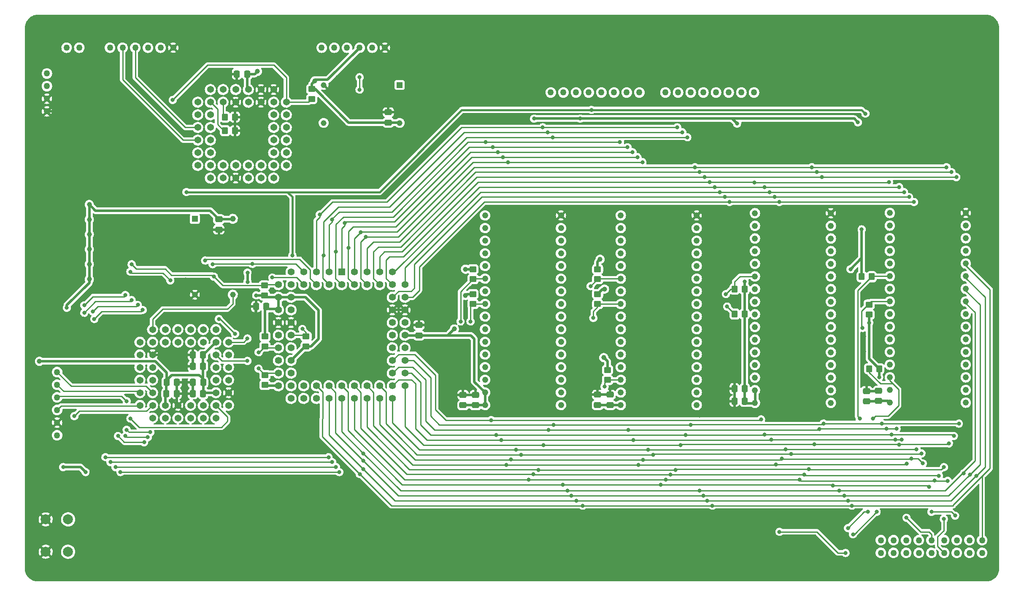
<source format=gbr>
%TF.GenerationSoftware,KiCad,Pcbnew,(6.0.0)*%
%TF.CreationDate,2024-06-19T19:19:11-04:00*%
%TF.ProjectId,MCD_Rev2,4d43445f-5265-4763-922e-6b696361645f,rev?*%
%TF.SameCoordinates,Original*%
%TF.FileFunction,Copper,L2,Bot*%
%TF.FilePolarity,Positive*%
%FSLAX46Y46*%
G04 Gerber Fmt 4.6, Leading zero omitted, Abs format (unit mm)*
G04 Created by KiCad (PCBNEW (6.0.0)) date 2024-06-19 19:19:11*
%MOMM*%
%LPD*%
G01*
G04 APERTURE LIST*
G04 Aperture macros list*
%AMRoundRect*
0 Rectangle with rounded corners*
0 $1 Rounding radius*
0 $2 $3 $4 $5 $6 $7 $8 $9 X,Y pos of 4 corners*
0 Add a 4 corners polygon primitive as box body*
4,1,4,$2,$3,$4,$5,$6,$7,$8,$9,$2,$3,0*
0 Add four circle primitives for the rounded corners*
1,1,$1+$1,$2,$3*
1,1,$1+$1,$4,$5*
1,1,$1+$1,$6,$7*
1,1,$1+$1,$8,$9*
0 Add four rect primitives between the rounded corners*
20,1,$1+$1,$2,$3,$4,$5,0*
20,1,$1+$1,$4,$5,$6,$7,0*
20,1,$1+$1,$6,$7,$8,$9,0*
20,1,$1+$1,$8,$9,$2,$3,0*%
G04 Aperture macros list end*
%TA.AperFunction,ComponentPad*%
%ADD10C,1.270000*%
%TD*%
%TA.AperFunction,ComponentPad*%
%ADD11C,1.244600*%
%TD*%
%TA.AperFunction,ComponentPad*%
%ADD12C,2.000000*%
%TD*%
%TA.AperFunction,ComponentPad*%
%ADD13C,1.371600*%
%TD*%
%TA.AperFunction,ComponentPad*%
%ADD14R,1.158000X1.158000*%
%TD*%
%TA.AperFunction,ComponentPad*%
%ADD15C,1.158000*%
%TD*%
%TA.AperFunction,ComponentPad*%
%ADD16R,1.400000X1.400000*%
%TD*%
%TA.AperFunction,ComponentPad*%
%ADD17C,1.400000*%
%TD*%
%TA.AperFunction,SMDPad,CuDef*%
%ADD18RoundRect,0.250000X-0.350000X-0.450000X0.350000X-0.450000X0.350000X0.450000X-0.350000X0.450000X0*%
%TD*%
%TA.AperFunction,SMDPad,CuDef*%
%ADD19RoundRect,0.250000X0.350000X0.450000X-0.350000X0.450000X-0.350000X-0.450000X0.350000X-0.450000X0*%
%TD*%
%TA.AperFunction,SMDPad,CuDef*%
%ADD20RoundRect,0.250000X0.475000X-0.337500X0.475000X0.337500X-0.475000X0.337500X-0.475000X-0.337500X0*%
%TD*%
%TA.AperFunction,SMDPad,CuDef*%
%ADD21RoundRect,0.250000X0.450000X-0.350000X0.450000X0.350000X-0.450000X0.350000X-0.450000X-0.350000X0*%
%TD*%
%TA.AperFunction,SMDPad,CuDef*%
%ADD22RoundRect,0.250000X0.337500X0.475000X-0.337500X0.475000X-0.337500X-0.475000X0.337500X-0.475000X0*%
%TD*%
%TA.AperFunction,SMDPad,CuDef*%
%ADD23RoundRect,0.250000X-0.450000X0.350000X-0.450000X-0.350000X0.450000X-0.350000X0.450000X0.350000X0*%
%TD*%
%TA.AperFunction,SMDPad,CuDef*%
%ADD24RoundRect,0.250000X-0.337500X-0.475000X0.337500X-0.475000X0.337500X0.475000X-0.337500X0.475000X0*%
%TD*%
%TA.AperFunction,SMDPad,CuDef*%
%ADD25RoundRect,0.250000X-0.475000X0.337500X-0.475000X-0.337500X0.475000X-0.337500X0.475000X0.337500X0*%
%TD*%
%TA.AperFunction,ViaPad*%
%ADD26C,0.800000*%
%TD*%
%TA.AperFunction,ViaPad*%
%ADD27C,1.000000*%
%TD*%
%TA.AperFunction,Conductor*%
%ADD28C,0.254000*%
%TD*%
%TA.AperFunction,Conductor*%
%ADD29C,0.500000*%
%TD*%
%TA.AperFunction,Conductor*%
%ADD30C,0.250000*%
%TD*%
%TA.AperFunction,Conductor*%
%ADD31C,0.381000*%
%TD*%
G04 APERTURE END LIST*
D10*
%TO.P,J8,1,Pin_1*%
%TO.N,GND*%
X130867123Y-78570000D03*
%TO.P,J8,2,Pin_2*%
%TO.N,unconnected-(J8-Pad2)*%
X128327123Y-78570000D03*
%TO.P,J8,3,Pin_3*%
%TO.N,+5V*%
X125787123Y-78570000D03*
%TO.P,J8,4,Pin_4*%
%TO.N,TXDB*%
X123247123Y-78570000D03*
%TO.P,J8,5,Pin_5*%
%TO.N,RXDB*%
X120707123Y-78570000D03*
%TO.P,J8,6,Pin_6*%
%TO.N,unconnected-(J8-Pad6)*%
X118167123Y-78570000D03*
%TD*%
D11*
%TO.P,U4,1,NC*%
%TO.N,unconnected-(U4-Pad1)*%
X208667123Y-150370000D03*
%TO.P,U4,2,A16*%
%TO.N,A17*%
X208667123Y-147830000D03*
%TO.P,U4,3,A15*%
%TO.N,A16*%
X208667123Y-145290000D03*
%TO.P,U4,4,A12*%
%TO.N,A13*%
X208667123Y-142750000D03*
%TO.P,U4,5,A7*%
%TO.N,A8*%
X208667123Y-140210000D03*
%TO.P,U4,6,A6*%
%TO.N,A7*%
X208667123Y-137670000D03*
%TO.P,U4,7,A5*%
%TO.N,A6*%
X208667123Y-135130000D03*
%TO.P,U4,8,A4*%
%TO.N,A5*%
X208667123Y-132590000D03*
%TO.P,U4,9,A3*%
%TO.N,A4*%
X208667123Y-130050000D03*
%TO.P,U4,10,A2*%
%TO.N,A3*%
X208667123Y-127510000D03*
%TO.P,U4,11,A1*%
%TO.N,A2*%
X208667123Y-124970000D03*
%TO.P,U4,12,A0*%
%TO.N,A1*%
X208667123Y-122430000D03*
%TO.P,U4,13,DQ0*%
%TO.N,D0*%
X208667123Y-119890000D03*
%TO.P,U4,14,DQ1*%
%TO.N,D1*%
X208667123Y-117350000D03*
%TO.P,U4,15,DQ2*%
%TO.N,D2*%
X208667123Y-114810000D03*
%TO.P,U4,16,VSS*%
%TO.N,GND*%
X208667123Y-112270000D03*
%TO.P,U4,17,DQ3*%
%TO.N,D3*%
X193427123Y-112270000D03*
%TO.P,U4,18,DQ4*%
%TO.N,D4*%
X193427123Y-114810000D03*
%TO.P,U4,19,DQ5*%
%TO.N,D5*%
X193427123Y-117350000D03*
%TO.P,U4,20,DQ6*%
%TO.N,D6*%
X193427123Y-119890000D03*
%TO.P,U4,21,DQ7*%
%TO.N,D7*%
X193427123Y-122430000D03*
%TO.P,U4,22,\u002ACE*%
%TO.N,ROMLCE*%
X193427123Y-124970000D03*
%TO.P,U4,23,A10*%
%TO.N,A11*%
X193427123Y-127510000D03*
%TO.P,U4,24,\u002AOE*%
%TO.N,ROMLOE*%
X193427123Y-130050000D03*
%TO.P,U4,25,A11*%
%TO.N,A12*%
X193427123Y-132590000D03*
%TO.P,U4,26,A9*%
%TO.N,A10*%
X193427123Y-135130000D03*
%TO.P,U4,27,A8*%
%TO.N,A9*%
X193427123Y-137670000D03*
%TO.P,U4,28,A13*%
%TO.N,A14*%
X193427123Y-140210000D03*
%TO.P,U4,29,A14*%
%TO.N,A15*%
X193427123Y-142750000D03*
%TO.P,U4,30,A17*%
%TO.N,A18*%
X193427123Y-145290000D03*
%TO.P,U4,31,\u002AWE*%
%TO.N,+5V*%
X193427123Y-147830000D03*
%TO.P,U4,32,VDD*%
X193427123Y-150370000D03*
%TD*%
D10*
%TO.P,J4,1,Pin_1*%
%TO.N,+3V3*%
X105517123Y-83760000D03*
%TO.P,J4,2,Pin_2*%
%TO.N,+5V*%
X105517123Y-86300000D03*
%TO.P,J4,3,Pin_3*%
%TO.N,GND*%
X105517123Y-88840000D03*
%TO.P,J4,4,Pin_4*%
X105517123Y-91380000D03*
%TD*%
D11*
%TO.P,U3,1,NC*%
%TO.N,unconnected-(U3-Pad1)*%
X289907123Y-149870000D03*
%TO.P,U3,2,A16*%
%TO.N,A17*%
X289907123Y-147330000D03*
%TO.P,U3,3,A14*%
%TO.N,A15*%
X289907123Y-144790000D03*
%TO.P,U3,4,A12*%
%TO.N,A13*%
X289907123Y-142250000D03*
%TO.P,U3,5,A7*%
%TO.N,A8*%
X289907123Y-139710000D03*
%TO.P,U3,6,A6*%
%TO.N,A7*%
X289907123Y-137170000D03*
%TO.P,U3,7,A5*%
%TO.N,A6*%
X289907123Y-134630000D03*
%TO.P,U3,8,A4*%
%TO.N,A5*%
X289907123Y-132090000D03*
%TO.P,U3,9,A3*%
%TO.N,A4*%
X289907123Y-129550000D03*
%TO.P,U3,10,A2*%
%TO.N,A3*%
X289907123Y-127010000D03*
%TO.P,U3,11,A1*%
%TO.N,A2*%
X289907123Y-124470000D03*
%TO.P,U3,12,A0*%
%TO.N,A1*%
X289907123Y-121930000D03*
%TO.P,U3,13,DQ0*%
%TO.N,D8*%
X289907123Y-119390000D03*
%TO.P,U3,14,DQ1*%
%TO.N,D9*%
X289907123Y-116850000D03*
%TO.P,U3,15,DQ2*%
%TO.N,D10*%
X289907123Y-114310000D03*
%TO.P,U3,16,VSS*%
%TO.N,GND*%
X289907123Y-111770000D03*
%TO.P,U3,17,DQ3*%
%TO.N,D11*%
X274667123Y-111770000D03*
%TO.P,U3,18,DQ4*%
%TO.N,D12*%
X274667123Y-114310000D03*
%TO.P,U3,19,DQ5*%
%TO.N,D13*%
X274667123Y-116850000D03*
%TO.P,U3,20,DQ6*%
%TO.N,D14*%
X274667123Y-119390000D03*
%TO.P,U3,21,DQ7*%
%TO.N,D15*%
X274667123Y-121930000D03*
%TO.P,U3,22,~{CE}*%
%TO.N,RAMHCE*%
X274667123Y-124470000D03*
%TO.P,U3,23,A10*%
%TO.N,A11*%
X274667123Y-127010000D03*
%TO.P,U3,24,~{OE}*%
%TO.N,RAMHOE*%
X274667123Y-129550000D03*
%TO.P,U3,25,A11*%
%TO.N,A12*%
X274667123Y-132090000D03*
%TO.P,U3,26,A9*%
%TO.N,A10*%
X274667123Y-134630000D03*
%TO.P,U3,27,A8*%
%TO.N,A9*%
X274667123Y-137170000D03*
%TO.P,U3,28,A13*%
%TO.N,A14*%
X274667123Y-139710000D03*
%TO.P,U3,29,~{WE}*%
%TO.N,R{slash}W*%
X274667123Y-142250000D03*
%TO.P,U3,30,CE2*%
%TO.N,RAMHCE2*%
X274667123Y-144790000D03*
%TO.P,U3,31,A15*%
%TO.N,A16*%
X274667123Y-147330000D03*
%TO.P,U3,32,VCC*%
%TO.N,+5V*%
X274667123Y-149870000D03*
%TD*%
D12*
%TO.P,SW1,1,1*%
%TO.N,GND*%
X105267123Y-173320000D03*
X105267123Y-179820000D03*
%TO.P,SW1,2,2*%
%TO.N,/SW_IN*%
X109767123Y-179820000D03*
X109767123Y-173320000D03*
%TD*%
D10*
%TO.P,J5,1,Pin_1*%
%TO.N,+3V3*%
X107567123Y-156420000D03*
%TO.P,J5,2,Pin_2*%
%TO.N,GND*%
X107567123Y-153880000D03*
%TO.P,J5,3,Pin_3*%
%TO.N,TCK*%
X107567123Y-151340000D03*
%TO.P,J5,4,Pin_4*%
%TO.N,TDO*%
X107567123Y-148800000D03*
%TO.P,J5,5,Pin_5*%
%TO.N,TDI*%
X107567123Y-146260000D03*
%TO.P,J5,6,Pin_6*%
%TO.N,TMS*%
X107567123Y-143720000D03*
%TD*%
D11*
%TO.P,U5,1,NC*%
%TO.N,unconnected-(U5-Pad1)*%
X262837123Y-149910000D03*
%TO.P,U5,2,A16*%
%TO.N,A17*%
X262837123Y-147370000D03*
%TO.P,U5,3,A15*%
%TO.N,A16*%
X262837123Y-144830000D03*
%TO.P,U5,4,A12*%
%TO.N,A13*%
X262837123Y-142290000D03*
%TO.P,U5,5,A7*%
%TO.N,A8*%
X262837123Y-139750000D03*
%TO.P,U5,6,A6*%
%TO.N,A7*%
X262837123Y-137210000D03*
%TO.P,U5,7,A5*%
%TO.N,A6*%
X262837123Y-134670000D03*
%TO.P,U5,8,A4*%
%TO.N,A5*%
X262837123Y-132130000D03*
%TO.P,U5,9,A3*%
%TO.N,A4*%
X262837123Y-129590000D03*
%TO.P,U5,10,A2*%
%TO.N,A3*%
X262837123Y-127050000D03*
%TO.P,U5,11,A1*%
%TO.N,A2*%
X262837123Y-124510000D03*
%TO.P,U5,12,A0*%
%TO.N,A1*%
X262837123Y-121970000D03*
%TO.P,U5,13,DQ0*%
%TO.N,D8*%
X262837123Y-119430000D03*
%TO.P,U5,14,DQ1*%
%TO.N,D9*%
X262837123Y-116890000D03*
%TO.P,U5,15,DQ2*%
%TO.N,D10*%
X262837123Y-114350000D03*
%TO.P,U5,16,VSS*%
%TO.N,GND*%
X262837123Y-111810000D03*
%TO.P,U5,17,DQ3*%
%TO.N,D11*%
X247597123Y-111810000D03*
%TO.P,U5,18,DQ4*%
%TO.N,D12*%
X247597123Y-114350000D03*
%TO.P,U5,19,DQ5*%
%TO.N,D13*%
X247597123Y-116890000D03*
%TO.P,U5,20,DQ6*%
%TO.N,D14*%
X247597123Y-119430000D03*
%TO.P,U5,21,DQ7*%
%TO.N,D15*%
X247597123Y-121970000D03*
%TO.P,U5,22,\u002ACE*%
%TO.N,ROMHCE*%
X247597123Y-124510000D03*
%TO.P,U5,23,A10*%
%TO.N,A11*%
X247597123Y-127050000D03*
%TO.P,U5,24,\u002AOE*%
%TO.N,ROMHOE*%
X247597123Y-129590000D03*
%TO.P,U5,25,A11*%
%TO.N,A12*%
X247597123Y-132130000D03*
%TO.P,U5,26,A9*%
%TO.N,A10*%
X247597123Y-134670000D03*
%TO.P,U5,27,A8*%
%TO.N,A9*%
X247597123Y-137210000D03*
%TO.P,U5,28,A13*%
%TO.N,A14*%
X247597123Y-139750000D03*
%TO.P,U5,29,A14*%
%TO.N,A15*%
X247597123Y-142290000D03*
%TO.P,U5,30,A17*%
%TO.N,A18*%
X247597123Y-144830000D03*
%TO.P,U5,31,\u002AWE*%
%TO.N,+5V*%
X247597123Y-147370000D03*
%TO.P,U5,32,VDD*%
X247597123Y-149910000D03*
%TD*%
%TO.P,U2,1,NC*%
%TO.N,unconnected-(U2-Pad1)*%
X235907123Y-150370000D03*
%TO.P,U2,2,A16*%
%TO.N,A17*%
X235907123Y-147830000D03*
%TO.P,U2,3,A14*%
%TO.N,A15*%
X235907123Y-145290000D03*
%TO.P,U2,4,A12*%
%TO.N,A13*%
X235907123Y-142750000D03*
%TO.P,U2,5,A7*%
%TO.N,A8*%
X235907123Y-140210000D03*
%TO.P,U2,6,A6*%
%TO.N,A7*%
X235907123Y-137670000D03*
%TO.P,U2,7,A5*%
%TO.N,A6*%
X235907123Y-135130000D03*
%TO.P,U2,8,A4*%
%TO.N,A5*%
X235907123Y-132590000D03*
%TO.P,U2,9,A3*%
%TO.N,A4*%
X235907123Y-130050000D03*
%TO.P,U2,10,A2*%
%TO.N,A3*%
X235907123Y-127510000D03*
%TO.P,U2,11,A1*%
%TO.N,A2*%
X235907123Y-124970000D03*
%TO.P,U2,12,A0*%
%TO.N,A1*%
X235907123Y-122430000D03*
%TO.P,U2,13,DQ0*%
%TO.N,D0*%
X235907123Y-119890000D03*
%TO.P,U2,14,DQ1*%
%TO.N,D1*%
X235907123Y-117350000D03*
%TO.P,U2,15,DQ2*%
%TO.N,D2*%
X235907123Y-114810000D03*
%TO.P,U2,16,VSS*%
%TO.N,GND*%
X235907123Y-112270000D03*
%TO.P,U2,17,DQ3*%
%TO.N,D3*%
X220667123Y-112270000D03*
%TO.P,U2,18,DQ4*%
%TO.N,D4*%
X220667123Y-114810000D03*
%TO.P,U2,19,DQ5*%
%TO.N,D5*%
X220667123Y-117350000D03*
%TO.P,U2,20,DQ6*%
%TO.N,D6*%
X220667123Y-119890000D03*
%TO.P,U2,21,DQ7*%
%TO.N,D7*%
X220667123Y-122430000D03*
%TO.P,U2,22,~{CE}*%
%TO.N,RAMLCE*%
X220667123Y-124970000D03*
%TO.P,U2,23,A10*%
%TO.N,A11*%
X220667123Y-127510000D03*
%TO.P,U2,24,~{OE}*%
%TO.N,RAMLOE*%
X220667123Y-130050000D03*
%TO.P,U2,25,A11*%
%TO.N,A12*%
X220667123Y-132590000D03*
%TO.P,U2,26,A9*%
%TO.N,A10*%
X220667123Y-135130000D03*
%TO.P,U2,27,A8*%
%TO.N,A9*%
X220667123Y-137670000D03*
%TO.P,U2,28,A13*%
%TO.N,A14*%
X220667123Y-140210000D03*
%TO.P,U2,29,~{WE}*%
%TO.N,R{slash}W*%
X220667123Y-142750000D03*
%TO.P,U2,30,CE2*%
%TO.N,RAMLCE2*%
X220667123Y-145290000D03*
%TO.P,U2,31,A15*%
%TO.N,A16*%
X220667123Y-147830000D03*
%TO.P,U2,32,VCC*%
%TO.N,+5V*%
X220667123Y-150370000D03*
%TD*%
D13*
%TO.P,U6,1,NC*%
%TO.N,unconnected-(U6-Pad1)*%
X145937123Y-89520000D03*
%TO.P,U6,2,A1*%
%TO.N,A1*%
X143397123Y-86980000D03*
%TO.P,U6,3,IP3*%
%TO.N,GND*%
X143397123Y-89520000D03*
%TO.P,U6,4,A2*%
%TO.N,A2*%
X140857123Y-86980000D03*
%TO.P,U6,5,IP1*%
%TO.N,Net-(R25-Pad1)*%
X140857123Y-89520000D03*
%TO.P,U6,6,A3*%
%TO.N,A3*%
X138317123Y-86980000D03*
%TO.P,U6,7,A4*%
%TO.N,A4*%
X135777123Y-89520000D03*
%TO.P,U6,8,IP0*%
%TO.N,Net-(R24-Pad1)*%
X138317123Y-89520000D03*
%TO.P,U6,9,\u002AR/\u002AW*%
%TO.N,R{slash}W*%
X135777123Y-92060000D03*
%TO.P,U6,10,\u002ADTAK*%
%TO.N,DUART_DTACK*%
X138317123Y-92060000D03*
%TO.P,U6,11,RXDB*%
%TO.N,TXDB*%
X135777123Y-94600000D03*
%TO.P,U6,12,NC*%
%TO.N,unconnected-(U6-Pad12)*%
X138317123Y-94600000D03*
%TO.P,U6,13,TXDB*%
%TO.N,RXDB*%
X135777123Y-97140000D03*
%TO.P,U6,14,OP1*%
%TO.N,unconnected-(U6-Pad14)*%
X138317123Y-97140000D03*
%TO.P,U6,15,OP3*%
%TO.N,unconnected-(U6-Pad15)*%
X135777123Y-99680000D03*
%TO.P,U6,16,OP5*%
%TO.N,unconnected-(U6-Pad16)*%
X138317123Y-99680000D03*
%TO.P,U6,17,OP7*%
%TO.N,unconnected-(U6-Pad17)*%
X135777123Y-102220000D03*
%TO.P,U6,18,D1*%
%TO.N,D1*%
X138317123Y-104760000D03*
%TO.P,U6,19,D3*%
%TO.N,D3*%
X138317123Y-102220000D03*
%TO.P,U6,20,D5*%
%TO.N,D5*%
X140857123Y-104760000D03*
%TO.P,U6,21,D7*%
%TO.N,D7*%
X140857123Y-102220000D03*
%TO.P,U6,22,GND*%
%TO.N,GND*%
X143397123Y-104760000D03*
%TO.P,U6,23,NC*%
%TO.N,unconnected-(U6-Pad23)*%
X143397123Y-102220000D03*
%TO.P,U6,24,INTR*%
%TO.N,unconnected-(U6-Pad24)*%
X145937123Y-104760000D03*
%TO.P,U6,25,D6*%
%TO.N,D6*%
X145937123Y-102220000D03*
%TO.P,U6,26,D4*%
%TO.N,D4*%
X148477123Y-104760000D03*
%TO.P,U6,27,D2*%
%TO.N,D2*%
X148477123Y-102220000D03*
%TO.P,U6,28,D0*%
%TO.N,D0*%
X151017123Y-104760000D03*
%TO.P,U6,29,OP6*%
%TO.N,unconnected-(U6-Pad29)*%
X153557123Y-102220000D03*
%TO.P,U6,30,OP4*%
%TO.N,unconnected-(U6-Pad30)*%
X151017123Y-102220000D03*
%TO.P,U6,31,OP2*%
%TO.N,unconnected-(U6-Pad31)*%
X153557123Y-99680000D03*
%TO.P,U6,32,OP0*%
%TO.N,unconnected-(U6-Pad32)*%
X151017123Y-99680000D03*
%TO.P,U6,33,TXDA*%
%TO.N,RXDA*%
X153557123Y-97140000D03*
%TO.P,U6,34,NC*%
%TO.N,unconnected-(U6-Pad34)*%
X151017123Y-97140000D03*
%TO.P,U6,35,RXDA*%
%TO.N,TXDA*%
X153557123Y-94600000D03*
%TO.P,U6,36,X1/CLK*%
%TO.N,/DUART_CLK*%
X151017123Y-94600000D03*
%TO.P,U6,37,X2*%
%TO.N,unconnected-(U6-Pad37)*%
X153557123Y-92060000D03*
%TO.P,U6,38,\u002ARESET*%
%TO.N,RESET*%
X151017123Y-92060000D03*
%TO.P,U6,39,CS*%
%TO.N,DUARTCS*%
X153557123Y-89520000D03*
%TO.P,U6,40,IP2*%
%TO.N,GND*%
X151017123Y-86980000D03*
%TO.P,U6,41,\u002AIACK*%
%TO.N,+5V*%
X151017123Y-89520000D03*
%TO.P,U6,42,IP5*%
%TO.N,GND*%
X148477123Y-86980000D03*
%TO.P,U6,43,IP4*%
X148477123Y-89520000D03*
%TO.P,U6,44,VCC*%
%TO.N,+5V*%
X145937123Y-86980000D03*
%TD*%
D10*
%TO.P,J3,1,Pin_1*%
%TO.N,A1*%
X293177123Y-177501105D03*
%TO.P,J3,2,Pin_2*%
%TO.N,A2*%
X293177123Y-180041105D03*
%TO.P,J3,3,Pin_3*%
%TO.N,A3*%
X290637123Y-177501105D03*
%TO.P,J3,4,Pin_4*%
%TO.N,A4*%
X290637123Y-180041105D03*
%TO.P,J3,5,Pin_5*%
%TO.N,A5*%
X288097123Y-177501105D03*
%TO.P,J3,6,Pin_6*%
%TO.N,A6*%
X288097123Y-180041105D03*
%TO.P,J3,7,Pin_7*%
%TO.N,A7*%
X285557123Y-177501105D03*
%TO.P,J3,8,Pin_8*%
%TO.N,A8*%
X285557123Y-180041105D03*
%TO.P,J3,9,Pin_9*%
%TO.N,A9*%
X283017123Y-177501105D03*
%TO.P,J3,10,Pin_10*%
%TO.N,A10*%
X283017123Y-180041105D03*
%TO.P,J3,11,Pin_11*%
%TO.N,A11*%
X280477123Y-177501105D03*
%TO.P,J3,12,Pin_12*%
%TO.N,A12*%
X280477123Y-180041105D03*
%TO.P,J3,13,Pin_13*%
%TO.N,A13*%
X277937123Y-177501105D03*
%TO.P,J3,14,Pin_14*%
%TO.N,A14*%
X277937123Y-180041105D03*
%TO.P,J3,15,Pin_15*%
%TO.N,A15*%
X275397123Y-177501105D03*
%TO.P,J3,16,Pin_16*%
%TO.N,A16*%
X275397123Y-180041105D03*
%TO.P,J3,17,Pin_17*%
%TO.N,A17*%
X272857123Y-177501105D03*
%TO.P,J3,18,Pin_18*%
%TO.N,A18*%
X272857123Y-180041105D03*
%TD*%
D14*
%TO.P,Y1,1*%
%TO.N,N/C*%
X176287123Y-86060000D03*
D15*
%TO.P,Y1,7,CASE_GND*%
%TO.N,GND*%
X161047123Y-86060000D03*
%TO.P,Y1,8,OUTPUT*%
%TO.N,/DUART_CLK*%
X161047123Y-93680000D03*
%TO.P,Y1,14,+VDC*%
%TO.N,+5V*%
X176287123Y-93680000D03*
%TD*%
D10*
%TO.P,J1,1,Pin_1*%
%TO.N,D0*%
X206627123Y-87570000D03*
%TO.P,J1,2,Pin_2*%
%TO.N,D1*%
X209167123Y-87570000D03*
%TO.P,J1,3,Pin_3*%
%TO.N,D2*%
X211707123Y-87570000D03*
%TO.P,J1,4,Pin_4*%
%TO.N,D3*%
X214247123Y-87570000D03*
%TO.P,J1,5,Pin_5*%
%TO.N,D4*%
X216787123Y-87570000D03*
%TO.P,J1,6,Pin_6*%
%TO.N,D5*%
X219327123Y-87570000D03*
%TO.P,J1,7,Pin_7*%
%TO.N,D6*%
X221867123Y-87570000D03*
%TO.P,J1,8,Pin_8*%
%TO.N,D7*%
X224407123Y-87570000D03*
%TD*%
D13*
%TO.P,U1,1,I/O_1*%
%TO.N,AS*%
X134337123Y-137720000D03*
%TO.P,U1,2,I/O_2*%
%TO.N,LED0*%
X131797123Y-135180000D03*
%TO.P,U1,3,I/O_3*%
%TO.N,DUARTCS*%
X131797123Y-137720000D03*
%TO.P,U1,4,I/O_4*%
%TO.N,LED1*%
X129257123Y-135180000D03*
%TO.P,U1,5,I/O/GCK1*%
%TO.N,LED2*%
X129257123Y-137720000D03*
%TO.P,U1,6,I/O/GCK2*%
%TO.N,CLK*%
X126717123Y-135180000D03*
%TO.P,U1,7,I/O/GCK3*%
%TO.N,LED4*%
X124177123Y-137720000D03*
%TO.P,U1,8,I/O_5*%
%TO.N,LED3*%
X126717123Y-137720000D03*
%TO.P,U1,9,I/O_6*%
%TO.N,LED5*%
X124177123Y-140260000D03*
%TO.P,U1,10,GND_1*%
%TO.N,GND*%
X126717123Y-140260000D03*
%TO.P,U1,11,I/O_7*%
%TO.N,RAMHCE2*%
X124177123Y-142800000D03*
%TO.P,U1,12,I/O_8*%
%TO.N,unconnected-(U1-Pad12)*%
X126717123Y-142800000D03*
%TO.P,U1,13,I/O_9*%
%TO.N,RAMHCE*%
X124177123Y-145340000D03*
%TO.P,U1,14,I/O_10*%
%TO.N,RAMHOE*%
X126717123Y-145340000D03*
%TO.P,U1,15,TDI*%
%TO.N,TDI*%
X124177123Y-147880000D03*
%TO.P,U1,16,TMS*%
%TO.N,TMS*%
X126717123Y-147880000D03*
%TO.P,U1,17,TCK*%
%TO.N,TCK*%
X124177123Y-150420000D03*
%TO.P,U1,18,I/O_11*%
%TO.N,SRESET*%
X126717123Y-152960000D03*
%TO.P,U1,19,I/O_12*%
%TO.N,BRESET*%
X126717123Y-150420000D03*
%TO.P,U1,20,I/O_13*%
%TO.N,ROMHOE*%
X129257123Y-152960000D03*
%TO.P,U1,21,VCCINT_3.3V_1*%
%TO.N,+3V3*%
X129257123Y-150420000D03*
%TO.P,U1,22,I/O_14*%
%TO.N,ROMHCE*%
X131797123Y-152960000D03*
%TO.P,U1,23,GND_2*%
%TO.N,GND*%
X131797123Y-150420000D03*
%TO.P,U1,24,I/O_15*%
%TO.N,RAMLOE*%
X134337123Y-152960000D03*
%TO.P,U1,25,I/O_16*%
%TO.N,RAMLCE2*%
X134337123Y-150420000D03*
%TO.P,U1,26,I/O_17*%
%TO.N,ROMLOE*%
X136877123Y-152960000D03*
%TO.P,U1,27,I/O_18*%
%TO.N,RAMLCE*%
X136877123Y-150420000D03*
%TO.P,U1,28,I/O_19*%
%TO.N,ROMLCE*%
X139417123Y-152960000D03*
%TO.P,U1,29,I/O_20*%
%TO.N,A23*%
X141957123Y-150420000D03*
%TO.P,U1,30,TDO*%
%TO.N,TDO*%
X139417123Y-150420000D03*
%TO.P,U1,31,GND_3*%
%TO.N,GND*%
X141957123Y-147880000D03*
%TO.P,U1,32,VCCIO_2.5V/3.3V*%
%TO.N,+3V3*%
X139417123Y-147880000D03*
%TO.P,U1,33,I/O_21*%
%TO.N,A21*%
X141957123Y-145340000D03*
%TO.P,U1,34,I/O_22*%
%TO.N,A22*%
X139417123Y-145340000D03*
%TO.P,U1,35,I/O_23*%
%TO.N,A19*%
X141957123Y-142800000D03*
%TO.P,U1,36,I/O_24*%
%TO.N,A20*%
X139417123Y-142800000D03*
%TO.P,U1,37,I/O_25*%
%TO.N,RESET*%
X141957123Y-140260000D03*
%TO.P,U1,38,I/O_26*%
%TO.N,BERR*%
X139417123Y-140260000D03*
%TO.P,U1,39,I/O/GSR*%
%TO.N,HALT*%
X141957123Y-137720000D03*
%TO.P,U1,40,I/O/GTS2*%
%TO.N,CPLD_DTACK*%
X139417123Y-135180000D03*
%TO.P,U1,41,VCCINT_3.3V_2*%
%TO.N,+3V3*%
X139417123Y-137720000D03*
%TO.P,U1,42,I/O/GTS1*%
%TO.N,UDS*%
X136877123Y-135180000D03*
%TO.P,U1,43,I/O_27*%
%TO.N,LDS*%
X136877123Y-137720000D03*
%TO.P,U1,44,I/O_28*%
%TO.N,DUART_DTACK*%
X134337123Y-135180000D03*
%TD*%
D14*
%TO.P,Y2,1*%
%TO.N,N/C*%
X135207123Y-112950000D03*
D15*
%TO.P,Y2,7,CASE_GND*%
%TO.N,GND*%
X135207123Y-128190000D03*
%TO.P,Y2,8,OUTPUT*%
%TO.N,CLK*%
X142827123Y-128190000D03*
%TO.P,Y2,14,+VDC*%
%TO.N,+5V*%
X142827123Y-112950000D03*
%TD*%
D10*
%TO.P,J6,1,Pin_1*%
%TO.N,AS*%
X109477123Y-78570000D03*
%TO.P,J6,2,Pin_2*%
%TO.N,CPLD_DTACK*%
X112017123Y-78570000D03*
%TD*%
%TO.P,J2,1,Pin_1*%
%TO.N,D8*%
X229627123Y-87570000D03*
%TO.P,J2,2,Pin_2*%
%TO.N,D9*%
X232167123Y-87570000D03*
%TO.P,J2,3,Pin_3*%
%TO.N,D10*%
X234707123Y-87570000D03*
%TO.P,J2,4,Pin_4*%
%TO.N,D11*%
X237247123Y-87570000D03*
%TO.P,J2,5,Pin_5*%
%TO.N,D12*%
X239787123Y-87570000D03*
%TO.P,J2,6,Pin_6*%
%TO.N,D13*%
X242327123Y-87570000D03*
%TO.P,J2,7,Pin_7*%
%TO.N,D14*%
X244867123Y-87570000D03*
%TO.P,J2,8,Pin_8*%
%TO.N,D15*%
X247407123Y-87570000D03*
%TD*%
D16*
%TO.P,U9,1,D4*%
%TO.N,D4*%
X164667633Y-123630000D03*
D17*
%TO.P,U9,2,D3*%
%TO.N,D3*%
X164667633Y-126170000D03*
%TO.P,U9,3,D2*%
%TO.N,D2*%
X162127633Y-123630000D03*
%TO.P,U9,4,D1*%
%TO.N,D1*%
X162127633Y-126170000D03*
%TO.P,U9,5,D0*%
%TO.N,D0*%
X159587633Y-123630000D03*
%TO.P,U9,6,AS*%
%TO.N,AS*%
X159587633Y-126170000D03*
%TO.P,U9,7,UDS*%
%TO.N,UDS*%
X157047633Y-123630000D03*
%TO.P,U9,8,LDS*%
%TO.N,LDS*%
X157047633Y-126170000D03*
%TO.P,U9,9,R/W*%
%TO.N,R{slash}W*%
X154507633Y-123630000D03*
%TO.P,U9,10,DTACK*%
%TO.N,CPLD_DTACK*%
X151967633Y-126170000D03*
%TO.P,U9,11,BG*%
%TO.N,unconnected-(U9-Pad11)*%
X154507633Y-126170000D03*
%TO.P,U9,12,BGACK*%
%TO.N,+5V*%
X151967633Y-128710000D03*
%TO.P,U9,13,BR*%
X154507633Y-128710000D03*
%TO.P,U9,14,VCC*%
X151967633Y-131250000D03*
%TO.P,U9,15,CLK*%
%TO.N,CLK*%
X154507633Y-131250000D03*
%TO.P,U9,16,GND*%
%TO.N,GND*%
X151967633Y-133790000D03*
%TO.P,U9,17,GND*%
X154507633Y-133790000D03*
%TO.P,U9,18,NC*%
%TO.N,unconnected-(U9-Pad18)*%
X151967633Y-136330000D03*
%TO.P,U9,19,HALT*%
%TO.N,HALT*%
X154507633Y-136330000D03*
%TO.P,U9,20,RESET*%
%TO.N,RESET*%
X151967633Y-138870000D03*
%TO.P,U9,21,VMA*%
%TO.N,unconnected-(U9-Pad21)*%
X154507633Y-138870000D03*
%TO.P,U9,22,E*%
%TO.N,unconnected-(U9-Pad22)*%
X151967633Y-141410000D03*
%TO.P,U9,23,VPA*%
%TO.N,+5V*%
X154507633Y-141410000D03*
%TO.P,U9,24,BERR*%
%TO.N,BERR*%
X151967633Y-143950000D03*
%TO.P,U9,25,IPL2*%
%TO.N,+5V*%
X154507633Y-143950000D03*
%TO.P,U9,26,IPL1*%
X151967633Y-146490000D03*
%TO.P,U9,27,IPL0*%
X154507633Y-149030000D03*
%TO.P,U9,28,FC2*%
%TO.N,unconnected-(U9-Pad28)*%
X154507633Y-146490000D03*
%TO.P,U9,29,FC1*%
%TO.N,unconnected-(U9-Pad29)*%
X157047633Y-149030000D03*
%TO.P,U9,30,FC0*%
%TO.N,unconnected-(U9-Pad30)*%
X157047633Y-146490000D03*
%TO.P,U9,31,NC*%
%TO.N,unconnected-(U9-Pad31)*%
X159587633Y-149030000D03*
%TO.P,U9,32,A1*%
%TO.N,A1*%
X159587633Y-146490000D03*
%TO.P,U9,33,A2*%
%TO.N,A2*%
X162127633Y-149030000D03*
%TO.P,U9,34,A3*%
%TO.N,A3*%
X162127633Y-146490000D03*
%TO.P,U9,35,A4*%
%TO.N,A4*%
X164667633Y-149030000D03*
%TO.P,U9,36,A5*%
%TO.N,A5*%
X164667633Y-146490000D03*
%TO.P,U9,37,A6*%
%TO.N,A6*%
X167207633Y-149030000D03*
%TO.P,U9,38,A7*%
%TO.N,A7*%
X167207633Y-146490000D03*
%TO.P,U9,39,A8*%
%TO.N,A8*%
X169747633Y-149030000D03*
%TO.P,U9,40,A9*%
%TO.N,A9*%
X169747633Y-146490000D03*
%TO.P,U9,41,A10*%
%TO.N,A10*%
X172287633Y-149030000D03*
%TO.P,U9,42,A11*%
%TO.N,A11*%
X172287633Y-146490000D03*
%TO.P,U9,43,A12*%
%TO.N,A12*%
X174827633Y-149030000D03*
%TO.P,U9,44,A13*%
%TO.N,A13*%
X177367633Y-146490000D03*
%TO.P,U9,45,A14*%
%TO.N,A14*%
X174827633Y-146490000D03*
%TO.P,U9,46,A15*%
%TO.N,A15*%
X177367633Y-143950000D03*
%TO.P,U9,47,A16*%
%TO.N,A16*%
X174827633Y-143950000D03*
%TO.P,U9,48,A17*%
%TO.N,A17*%
X177367633Y-141410000D03*
%TO.P,U9,49,A18*%
%TO.N,A18*%
X174827633Y-141410000D03*
%TO.P,U9,50,A19*%
%TO.N,A19*%
X177367633Y-138870000D03*
%TO.P,U9,51,A20*%
%TO.N,A20*%
X174827633Y-138870000D03*
%TO.P,U9,52,VCC*%
%TO.N,+5V*%
X177367633Y-136330000D03*
%TO.P,U9,53,A21*%
%TO.N,A21*%
X174827633Y-136330000D03*
%TO.P,U9,54,A22*%
%TO.N,A22*%
X177367633Y-133790000D03*
%TO.P,U9,55,A23*%
%TO.N,A23*%
X174827633Y-133790000D03*
%TO.P,U9,56,GND*%
%TO.N,GND*%
X177367633Y-131250000D03*
%TO.P,U9,57,GND*%
X174827633Y-131250000D03*
%TO.P,U9,58,D15*%
%TO.N,D15*%
X177367633Y-128710000D03*
%TO.P,U9,59,D14*%
%TO.N,D14*%
X174827633Y-128710000D03*
%TO.P,U9,60,D13*%
%TO.N,D13*%
X177367633Y-126170000D03*
%TO.P,U9,61,D12*%
%TO.N,D12*%
X174827633Y-123630000D03*
%TO.P,U9,62,D11*%
%TO.N,D11*%
X174827633Y-126170000D03*
%TO.P,U9,63,D10*%
%TO.N,D10*%
X172287633Y-123630000D03*
%TO.P,U9,64,D9*%
%TO.N,D9*%
X172287633Y-126170000D03*
%TO.P,U9,65,D8*%
%TO.N,D8*%
X169747633Y-123630000D03*
%TO.P,U9,66,D7*%
%TO.N,D7*%
X169747633Y-126170000D03*
%TO.P,U9,67,D6*%
%TO.N,D6*%
X167207633Y-123630000D03*
%TO.P,U9,68,D5*%
%TO.N,D5*%
X167207633Y-126170000D03*
%TD*%
D10*
%TO.P,J7,1,Pin_1*%
%TO.N,GND*%
X173350000Y-78570000D03*
%TO.P,J7,2,Pin_2*%
%TO.N,unconnected-(J7-Pad2)*%
X170810000Y-78570000D03*
%TO.P,J7,3,Pin_3*%
%TO.N,+5V*%
X168270000Y-78570000D03*
%TO.P,J7,4,Pin_4*%
%TO.N,TXDA*%
X165730000Y-78570000D03*
%TO.P,J7,5,Pin_5*%
%TO.N,RXDA*%
X163190000Y-78570000D03*
%TO.P,J7,6,Pin_6*%
%TO.N,unconnected-(J7-Pad6)*%
X160650000Y-78570000D03*
%TD*%
D18*
%TO.P,R11,1*%
%TO.N,+5V*%
X269017123Y-124570000D03*
%TO.P,R11,2*%
%TO.N,RAMHCE*%
X271017123Y-124570000D03*
%TD*%
D19*
%TO.P,R5,1*%
%TO.N,+5V*%
X245517123Y-132070000D03*
%TO.P,R5,2*%
%TO.N,ROMHOE*%
X243517123Y-132070000D03*
%TD*%
D20*
%TO.P,C3,1*%
%TO.N,+5V*%
X216017123Y-150357500D03*
%TO.P,C3,2*%
%TO.N,GND*%
X216017123Y-148282500D03*
%TD*%
D21*
%TO.P,R1,1*%
%TO.N,+5V*%
X157517123Y-138570000D03*
%TO.P,R1,2*%
%TO.N,HALT*%
X157517123Y-136570000D03*
%TD*%
D18*
%TO.P,R24,1*%
%TO.N,Net-(R24-Pad1)*%
X141250000Y-95250000D03*
%TO.P,R24,2*%
%TO.N,GND*%
X143250000Y-95250000D03*
%TD*%
D22*
%TO.P,C6,1*%
%TO.N,+3V3*%
X136877123Y-145820000D03*
%TO.P,C6,2*%
%TO.N,GND*%
X134802123Y-145820000D03*
%TD*%
D23*
%TO.P,R15,1*%
%TO.N,+5V*%
X158667123Y-86870000D03*
%TO.P,R15,2*%
%TO.N,DUARTCS*%
X158667123Y-88870000D03*
%TD*%
D21*
%TO.P,R14,1*%
%TO.N,+5V*%
X270517123Y-132170000D03*
%TO.P,R14,2*%
%TO.N,RAMHOE*%
X270517123Y-130170000D03*
%TD*%
D23*
%TO.P,R7,1*%
%TO.N,+5V*%
X216017123Y-123070000D03*
%TO.P,R7,2*%
%TO.N,RAMLCE*%
X216017123Y-125070000D03*
%TD*%
D20*
%TO.P,C1,1*%
%TO.N,+5V*%
X218517123Y-150357500D03*
%TO.P,C1,2*%
%TO.N,GND*%
X218517123Y-148282500D03*
%TD*%
D23*
%TO.P,R8,1*%
%TO.N,+5V*%
X218017123Y-143320000D03*
%TO.P,R8,2*%
%TO.N,RAMLCE2*%
X218017123Y-145320000D03*
%TD*%
D19*
%TO.P,R6,1*%
%TO.N,+5V*%
X245517123Y-127070000D03*
%TO.P,R6,2*%
%TO.N,ROMHCE*%
X243517123Y-127070000D03*
%TD*%
D22*
%TO.P,C22,1*%
%TO.N,+5V*%
X149554623Y-130570000D03*
%TO.P,C22,2*%
%TO.N,GND*%
X147479623Y-130570000D03*
%TD*%
D20*
%TO.P,C2,1*%
%TO.N,+5V*%
X272417123Y-149545000D03*
%TO.P,C2,2*%
%TO.N,GND*%
X272417123Y-147470000D03*
%TD*%
%TO.P,C10,1*%
%TO.N,+5V*%
X189017123Y-150395000D03*
%TO.P,C10,2*%
%TO.N,GND*%
X189017123Y-148320000D03*
%TD*%
%TO.P,C4,1*%
%TO.N,+5V*%
X270017123Y-149607500D03*
%TO.P,C4,2*%
%TO.N,GND*%
X270017123Y-147532500D03*
%TD*%
D23*
%TO.P,R9,1*%
%TO.N,+5V*%
X149267123Y-136570000D03*
%TO.P,R9,2*%
%TO.N,RESET*%
X149267123Y-138570000D03*
%TD*%
D22*
%TO.P,C16,1*%
%TO.N,+5V*%
X145704623Y-83870000D03*
%TO.P,C16,2*%
%TO.N,GND*%
X143629623Y-83870000D03*
%TD*%
D21*
%TO.P,R2,1*%
%TO.N,+5V*%
X149267123Y-146320000D03*
%TO.P,R2,2*%
%TO.N,BERR*%
X149267123Y-144320000D03*
%TD*%
D20*
%TO.P,C13,1*%
%TO.N,+5V*%
X191517123Y-150395000D03*
%TO.P,C13,2*%
%TO.N,GND*%
X191517123Y-148320000D03*
%TD*%
D22*
%TO.P,C9,1*%
%TO.N,+3V3*%
X136854623Y-142570000D03*
%TO.P,C9,2*%
%TO.N,GND*%
X134779623Y-142570000D03*
%TD*%
D20*
%TO.P,C15,1*%
%TO.N,+5V*%
X174017123Y-93607500D03*
%TO.P,C15,2*%
%TO.N,GND*%
X174017123Y-91532500D03*
%TD*%
D18*
%TO.P,R25,1*%
%TO.N,Net-(R25-Pad1)*%
X141250000Y-92500000D03*
%TO.P,R25,2*%
%TO.N,GND*%
X143250000Y-92500000D03*
%TD*%
D22*
%TO.P,C5,1*%
%TO.N,+3V3*%
X136854623Y-148070000D03*
%TO.P,C5,2*%
%TO.N,GND*%
X134779623Y-148070000D03*
%TD*%
D23*
%TO.P,R3,1*%
%TO.N,+5V*%
X191017123Y-128070000D03*
%TO.P,R3,2*%
%TO.N,ROMLOE*%
X191017123Y-130070000D03*
%TD*%
D22*
%TO.P,C11,1*%
%TO.N,+5V*%
X245554623Y-147070000D03*
%TO.P,C11,2*%
%TO.N,GND*%
X243479623Y-147070000D03*
%TD*%
%TO.P,C7,1*%
%TO.N,+3V3*%
X136854623Y-140320000D03*
%TO.P,C7,2*%
%TO.N,GND*%
X134779623Y-140320000D03*
%TD*%
D24*
%TO.P,C12,1*%
%TO.N,+3V3*%
X129492123Y-148070000D03*
%TO.P,C12,2*%
%TO.N,GND*%
X131567123Y-148070000D03*
%TD*%
D25*
%TO.P,C17,1*%
%TO.N,+5V*%
X140017123Y-113032500D03*
%TO.P,C17,2*%
%TO.N,GND*%
X140017123Y-115107500D03*
%TD*%
D22*
%TO.P,C8,1*%
%TO.N,+5V*%
X245554623Y-149570000D03*
%TO.P,C8,2*%
%TO.N,GND*%
X243479623Y-149570000D03*
%TD*%
D20*
%TO.P,C23,1*%
%TO.N,+5V*%
X180167633Y-136367500D03*
%TO.P,C23,2*%
%TO.N,GND*%
X180167633Y-134292500D03*
%TD*%
D21*
%TO.P,R13,1*%
%TO.N,+5V*%
X149167633Y-128330000D03*
%TO.P,R13,2*%
%TO.N,CPLD_DTACK*%
X149167633Y-126330000D03*
%TD*%
D19*
%TO.P,R12,1*%
%TO.N,+5V*%
X272517123Y-143070000D03*
%TO.P,R12,2*%
%TO.N,RAMHCE2*%
X270517123Y-143070000D03*
%TD*%
D24*
%TO.P,C14,1*%
%TO.N,+3V3*%
X129529623Y-145820000D03*
%TO.P,C14,2*%
%TO.N,GND*%
X131604623Y-145820000D03*
%TD*%
D23*
%TO.P,R10,1*%
%TO.N,+5V*%
X216017123Y-128070000D03*
%TO.P,R10,2*%
%TO.N,RAMLOE*%
X216017123Y-130070000D03*
%TD*%
%TO.P,R4,1*%
%TO.N,+5V*%
X191017123Y-123070000D03*
%TO.P,R4,2*%
%TO.N,ROMLCE*%
X191017123Y-125070000D03*
%TD*%
D26*
%TO.N,GND*%
X188050000Y-93650000D03*
X184650000Y-97000000D03*
X180350000Y-101350000D03*
X176000000Y-105650000D03*
X170300000Y-108600000D03*
X163850000Y-108600000D03*
X142250000Y-111000000D03*
X144500000Y-112500000D03*
X141250000Y-123250000D03*
%TO.N,UDS*%
X146750000Y-122000000D03*
%TO.N,GND*%
X150000000Y-123000000D03*
X152000000Y-123000000D03*
X145000000Y-128750000D03*
X144250000Y-123250000D03*
%TO.N,+5V*%
X145767123Y-123750000D03*
X145767123Y-125603500D03*
%TO.N,GND*%
X146000000Y-135000000D03*
X146500000Y-138750000D03*
X148000000Y-141500000D03*
%TO.N,RESET*%
X148000000Y-139750000D03*
%TO.N,BERR*%
X145757689Y-141492311D03*
X147973561Y-143026439D03*
%TO.N,+5V*%
X245517123Y-125570000D03*
D27*
X187267123Y-135070000D03*
X114017123Y-116070000D03*
D26*
X266767123Y-123070000D03*
D27*
X114017123Y-119070000D03*
X216517123Y-121070000D03*
X114017123Y-110070000D03*
D26*
X203267123Y-92820000D03*
X269017123Y-115070000D03*
X244017123Y-93820000D03*
D27*
X147767123Y-83320000D03*
X217407123Y-127070000D03*
X189517123Y-128320000D03*
D26*
X147517123Y-128320000D03*
D27*
X114017123Y-122070000D03*
X159250000Y-85250000D03*
X189517123Y-123070000D03*
D26*
X212517123Y-92820000D03*
X108767123Y-162820000D03*
D27*
X217267123Y-140820000D03*
D26*
X272530837Y-144806286D03*
X270517123Y-133820000D03*
D27*
X114017123Y-113070000D03*
D26*
X268267123Y-93570000D03*
D27*
X114017123Y-125070000D03*
D26*
X113267123Y-163820000D03*
X109517123Y-130820000D03*
%TO.N,GND*%
X201910000Y-173380000D03*
X194000000Y-184000000D03*
X255250000Y-120040000D03*
X102850000Y-173380000D03*
X199370000Y-84480000D03*
X160000000Y-184000000D03*
X264500000Y-74000000D03*
X204450000Y-127660000D03*
X260330000Y-122580000D03*
X166350000Y-130200000D03*
X184130000Y-89560000D03*
X158500000Y-74000000D03*
X164500000Y-74000000D03*
X274000000Y-184750000D03*
X288410000Y-92250000D03*
X138410000Y-178460000D03*
X230313125Y-101450000D03*
X255250000Y-122580000D03*
X158730000Y-168300000D03*
X236500000Y-74000000D03*
X115550000Y-89560000D03*
X133330000Y-175920000D03*
X229850000Y-122580000D03*
X227310000Y-173380000D03*
X133750000Y-184000000D03*
X128250000Y-74000000D03*
X240010000Y-112420000D03*
X255250000Y-81940000D03*
X130790000Y-109880000D03*
X266000000Y-184000000D03*
X258000000Y-184000000D03*
X288270000Y-160680000D03*
X171430000Y-140360000D03*
X266500000Y-74000000D03*
X270017123Y-145070000D03*
X217150000Y-175920000D03*
X135870000Y-173380000D03*
X163810000Y-132740000D03*
X148500000Y-74000000D03*
X295890000Y-84480000D03*
X176000000Y-184000000D03*
X140250000Y-74000000D03*
X199370000Y-87020000D03*
X250170000Y-97180000D03*
X170500000Y-74000000D03*
X247630000Y-89560000D03*
X283190000Y-109880000D03*
X110250000Y-74000000D03*
X199370000Y-173380000D03*
X178767123Y-171570000D03*
X280650000Y-120040000D03*
X270490000Y-181000000D03*
X107930000Y-140360000D03*
X247630000Y-173380000D03*
X163810000Y-102260000D03*
X130790000Y-181000000D03*
X194290000Y-81940000D03*
X196500000Y-74000000D03*
X204500000Y-74000000D03*
X181590000Y-92100000D03*
X186670000Y-79400000D03*
X243750000Y-137750000D03*
X270490000Y-99720000D03*
X143490000Y-132740000D03*
X201910000Y-84480000D03*
X142250000Y-74000000D03*
X222230000Y-173380000D03*
X135870000Y-181000000D03*
X111750000Y-184000000D03*
X283190000Y-127660000D03*
X271767123Y-139570000D03*
X262000000Y-184000000D03*
X250170000Y-99720000D03*
X133330000Y-178460000D03*
X255250000Y-178460000D03*
X270500000Y-74000000D03*
X115550000Y-181000000D03*
X170000000Y-184000000D03*
X163810000Y-140360000D03*
X191750000Y-135280000D03*
X212500000Y-74000000D03*
X293350000Y-99720000D03*
X186670000Y-122580000D03*
X130790000Y-142900000D03*
X210313125Y-121450000D03*
X227310000Y-122580000D03*
X146250000Y-74000000D03*
X255250000Y-125120000D03*
X181590000Y-81940000D03*
X186670000Y-76860000D03*
X250170000Y-94640000D03*
X229850000Y-112420000D03*
X275710000Y-94750000D03*
X224770000Y-173380000D03*
X252710000Y-173380000D03*
X130790000Y-165760000D03*
X290810000Y-153060000D03*
X173970000Y-102260000D03*
X194290000Y-87020000D03*
X208000000Y-184000000D03*
X131750000Y-184000000D03*
X178500000Y-94750000D03*
X280650000Y-130200000D03*
X280790000Y-97250000D03*
X252710000Y-178460000D03*
X252710000Y-135280000D03*
X196830000Y-127660000D03*
X293490000Y-94750000D03*
X153650000Y-158140000D03*
X267950000Y-89560000D03*
X156190000Y-168300000D03*
X260330000Y-94640000D03*
X288270000Y-125120000D03*
X110470000Y-84480000D03*
X176510000Y-79400000D03*
X133330000Y-112420000D03*
X168890000Y-137820000D03*
X151110000Y-165760000D03*
X196000000Y-184000000D03*
X105390000Y-153060000D03*
X118090000Y-165760000D03*
X165000000Y-165000000D03*
X201910000Y-125120000D03*
X226000000Y-184000000D03*
X118090000Y-92100000D03*
X133330000Y-125120000D03*
X295890000Y-94640000D03*
X252500000Y-74000000D03*
X280650000Y-125120000D03*
X166350000Y-140360000D03*
X163810000Y-137820000D03*
X107930000Y-97180000D03*
X267950000Y-178460000D03*
X105390000Y-145440000D03*
X260330000Y-135280000D03*
X224000000Y-184000000D03*
X214610000Y-120040000D03*
X161270000Y-135280000D03*
X146030000Y-155600000D03*
X202017123Y-171820000D03*
X293350000Y-120040000D03*
X182000000Y-184000000D03*
X107930000Y-135280000D03*
X238500000Y-74000000D03*
X201910000Y-135280000D03*
X273030000Y-89560000D03*
X120630000Y-165760000D03*
X204450000Y-135280000D03*
X189210000Y-173380000D03*
X285730000Y-122580000D03*
X255250000Y-97180000D03*
X295890000Y-177750000D03*
X130790000Y-175920000D03*
X147250000Y-93750000D03*
X255250000Y-130200000D03*
X130250000Y-74000000D03*
X156190000Y-79400000D03*
X288270000Y-122580000D03*
X278250000Y-94750000D03*
X200000000Y-184000000D03*
X167000000Y-84500000D03*
X228500000Y-74000000D03*
X125710000Y-175920000D03*
X118090000Y-107340000D03*
X280650000Y-127660000D03*
X245090000Y-175920000D03*
X210500000Y-74000000D03*
X109750000Y-184000000D03*
X255250000Y-89560000D03*
X191750000Y-117500000D03*
X234930000Y-175920000D03*
X115550000Y-81940000D03*
X171430000Y-132740000D03*
X280790000Y-94750000D03*
X176500000Y-74000000D03*
X133330000Y-109880000D03*
X227310000Y-114960000D03*
X238000000Y-184000000D03*
X220000000Y-152250000D03*
X209500000Y-152000000D03*
X191750000Y-173380000D03*
X232000000Y-184000000D03*
X102850000Y-163220000D03*
X102850000Y-170840000D03*
X284250000Y-184750000D03*
X293350000Y-109880000D03*
X102850000Y-175920000D03*
X201910000Y-114960000D03*
X295890000Y-109880000D03*
X166350000Y-135280000D03*
X295890000Y-79400000D03*
X151110000Y-120040000D03*
D27*
X163017123Y-87570000D03*
D26*
X135870000Y-175920000D03*
X181590000Y-84480000D03*
X123750000Y-184000000D03*
X152000000Y-184000000D03*
X189210000Y-76860000D03*
X290500000Y-74000000D03*
X189750000Y-145500000D03*
X216250000Y-146000000D03*
X158730000Y-109880000D03*
X115550000Y-165760000D03*
X229850000Y-114960000D03*
X133330000Y-102260000D03*
X208500000Y-74000000D03*
X199370000Y-122580000D03*
X161270000Y-140360000D03*
X150000000Y-184000000D03*
X278110000Y-99720000D03*
X250000000Y-184000000D03*
X166350000Y-102260000D03*
X107930000Y-89560000D03*
X107930000Y-127660000D03*
X204450000Y-79400000D03*
X293350000Y-107340000D03*
X114250000Y-74000000D03*
X252710000Y-94640000D03*
X184130000Y-92100000D03*
X286750000Y-159500000D03*
X237470000Y-112420000D03*
X232590000Y-84500000D03*
X120630000Y-181000000D03*
X118090000Y-109880000D03*
X232390000Y-132740000D03*
X189210000Y-79400000D03*
X182500000Y-74000000D03*
X120630000Y-168300000D03*
X158730000Y-104800000D03*
X115550000Y-99720000D03*
X190500000Y-74000000D03*
X244500000Y-74000000D03*
X133330000Y-81940000D03*
X199370000Y-135280000D03*
X229850000Y-127660000D03*
X252710000Y-84480000D03*
X283190000Y-132740000D03*
X232390000Y-120040000D03*
X212070000Y-114960000D03*
X194290000Y-79400000D03*
X216000000Y-184000000D03*
X132750000Y-141500000D03*
X202500000Y-74000000D03*
X216250000Y-142750000D03*
X176510000Y-84480000D03*
X199370000Y-125120000D03*
X118090000Y-81940000D03*
X201910000Y-81940000D03*
X166000000Y-184000000D03*
X160313125Y-106450000D03*
X283190000Y-99720000D03*
X156190000Y-158140000D03*
X255250000Y-79290000D03*
X162000000Y-184000000D03*
X295890000Y-117500000D03*
X158730000Y-81940000D03*
X212070000Y-112420000D03*
X295890000Y-155600000D03*
X129750000Y-112460000D03*
X227310000Y-112420000D03*
X271000000Y-97250000D03*
X254500000Y-74000000D03*
X125710000Y-168300000D03*
X209630000Y-84500000D03*
X201910000Y-79400000D03*
X285730000Y-117500000D03*
X204450000Y-76860000D03*
X285730000Y-120040000D03*
X135870000Y-81940000D03*
X219500000Y-110750000D03*
X181590000Y-127660000D03*
X168890000Y-168300000D03*
X290950000Y-97250000D03*
X295890000Y-181000000D03*
X130790000Y-83250000D03*
X163810000Y-142900000D03*
X247630000Y-97180000D03*
X166500000Y-74000000D03*
X158730000Y-92100000D03*
X150313125Y-156450000D03*
X113010000Y-181000000D03*
X265410000Y-112420000D03*
X275313125Y-101450000D03*
X128250000Y-173380000D03*
X143490000Y-158140000D03*
X179750000Y-87020000D03*
X275710000Y-97250000D03*
X295890000Y-173380000D03*
X105390000Y-158140000D03*
X290950000Y-94750000D03*
X214610000Y-114960000D03*
X242550000Y-122580000D03*
X176510000Y-81940000D03*
X181590000Y-89560000D03*
X135313125Y-106450000D03*
X293350000Y-102260000D03*
X288270000Y-127660000D03*
X270490000Y-117500000D03*
X179750000Y-84500000D03*
X240010000Y-120040000D03*
X280650000Y-117500000D03*
X288270000Y-130200000D03*
X120313125Y-96450000D03*
X286750000Y-161750000D03*
X196830000Y-173380000D03*
X174000000Y-184000000D03*
X222230000Y-175920000D03*
X148570000Y-79400000D03*
X224770000Y-122580000D03*
X229850000Y-132740000D03*
X260330000Y-132740000D03*
X150500000Y-74000000D03*
X189267123Y-171820000D03*
X260000000Y-184000000D03*
X105750000Y-184000000D03*
X168000000Y-165750000D03*
X153650000Y-165760000D03*
X255250000Y-127660000D03*
X127750000Y-184000000D03*
X252710000Y-79290000D03*
X201910000Y-132740000D03*
X248500000Y-74000000D03*
X285870000Y-97250000D03*
X156190000Y-130200000D03*
X135870000Y-104800000D03*
X140950000Y-178460000D03*
X143490000Y-97180000D03*
X288410000Y-97250000D03*
X204500000Y-86250000D03*
X201910000Y-76860000D03*
X120313125Y-101450000D03*
X137750000Y-184000000D03*
X135870000Y-117500000D03*
X156190000Y-132740000D03*
X214610000Y-117500000D03*
X237470000Y-173380000D03*
X163810000Y-99720000D03*
X120630000Y-175920000D03*
X272500000Y-74000000D03*
X158730000Y-158140000D03*
X257790000Y-130200000D03*
X278250000Y-97250000D03*
X201910000Y-122580000D03*
X257790000Y-114960000D03*
X282250000Y-184750000D03*
X295890000Y-120040000D03*
X105390000Y-170840000D03*
X184130000Y-76860000D03*
X295890000Y-104800000D03*
X115550000Y-168300000D03*
X148750000Y-92000000D03*
X118090000Y-140360000D03*
X107500000Y-172250000D03*
X135313125Y-121450000D03*
X130313125Y-101450000D03*
X199370000Y-76860000D03*
X160500000Y-74000000D03*
X165313125Y-106450000D03*
X123170000Y-178460000D03*
X250170000Y-89560000D03*
X278500000Y-74000000D03*
X224920000Y-84500000D03*
X158730000Y-79400000D03*
X257790000Y-135280000D03*
X201910000Y-120040000D03*
X154500000Y-74000000D03*
X252710000Y-87020000D03*
X229850000Y-125120000D03*
X212070000Y-122580000D03*
X227310000Y-87020000D03*
X255250000Y-94640000D03*
X286250000Y-184750000D03*
X107930000Y-181000000D03*
X232390000Y-175920000D03*
X146030000Y-99720000D03*
X105390000Y-150520000D03*
X166350000Y-89560000D03*
X295890000Y-165760000D03*
X240210000Y-84500000D03*
X222500000Y-74000000D03*
X135870000Y-109880000D03*
X280650000Y-112420000D03*
X243750000Y-143750000D03*
X133330000Y-117500000D03*
X295890000Y-163220000D03*
X153650000Y-81940000D03*
X144250000Y-74000000D03*
X234500000Y-74000000D03*
X118090000Y-112420000D03*
X158000000Y-184000000D03*
X172500000Y-74000000D03*
X262870000Y-94640000D03*
X103750000Y-184000000D03*
X145000000Y-93750000D03*
X148000000Y-184000000D03*
X113010000Y-94640000D03*
X139750000Y-184000000D03*
X224770000Y-125120000D03*
X270490000Y-122580000D03*
X257790000Y-112420000D03*
X176510000Y-97180000D03*
X148570000Y-158140000D03*
X168890000Y-104800000D03*
X267250000Y-99750000D03*
X199370000Y-79400000D03*
X166350000Y-104800000D03*
X141750000Y-184000000D03*
X107930000Y-160680000D03*
X112250000Y-74000000D03*
X190000000Y-184000000D03*
X118090000Y-168300000D03*
X173970000Y-84480000D03*
X242550000Y-175920000D03*
X218000000Y-184000000D03*
X244000000Y-184000000D03*
X164000000Y-184000000D03*
X186670000Y-89560000D03*
X128250000Y-168300000D03*
X138410000Y-173380000D03*
X140950000Y-181000000D03*
X206000000Y-184000000D03*
X186670000Y-87020000D03*
X194290000Y-84480000D03*
X191750000Y-76860000D03*
X115550000Y-79400000D03*
X227460000Y-84500000D03*
X163810000Y-168300000D03*
X222000000Y-184000000D03*
X143490000Y-181000000D03*
X138410000Y-181000000D03*
X173970000Y-99720000D03*
X168890000Y-135280000D03*
X275570000Y-99720000D03*
X135313125Y-126450000D03*
X257790000Y-127660000D03*
X229850000Y-117500000D03*
X260330000Y-89560000D03*
X161270000Y-102260000D03*
X220500000Y-74000000D03*
X120630000Y-178460000D03*
X174000000Y-82500000D03*
X236000000Y-184000000D03*
X285730000Y-125120000D03*
X115550000Y-175920000D03*
X255250000Y-173380000D03*
X204450000Y-120040000D03*
X189750000Y-139750000D03*
X201910000Y-130200000D03*
X140313125Y-156750000D03*
X151110000Y-79400000D03*
X125710000Y-84480000D03*
X194500000Y-74000000D03*
X293350000Y-112420000D03*
X295890000Y-150520000D03*
X132250000Y-74000000D03*
X133330000Y-120040000D03*
X107930000Y-179000000D03*
X295890000Y-130200000D03*
X283190000Y-117500000D03*
X161500000Y-159500000D03*
X262870000Y-173380000D03*
X257790000Y-125120000D03*
X260330000Y-173380000D03*
X168890000Y-132740000D03*
X158730000Y-99720000D03*
X129750000Y-117540000D03*
X155313125Y-156450000D03*
X201910000Y-117500000D03*
X118017123Y-95320000D03*
X206500000Y-74000000D03*
X227310000Y-125120000D03*
X293350000Y-117500000D03*
X268000000Y-184000000D03*
X199370000Y-117500000D03*
X247540000Y-84500000D03*
X105390000Y-147980000D03*
X146030000Y-158140000D03*
X107930000Y-137820000D03*
X242550000Y-114960000D03*
X257790000Y-120040000D03*
X222230000Y-125120000D03*
X138410000Y-114960000D03*
X199370000Y-130200000D03*
X293350000Y-122580000D03*
X170313125Y-106450000D03*
X179050000Y-97180000D03*
X260330000Y-97180000D03*
X168890000Y-170840000D03*
X237670000Y-84500000D03*
X286500000Y-74000000D03*
D27*
X147417123Y-133870000D03*
D26*
X247630000Y-99720000D03*
X263250000Y-152750000D03*
X295890000Y-145440000D03*
X178000000Y-184000000D03*
X191750000Y-120040000D03*
X278250000Y-92250000D03*
X163810000Y-130200000D03*
X284500000Y-74000000D03*
X237470000Y-117500000D03*
X283190000Y-112420000D03*
X186000000Y-184000000D03*
X250170000Y-132740000D03*
X295890000Y-137820000D03*
X295890000Y-112420000D03*
X257790000Y-89560000D03*
X105250000Y-81750000D03*
X247630000Y-94640000D03*
X106250000Y-74000000D03*
X219690000Y-175920000D03*
X278110000Y-125120000D03*
X191750000Y-114960000D03*
X212170000Y-84500000D03*
X199370000Y-114960000D03*
X105390000Y-127660000D03*
X125710000Y-178460000D03*
X135870000Y-114960000D03*
X180313125Y-131450000D03*
X295890000Y-168300000D03*
X204450000Y-173380000D03*
X135750000Y-184000000D03*
X290810000Y-158140000D03*
X130790000Y-178460000D03*
X158730000Y-132740000D03*
X265410000Y-117500000D03*
X161270000Y-130200000D03*
X133330000Y-99720000D03*
X191750000Y-79400000D03*
X156190000Y-99720000D03*
X254000000Y-184000000D03*
X290810000Y-99720000D03*
X252000000Y-184000000D03*
X260330000Y-120040000D03*
X156190000Y-92100000D03*
X135870000Y-178460000D03*
X265410000Y-89560000D03*
X166350000Y-132740000D03*
X250170000Y-125120000D03*
X134250000Y-74000000D03*
X255250000Y-84480000D03*
X138410000Y-109880000D03*
X199370000Y-112420000D03*
X278000000Y-184750000D03*
X295890000Y-81940000D03*
X295890000Y-160680000D03*
X258500000Y-74000000D03*
X293350000Y-114960000D03*
X255250000Y-112420000D03*
X295890000Y-147980000D03*
X143490000Y-153060000D03*
X135870000Y-170840000D03*
X264000000Y-184000000D03*
X214000000Y-184000000D03*
X199370000Y-120040000D03*
X180500000Y-74000000D03*
X158500000Y-111500000D03*
X168890000Y-140360000D03*
X278110000Y-127660000D03*
X226500000Y-74000000D03*
X158730000Y-102260000D03*
X171430000Y-99720000D03*
X120250000Y-74000000D03*
X250170000Y-79290000D03*
X194290000Y-89560000D03*
X105390000Y-79400000D03*
X171430000Y-137820000D03*
X123170000Y-181000000D03*
X278110000Y-122580000D03*
X194290000Y-76860000D03*
X219500000Y-118750000D03*
X252710000Y-122580000D03*
X143500000Y-155500000D03*
X176510000Y-92100000D03*
X166350000Y-165760000D03*
X128250000Y-178460000D03*
X247000000Y-152250000D03*
X295890000Y-158140000D03*
X215313125Y-176450000D03*
X105390000Y-137820000D03*
X191750000Y-84480000D03*
X116250000Y-74000000D03*
X120630000Y-87020000D03*
X115550000Y-107340000D03*
X196830000Y-76860000D03*
X133000000Y-149250000D03*
X237470000Y-120040000D03*
X295890000Y-114960000D03*
X143490000Y-120040000D03*
X204450000Y-84480000D03*
X288270000Y-99720000D03*
X240500000Y-74000000D03*
X295890000Y-122580000D03*
X272000000Y-184750000D03*
X232500000Y-74000000D03*
X128250000Y-175920000D03*
X136250000Y-74000000D03*
X206990000Y-132740000D03*
X293500000Y-92250000D03*
X230000000Y-84500000D03*
X246000000Y-184000000D03*
X196830000Y-89560000D03*
X242550000Y-112420000D03*
X191750000Y-89560000D03*
X204450000Y-81940000D03*
X184130000Y-122580000D03*
X153650000Y-168300000D03*
X257790000Y-94640000D03*
X173970000Y-87020000D03*
X274500000Y-74000000D03*
X252710000Y-99720000D03*
X118090000Y-181000000D03*
X255250000Y-99720000D03*
X125710000Y-173380000D03*
X206990000Y-173380000D03*
X283190000Y-135280000D03*
X163810000Y-135280000D03*
X130790000Y-168300000D03*
X243750000Y-140750000D03*
X156190000Y-102260000D03*
X206990000Y-125120000D03*
X295890000Y-99720000D03*
X105390000Y-135280000D03*
X143490000Y-178460000D03*
X107930000Y-132740000D03*
X273030000Y-92100000D03*
X171430000Y-102260000D03*
X146030000Y-181000000D03*
X130790000Y-173380000D03*
X163810000Y-165760000D03*
X118090000Y-158140000D03*
X290810000Y-104800000D03*
X140950000Y-97180000D03*
X186670000Y-120040000D03*
X222380000Y-84500000D03*
X283190000Y-125120000D03*
X214710000Y-84500000D03*
X227310000Y-99720000D03*
X113010000Y-87020000D03*
X252710000Y-120040000D03*
X166350000Y-99720000D03*
X257790000Y-117500000D03*
X293490000Y-97250000D03*
X250170000Y-175920000D03*
X201910000Y-89560000D03*
X267950000Y-181000000D03*
X240010000Y-117500000D03*
X161270000Y-99720000D03*
X242550000Y-117500000D03*
X130790000Y-170840000D03*
X153650000Y-104800000D03*
X280650000Y-107340000D03*
X295890000Y-153060000D03*
X216250000Y-134250000D03*
X166350000Y-142900000D03*
X240010000Y-178460000D03*
X118090000Y-170840000D03*
X269517123Y-139570000D03*
X168890000Y-102260000D03*
X230500000Y-74000000D03*
X214610000Y-112420000D03*
X105390000Y-163220000D03*
X229850000Y-175920000D03*
X250170000Y-81940000D03*
X166350000Y-137820000D03*
X113010000Y-178460000D03*
X199370000Y-89560000D03*
X176510000Y-89560000D03*
X102850000Y-81940000D03*
X133330000Y-114960000D03*
X270750000Y-94750000D03*
X252710000Y-97180000D03*
X184000000Y-184000000D03*
X245000000Y-84500000D03*
X102850000Y-79400000D03*
X209517123Y-171820000D03*
X265410000Y-120040000D03*
X188500000Y-74000000D03*
X156190000Y-81940000D03*
X175517123Y-171570000D03*
X123170000Y-173380000D03*
X120313125Y-106450000D03*
X209530000Y-173380000D03*
X207090000Y-84500000D03*
X219500000Y-123750000D03*
X201910000Y-127660000D03*
X290500000Y-161250000D03*
X220000000Y-184000000D03*
X250170000Y-122580000D03*
X180000000Y-92100000D03*
X257790000Y-132740000D03*
X250313125Y-101450000D03*
X280650000Y-99720000D03*
X295890000Y-175920000D03*
X105313125Y-101450000D03*
X280650000Y-114960000D03*
X293350000Y-104800000D03*
X295890000Y-132740000D03*
X163810000Y-84480000D03*
X234930000Y-173380000D03*
X295890000Y-92100000D03*
X240010000Y-122580000D03*
X113010000Y-175920000D03*
X235130000Y-84500000D03*
X250170000Y-178460000D03*
X218500000Y-74000000D03*
X156000000Y-184000000D03*
X121750000Y-184000000D03*
X227310000Y-175920000D03*
X181590000Y-125120000D03*
X158730000Y-170840000D03*
X191750000Y-81940000D03*
X179750000Y-89500000D03*
X295890000Y-102260000D03*
X168890000Y-142900000D03*
X102850000Y-158140000D03*
X283190000Y-120040000D03*
X242550000Y-120040000D03*
X224770000Y-175920000D03*
X283330000Y-97250000D03*
X180000000Y-184000000D03*
X171430000Y-170840000D03*
X247630000Y-178460000D03*
X146500000Y-92000000D03*
X275710000Y-92250000D03*
X105000000Y-175920000D03*
X194267123Y-171820000D03*
X199370000Y-127660000D03*
X117750000Y-184000000D03*
X225750000Y-135250000D03*
X222250000Y-131750000D03*
X168890000Y-99720000D03*
X295890000Y-107340000D03*
X153650000Y-79400000D03*
X201910000Y-137820000D03*
X206990000Y-122580000D03*
X171430000Y-104800000D03*
X198500000Y-74000000D03*
X192500000Y-74000000D03*
X194290000Y-173380000D03*
X245313125Y-151450000D03*
X184130000Y-127660000D03*
X158730000Y-165760000D03*
X191750000Y-87020000D03*
X186670000Y-125120000D03*
X295890000Y-97180000D03*
X204450000Y-122580000D03*
X166350000Y-168300000D03*
X152500000Y-74000000D03*
X185000000Y-150250000D03*
X285730000Y-132740000D03*
X227310000Y-127660000D03*
X204000000Y-184000000D03*
X285870000Y-92250000D03*
X161270000Y-104800000D03*
X192000000Y-184000000D03*
X125710000Y-165760000D03*
X158730000Y-140360000D03*
X230000000Y-184000000D03*
X255250000Y-76750000D03*
X260330000Y-99720000D03*
X204517123Y-171820000D03*
X265500000Y-101450000D03*
X295890000Y-135280000D03*
X285730000Y-99720000D03*
X156190000Y-87020000D03*
X252710000Y-89560000D03*
X196830000Y-87020000D03*
X163810000Y-170840000D03*
X280650000Y-122580000D03*
X156190000Y-104800000D03*
X267250000Y-97250000D03*
X102850000Y-160680000D03*
X123170000Y-170840000D03*
X196830000Y-122580000D03*
X243750000Y-134750000D03*
X196830000Y-132740000D03*
X255313125Y-101450000D03*
X236500000Y-152500000D03*
X247630000Y-175920000D03*
X161270000Y-132740000D03*
X265410000Y-114960000D03*
X118090000Y-84480000D03*
X196767123Y-171820000D03*
X219690000Y-173380000D03*
X227310000Y-120040000D03*
X257790000Y-178460000D03*
X282500000Y-74000000D03*
X285730000Y-130200000D03*
X201910000Y-87020000D03*
X257790000Y-97180000D03*
X130790000Y-107340000D03*
X250170000Y-84480000D03*
X240000000Y-184000000D03*
X280500000Y-74000000D03*
X270490000Y-178460000D03*
X287000000Y-164000000D03*
X257790000Y-122580000D03*
X105390000Y-76860000D03*
X105390000Y-130200000D03*
X290960000Y-92250000D03*
X184130000Y-84480000D03*
X252710000Y-81940000D03*
X232390000Y-122580000D03*
X156190000Y-170840000D03*
X285730000Y-127660000D03*
X168000000Y-184000000D03*
X265403125Y-97230000D03*
X150313125Y-141450000D03*
X295890000Y-125120000D03*
X128250000Y-181000000D03*
X161270000Y-142900000D03*
X229850000Y-99720000D03*
X102850000Y-76860000D03*
X113010000Y-89560000D03*
X295890000Y-142900000D03*
X246500000Y-74000000D03*
X133330000Y-170840000D03*
X151110000Y-158140000D03*
X234000000Y-184000000D03*
X163810000Y-104800000D03*
X181767123Y-171570000D03*
X161270000Y-168300000D03*
X196830000Y-81940000D03*
X285870000Y-94750000D03*
X216500000Y-74000000D03*
X210000000Y-184000000D03*
X102850000Y-178460000D03*
X237470000Y-114960000D03*
X288250000Y-184750000D03*
X262870000Y-89560000D03*
X248000000Y-184000000D03*
X242000000Y-184000000D03*
X161270000Y-165760000D03*
X130750000Y-141250000D03*
X270490000Y-89560000D03*
X125710000Y-181000000D03*
X294500000Y-74000000D03*
X128250000Y-81940000D03*
X229850000Y-135280000D03*
X123170000Y-175920000D03*
X115750000Y-184000000D03*
X295890000Y-76860000D03*
X148570000Y-99720000D03*
X115550000Y-104800000D03*
X255250000Y-87020000D03*
X108250000Y-74000000D03*
X156190000Y-165760000D03*
X166500000Y-82500000D03*
X207017123Y-171820000D03*
X148570000Y-120040000D03*
X290810000Y-109880000D03*
X125710000Y-170840000D03*
X196830000Y-79400000D03*
X138410000Y-175920000D03*
X119750000Y-184000000D03*
X202000000Y-184000000D03*
X105390000Y-99720000D03*
X228000000Y-184000000D03*
X200500000Y-74000000D03*
X288250000Y-158000000D03*
X128250000Y-165760000D03*
X179050000Y-81940000D03*
X280313125Y-101450000D03*
X283190000Y-114960000D03*
X140950000Y-99720000D03*
X148570000Y-97180000D03*
X171430000Y-142900000D03*
X270490000Y-112420000D03*
X107930000Y-158140000D03*
X278110000Y-132740000D03*
X271767123Y-134820000D03*
X155313125Y-106450000D03*
X176510000Y-99720000D03*
X290810000Y-107340000D03*
X212070000Y-117500000D03*
X227310000Y-89560000D03*
X133330000Y-104800000D03*
X216250000Y-138500000D03*
X204450000Y-125120000D03*
X252710000Y-125120000D03*
X288500000Y-74000000D03*
X128250000Y-170840000D03*
X295890000Y-87020000D03*
X280790000Y-92250000D03*
X242750000Y-84500000D03*
X144000000Y-184000000D03*
X171430000Y-135280000D03*
X156190000Y-142900000D03*
X262870000Y-99720000D03*
X257790000Y-137820000D03*
X262870000Y-97180000D03*
X113750000Y-184000000D03*
X184130000Y-87020000D03*
X252710000Y-127660000D03*
X178500000Y-74000000D03*
X256500000Y-74000000D03*
X118090000Y-137820000D03*
X115550000Y-102260000D03*
X224770000Y-127660000D03*
X257790000Y-173380000D03*
X283330000Y-92250000D03*
X295890000Y-140360000D03*
X108500000Y-176000000D03*
X122250000Y-74000000D03*
X174500000Y-74000000D03*
X224250000Y-133500000D03*
X224500000Y-74000000D03*
X172000000Y-184000000D03*
X290810000Y-102260000D03*
X196830000Y-125120000D03*
X295890000Y-127660000D03*
X210313125Y-111450000D03*
X118090000Y-104800000D03*
X252710000Y-76750000D03*
X166350000Y-170840000D03*
X129750000Y-115000000D03*
X219840000Y-84500000D03*
X229850000Y-120040000D03*
X242550000Y-178460000D03*
X232390000Y-127660000D03*
X262500000Y-74000000D03*
X198000000Y-184000000D03*
X204450000Y-130200000D03*
X118090000Y-142900000D03*
X133330000Y-173380000D03*
X255250000Y-117500000D03*
X270490000Y-127660000D03*
X168890000Y-130200000D03*
X280250000Y-184750000D03*
X232390000Y-130200000D03*
X151110000Y-84480000D03*
X125750000Y-184000000D03*
X214500000Y-74000000D03*
X260330000Y-130200000D03*
X250170000Y-87020000D03*
X184500000Y-74000000D03*
X120250000Y-140360000D03*
X212070000Y-120040000D03*
X283190000Y-122580000D03*
X189750000Y-142500000D03*
X265410000Y-99720000D03*
X288270000Y-120040000D03*
X270313125Y-101450000D03*
X181590000Y-94640000D03*
X295890000Y-89560000D03*
X138250000Y-74000000D03*
X270490000Y-120040000D03*
X156500000Y-74000000D03*
X217250000Y-84500000D03*
X140950000Y-117500000D03*
X276500000Y-74000000D03*
X184130000Y-125120000D03*
X125250000Y-83000000D03*
X204450000Y-132740000D03*
X267250000Y-101500000D03*
X295890000Y-170840000D03*
X181590000Y-87020000D03*
X288410000Y-94750000D03*
X290250000Y-184750000D03*
X161270000Y-170840000D03*
X260330000Y-125120000D03*
X115550000Y-97180000D03*
X118250000Y-74000000D03*
X149250000Y-117500000D03*
X140950000Y-175920000D03*
X283190000Y-107340000D03*
X283330000Y-94750000D03*
X204450000Y-89560000D03*
X229850000Y-130200000D03*
X173970000Y-89560000D03*
X168500000Y-74000000D03*
X162500000Y-74000000D03*
X292500000Y-74000000D03*
X206990000Y-130200000D03*
X210313125Y-116450000D03*
X232390000Y-125120000D03*
X179050000Y-79400000D03*
X270490000Y-175920000D03*
X105390000Y-132740000D03*
X126250000Y-74000000D03*
X124250000Y-74000000D03*
X133330000Y-181000000D03*
X242550000Y-125120000D03*
X102850000Y-181000000D03*
X188000000Y-184000000D03*
X227310000Y-117500000D03*
X146000000Y-184000000D03*
X257790000Y-99720000D03*
X199517123Y-171820000D03*
X270000000Y-184000000D03*
X143490000Y-117500000D03*
X265500000Y-94750000D03*
X283190000Y-130200000D03*
X154000000Y-184000000D03*
X267250000Y-95000000D03*
X199370000Y-81940000D03*
X158730000Y-142900000D03*
X242500000Y-74000000D03*
X245090000Y-173380000D03*
X171430000Y-130200000D03*
X113010000Y-173380000D03*
X240010000Y-114960000D03*
X290810000Y-155600000D03*
X102850000Y-155600000D03*
X255250000Y-114960000D03*
X227310000Y-130200000D03*
X105390000Y-160680000D03*
X212000000Y-184000000D03*
X250170000Y-76750000D03*
X115550000Y-178460000D03*
X160250000Y-110500000D03*
X129750000Y-120080000D03*
X189210000Y-81940000D03*
X276000000Y-184750000D03*
X245090000Y-178460000D03*
X268500000Y-74000000D03*
X167000000Y-87000000D03*
X129750000Y-184000000D03*
X232390000Y-173380000D03*
X191767123Y-171820000D03*
X196830000Y-84480000D03*
X161270000Y-137820000D03*
X133330000Y-168300000D03*
X107750000Y-184000000D03*
X260500000Y-74000000D03*
X201910000Y-112420000D03*
X269517123Y-136570000D03*
X260330000Y-127660000D03*
X250500000Y-74000000D03*
X229850000Y-173380000D03*
X161270000Y-92100000D03*
X256000000Y-184000000D03*
X115550000Y-170840000D03*
X206990000Y-127660000D03*
X186500000Y-74000000D03*
D27*
%TO.N,+3V3*%
X104017123Y-141570000D03*
D26*
%TO.N,D0*%
X160267123Y-112070000D03*
X232017123Y-94570000D03*
X205017123Y-94570000D03*
%TO.N,D1*%
X233017123Y-95570000D03*
X161017123Y-120320000D03*
X206017123Y-95570000D03*
%TO.N,D2*%
X162767123Y-113070000D03*
X207017123Y-96570000D03*
X234017123Y-96570000D03*
%TO.N,D3*%
X163517123Y-119570000D03*
X193517123Y-97570000D03*
X220517123Y-97570000D03*
%TO.N,D4*%
X222017123Y-98570000D03*
X195017123Y-98570000D03*
X165267123Y-113820000D03*
%TO.N,D5*%
X223017123Y-99570000D03*
X196017123Y-99570000D03*
X166017123Y-118820000D03*
%TO.N,D6*%
X168517123Y-115639501D03*
X224017123Y-100570000D03*
X197017123Y-100570000D03*
%TO.N,D7*%
X169517123Y-116570000D03*
X198017123Y-101570000D03*
X225017123Y-101570000D03*
%TO.N,D8*%
X235517123Y-102570000D03*
X259017123Y-102570000D03*
X286017123Y-102570000D03*
%TO.N,D9*%
X287017123Y-103570000D03*
X260017123Y-103570000D03*
X236517123Y-103570000D03*
%TO.N,D10*%
X288017123Y-104570000D03*
X237517123Y-104570000D03*
X261017123Y-104570000D03*
%TO.N,D11*%
X238517123Y-105570000D03*
X247517123Y-105623500D03*
X274517123Y-105570000D03*
%TO.N,D12*%
X276517123Y-106570000D03*
X249517123Y-106570000D03*
X239517123Y-106570000D03*
%TO.N,D13*%
X240517123Y-107570000D03*
X277517123Y-107570000D03*
X250517123Y-107570000D03*
%TO.N,D14*%
X241517123Y-108570000D03*
X251517123Y-108570000D03*
X278517123Y-108570000D03*
%TO.N,D15*%
X242517123Y-109570000D03*
X252517123Y-109570000D03*
X279517123Y-109570000D03*
%TO.N,A1*%
X164180000Y-163820000D03*
X168286062Y-164213938D03*
X267017123Y-170570000D03*
X120267123Y-163820000D03*
X213017123Y-170570000D03*
X113017123Y-130320000D03*
X239017123Y-170570000D03*
X121250000Y-128250000D03*
%TO.N,A2*%
X292017123Y-164570000D03*
X266267123Y-169570000D03*
X211767123Y-169570000D03*
X169000000Y-163250000D03*
X238017123Y-169570000D03*
X119267123Y-162820000D03*
X122500000Y-129250000D03*
X113017123Y-131820000D03*
X163517123Y-162820000D03*
%TO.N,A3*%
X237267123Y-168570000D03*
X123750000Y-130250000D03*
X290767123Y-164320000D03*
X114767123Y-131570000D03*
X118267123Y-161820000D03*
X265517123Y-168570000D03*
X162767123Y-161820000D03*
X169017123Y-161570000D03*
X210767123Y-168570000D03*
%TO.N,A4*%
X162017123Y-160820000D03*
X115017123Y-133070000D03*
X169017123Y-160070000D03*
X236517123Y-167570000D03*
X124750000Y-131250000D03*
X210017123Y-167570000D03*
X117267123Y-160820000D03*
X289517123Y-164070000D03*
X264517123Y-167570000D03*
%TO.N,A5*%
X283017123Y-171820000D03*
X228667123Y-166370000D03*
X263267123Y-166570000D03*
X287767123Y-172570000D03*
X282517123Y-166820000D03*
X209017123Y-166370000D03*
%TO.N,A6*%
X202167123Y-165370000D03*
X283607880Y-165524622D03*
X256517123Y-165316500D03*
X229667123Y-165370000D03*
X286267123Y-165570000D03*
%TO.N,A7*%
X284517123Y-164570000D03*
X203130679Y-164263011D03*
X257507573Y-164324029D03*
X230667123Y-164370000D03*
%TO.N,A8*%
X285517123Y-162820000D03*
X285500000Y-173250000D03*
X204167123Y-163370000D03*
X231667123Y-163370000D03*
X258417123Y-163270000D03*
%TO.N,A9*%
X197667123Y-162370000D03*
X251820083Y-162316500D03*
X224167123Y-162370000D03*
X278000000Y-173000000D03*
X278017123Y-162110051D03*
%TO.N,A10*%
X198613623Y-161279243D03*
X279017123Y-161110040D03*
X253017123Y-161126272D03*
X225167123Y-161370000D03*
X281267123Y-162070000D03*
%TO.N,A11*%
X227167123Y-160370000D03*
X281017123Y-160070000D03*
X254820083Y-160217040D03*
X200667123Y-160370000D03*
%TO.N,A12*%
X226167123Y-159370000D03*
X280017123Y-159217029D03*
X199613623Y-159370000D03*
X253766583Y-159217040D03*
%TO.N,A13*%
X232667123Y-158370000D03*
X205167123Y-158370000D03*
X276517123Y-158320000D03*
X259517123Y-158270529D03*
X286517123Y-158070000D03*
%TO.N,A14*%
X275767123Y-157320000D03*
X250873583Y-157324029D03*
X277017123Y-157263000D03*
X223167123Y-157370000D03*
X196667123Y-157370000D03*
%TO.N,A15*%
X275017123Y-156316500D03*
X233667123Y-156370000D03*
X195667123Y-156370000D03*
X287517123Y-156570000D03*
X249549249Y-156316500D03*
%TO.N,A16*%
X274017123Y-155070000D03*
X276017123Y-155070000D03*
X206167123Y-155370000D03*
X222167123Y-155370000D03*
X260517123Y-155217029D03*
%TO.N,A17*%
X261350982Y-154070000D03*
X234667123Y-154370000D03*
X207167123Y-154370000D03*
X273017123Y-154070000D03*
X288517123Y-154070000D03*
%TO.N,A18*%
X265767123Y-180070000D03*
X248820083Y-153217051D03*
X194667123Y-153370011D03*
X252517123Y-175820000D03*
%TO.N,TDO*%
X121517123Y-149570000D03*
X122267123Y-153070000D03*
%TO.N,AS*%
X130267123Y-125320000D03*
X137267123Y-121320000D03*
X122267123Y-123570000D03*
%TO.N,TXDA*%
X168247123Y-84502877D03*
X168247123Y-87002877D03*
%TO.N,HALT*%
X156767123Y-135070000D03*
X145750000Y-137000000D03*
%TO.N,ROMLOE*%
X190517123Y-133570000D03*
%TO.N,ROMLCE*%
X188517123Y-133570000D03*
%TO.N,ROMHOE*%
X242017123Y-130570000D03*
%TO.N,ROMHCE*%
X241767123Y-128070000D03*
%TO.N,RAMLCE*%
X214617123Y-126470000D03*
%TO.N,RAMLCE2*%
X217417123Y-146670000D03*
%TO.N,RESET*%
X140017123Y-133070000D03*
X143267123Y-136070000D03*
%TO.N,RAMLOE*%
X215163623Y-132870000D03*
%TO.N,RAMHCE*%
X126267123Y-155820000D03*
X268613623Y-153070000D03*
X121517123Y-155320000D03*
%TO.N,RAMHCE2*%
X125017123Y-157820000D03*
X271267123Y-153070000D03*
X267267123Y-176320000D03*
X272017123Y-171820000D03*
X119767123Y-156570000D03*
%TO.N,CPLD_DTACK*%
X122517123Y-122070000D03*
X139017123Y-124570000D03*
%TO.N,RAMHOE*%
X121267123Y-156570000D03*
X270267123Y-171820000D03*
X269163623Y-134870000D03*
X266267123Y-175070000D03*
X125767123Y-156820000D03*
%TO.N,DUARTCS*%
X130767123Y-89070000D03*
%TO.N,UDS*%
X138767123Y-122070000D03*
%TO.N,LDS*%
X150750000Y-124750000D03*
%TO.N,BRESET*%
X111017123Y-152570000D03*
%TO.N,R{slash}W*%
X133517123Y-107570000D03*
X269767123Y-91820000D03*
X214767123Y-91070000D03*
X154767123Y-120296500D03*
%TD*%
D28*
%TO.N,UDS*%
X157047633Y-123600510D02*
X157047633Y-123630000D01*
X155447123Y-122000000D02*
X157047633Y-123600510D01*
X146750000Y-122000000D02*
X138837123Y-122000000D01*
X146750000Y-122000000D02*
X155447123Y-122000000D01*
X138837123Y-122000000D02*
X138767123Y-122070000D01*
D29*
%TO.N,+5V*%
X145767123Y-125603500D02*
X145767123Y-123750000D01*
D30*
%TO.N,CPLD_DTACK*%
X123447123Y-123000000D02*
X122517123Y-122070000D01*
X129250000Y-123000000D02*
X123447123Y-123000000D01*
X139017123Y-124570000D02*
X138697123Y-124250000D01*
X138697123Y-124250000D02*
X130500000Y-124250000D01*
X130500000Y-124250000D02*
X129250000Y-123000000D01*
D28*
%TO.N,LDS*%
X155627633Y-124750000D02*
X157047633Y-126170000D01*
X150750000Y-124750000D02*
X155627633Y-124750000D01*
%TO.N,HALT*%
X145750000Y-137000000D02*
X145030000Y-137720000D01*
X145030000Y-137720000D02*
X141957123Y-137720000D01*
%TO.N,RESET*%
X148087123Y-139750000D02*
X148000000Y-139750000D01*
X149267123Y-138570000D02*
X148087123Y-139750000D01*
%TO.N,BERR*%
X145757689Y-141492311D02*
X140649434Y-141492311D01*
D29*
%TO.N,+5V*%
X212517123Y-92820000D02*
X243017123Y-92820000D01*
X191267123Y-145670000D02*
X191267123Y-137070000D01*
X115267123Y-111320000D02*
X138304623Y-111320000D01*
X269017123Y-120820000D02*
X266767123Y-123070000D01*
X113267123Y-163820000D02*
X112267123Y-162820000D01*
X268267123Y-93570000D02*
X267517123Y-92820000D01*
X149167633Y-128330000D02*
X147527123Y-128330000D01*
X272354623Y-149607500D02*
X272417123Y-149545000D01*
X149437123Y-146490000D02*
X149267123Y-146320000D01*
X145704623Y-86747500D02*
X145937123Y-86980000D01*
X176214623Y-93607500D02*
X176287123Y-93680000D01*
X145704623Y-83870000D02*
X145704623Y-86747500D01*
X270517123Y-141070000D02*
X270517123Y-133820000D01*
X151787633Y-131070000D02*
X150054623Y-131070000D01*
X187267123Y-135070000D02*
X185969623Y-136367500D01*
X114017123Y-125820000D02*
X114017123Y-125070000D01*
X114017123Y-116070000D02*
X114017123Y-113070000D01*
X272530837Y-143083714D02*
X272517123Y-143070000D01*
X269017123Y-121570000D02*
X269017123Y-124570000D01*
X218517123Y-150357500D02*
X216017123Y-150357500D01*
X185469623Y-136367500D02*
X180167633Y-136367500D01*
X161825634Y-85031489D02*
X168287123Y-78570000D01*
X185969623Y-136367500D02*
X185469623Y-136367500D01*
X216017123Y-121570000D02*
X216017123Y-123070000D01*
X217407123Y-127070000D02*
X217017123Y-127070000D01*
X274342123Y-149545000D02*
X274667123Y-149870000D01*
X243017123Y-92820000D02*
X244017123Y-93820000D01*
X245554623Y-147070000D02*
X245554623Y-132107500D01*
X147527123Y-128330000D02*
X147517123Y-128320000D01*
X270017123Y-149607500D02*
X272354623Y-149607500D01*
X112267123Y-162820000D02*
X108767123Y-162820000D01*
X272417123Y-149545000D02*
X274342123Y-149545000D01*
X217017123Y-127070000D02*
X216017123Y-128070000D01*
X151967633Y-128710000D02*
X149547633Y-128710000D01*
X158517123Y-138570000D02*
X157517123Y-138570000D01*
X149267123Y-136570000D02*
X149267123Y-130857500D01*
X159250000Y-85250000D02*
X159468511Y-85031489D01*
X193402123Y-150395000D02*
X193427123Y-150370000D01*
X193427123Y-147830000D02*
X191267123Y-145670000D01*
X160017123Y-137070000D02*
X158517123Y-138570000D01*
X203267123Y-92820000D02*
X212517123Y-92820000D01*
X140017123Y-113032500D02*
X142744623Y-113032500D01*
X177405133Y-136367500D02*
X177367633Y-136330000D01*
X150054623Y-131070000D02*
X149554623Y-130570000D01*
X151967633Y-131250000D02*
X151967633Y-128710000D01*
X189517123Y-123070000D02*
X191017123Y-123070000D01*
X245517123Y-125570000D02*
X245517123Y-127070000D01*
X220667123Y-150370000D02*
X218529623Y-150370000D01*
X158667123Y-85832877D02*
X158667123Y-86870000D01*
X191267123Y-137070000D02*
X190564623Y-136367500D01*
X109517123Y-130820000D02*
X109517123Y-130320000D01*
X216517123Y-121070000D02*
X216017123Y-121570000D01*
X174017123Y-93607500D02*
X176214623Y-93607500D01*
X191517123Y-150395000D02*
X189017123Y-150395000D01*
X272530837Y-144806286D02*
X272530837Y-143083714D01*
X245517123Y-132070000D02*
X245517123Y-127070000D01*
X142744623Y-113032500D02*
X142827123Y-112950000D01*
X245554623Y-149570000D02*
X245554623Y-147070000D01*
X159468511Y-85031489D02*
X161825634Y-85031489D01*
X147217123Y-83870000D02*
X145704623Y-83870000D01*
X114017123Y-122070000D02*
X114017123Y-125070000D01*
X191517123Y-150395000D02*
X193402123Y-150395000D01*
X159317123Y-86870000D02*
X158667123Y-86870000D01*
X166054623Y-93607500D02*
X159317123Y-86870000D01*
X217267123Y-140820000D02*
X218017123Y-141570000D01*
X154507633Y-128710000D02*
X157407123Y-128710000D01*
X180167633Y-136367500D02*
X177405133Y-136367500D01*
X189767123Y-128070000D02*
X191017123Y-128070000D01*
X267517123Y-92820000D02*
X243017123Y-92820000D01*
X269017123Y-115070000D02*
X269017123Y-121570000D01*
X160017123Y-131320000D02*
X160017123Y-137070000D01*
X245554623Y-132107500D02*
X245517123Y-132070000D01*
X157407123Y-128710000D02*
X160017123Y-131320000D01*
X247667123Y-147370000D02*
X247667123Y-149910000D01*
X114017123Y-110070000D02*
X115267123Y-111320000D01*
X149267123Y-130857500D02*
X149554623Y-130570000D01*
X114017123Y-119070000D02*
X114017123Y-122070000D01*
X193427123Y-150370000D02*
X193427123Y-147830000D01*
X138304623Y-111320000D02*
X140017123Y-113032500D01*
X151967633Y-131250000D02*
X151787633Y-131070000D01*
X114017123Y-116070000D02*
X114017123Y-119070000D01*
X190564623Y-136367500D02*
X185469623Y-136367500D01*
X174017123Y-93607500D02*
X166054623Y-93607500D01*
X218017123Y-141570000D02*
X218017123Y-143320000D01*
X247544623Y-150032500D02*
X247667123Y-149910000D01*
X157517123Y-138570000D02*
X157347633Y-138570000D01*
X151967633Y-146490000D02*
X149437123Y-146490000D01*
X245517123Y-150032500D02*
X247544623Y-150032500D01*
X157347633Y-138570000D02*
X154507633Y-141410000D01*
X109517123Y-130320000D02*
X114017123Y-125820000D01*
X272517123Y-143070000D02*
X270517123Y-141070000D01*
X159250000Y-85250000D02*
X158667123Y-85832877D01*
X154507633Y-128710000D02*
X151967633Y-128710000D01*
X147767123Y-83320000D02*
X147217123Y-83870000D01*
X114017123Y-110070000D02*
X114017123Y-113070000D01*
X218529623Y-150370000D02*
X218517123Y-150357500D01*
X149547633Y-128710000D02*
X149167633Y-128330000D01*
X270517123Y-133820000D02*
X270517123Y-132170000D01*
X189517123Y-128320000D02*
X189767123Y-128070000D01*
%TO.N,GND*%
X114077123Y-91380000D02*
X117267123Y-94570000D01*
X272354623Y-147532500D02*
X272417123Y-147470000D01*
X131567123Y-148070000D02*
X131567123Y-150190000D01*
X117267123Y-94570000D02*
X118017123Y-95320000D01*
X131567123Y-145570000D02*
X131567123Y-148070000D01*
X189017123Y-148320000D02*
X191517123Y-148320000D01*
X177367633Y-131250000D02*
X174827633Y-131250000D01*
X131892123Y-145532500D02*
X131604623Y-145820000D01*
X147417123Y-133870000D02*
X147417123Y-130632500D01*
X126717123Y-140260000D02*
X134719623Y-140260000D01*
X134719623Y-140260000D02*
X134779623Y-140320000D01*
X218517123Y-148282500D02*
X216017123Y-148282500D01*
X134802123Y-148070000D02*
X134802123Y-145820000D01*
X243479623Y-149570000D02*
X243479623Y-147070000D01*
X147417123Y-130632500D02*
X147479623Y-130570000D01*
X270017123Y-147532500D02*
X272354623Y-147532500D01*
X131567123Y-150190000D02*
X131797123Y-150420000D01*
X105517123Y-91380000D02*
X114077123Y-91380000D01*
X134802123Y-145820000D02*
X131604623Y-145820000D01*
X134779623Y-142820000D02*
X134779623Y-140320000D01*
%TO.N,+3V3*%
X104017123Y-141570000D02*
X127267123Y-141570000D01*
X136854623Y-142820000D02*
X136854623Y-140320000D01*
X130567123Y-144320000D02*
X136067123Y-144320000D01*
X139189623Y-147880000D02*
X137067123Y-147880000D01*
X139417123Y-137720000D02*
X139417123Y-137757500D01*
X129492123Y-148070000D02*
X129492123Y-145570000D01*
X129257123Y-150420000D02*
X129257123Y-148342500D01*
X136854623Y-145797500D02*
X136877123Y-145820000D01*
X129529623Y-145357500D02*
X130567123Y-144320000D01*
X136877123Y-148070000D02*
X136877123Y-145570000D01*
X136854623Y-142820000D02*
X136854623Y-145797500D01*
X137067123Y-147880000D02*
X136877123Y-148070000D01*
X127267123Y-141570000D02*
X129529623Y-143832500D01*
X129257123Y-148342500D02*
X129529623Y-148070000D01*
X136877123Y-145130000D02*
X136877123Y-145820000D01*
X136067123Y-144320000D02*
X136877123Y-145130000D01*
X129529623Y-143832500D02*
X129529623Y-145820000D01*
X129529623Y-145820000D02*
X129529623Y-145357500D01*
X139417123Y-137757500D02*
X136854623Y-140320000D01*
D28*
%TO.N,D0*%
X159587633Y-113249490D02*
X159587633Y-123630000D01*
X173767123Y-109570000D02*
X188767123Y-94570000D01*
X160267123Y-112570000D02*
X159587633Y-113249490D01*
X160317634Y-112070000D02*
X162817634Y-109570000D01*
X188767123Y-94570000D02*
X205017123Y-94570000D01*
X160267123Y-112070000D02*
X160267123Y-112570000D01*
X205017123Y-94570000D02*
X232017123Y-94570000D01*
X162817634Y-109570000D02*
X173767123Y-109570000D01*
X160267123Y-112070000D02*
X160317634Y-112070000D01*
%TO.N,D1*%
X161017123Y-113570000D02*
X164017123Y-110570000D01*
X161017123Y-120320000D02*
X161017123Y-113570000D01*
X189267123Y-95570000D02*
X206017123Y-95570000D01*
X161017123Y-120320000D02*
X160834144Y-120502979D01*
X160834144Y-124876511D02*
X162127633Y-126170000D01*
X164017123Y-110570000D02*
X174267123Y-110570000D01*
X174267123Y-110570000D02*
X189267123Y-95570000D01*
X233017123Y-95570000D02*
X206017123Y-95570000D01*
X160834144Y-120502979D02*
X160834144Y-124876511D01*
%TO.N,D2*%
X207017123Y-96570000D02*
X234017123Y-96570000D01*
X162767123Y-112936219D02*
X164133342Y-111570000D01*
X162767123Y-113070000D02*
X162767123Y-112936219D01*
X162127633Y-123630000D02*
X162127633Y-114209490D01*
X162767123Y-113570000D02*
X162767123Y-113070000D01*
X164133342Y-111570000D02*
X174767123Y-111570000D01*
X162127633Y-114209490D02*
X162767123Y-113570000D01*
X174767123Y-111570000D02*
X189767123Y-96570000D01*
X189767123Y-96570000D02*
X207017123Y-96570000D01*
%TO.N,D3*%
X163421122Y-119666001D02*
X163421122Y-124923489D01*
X163517123Y-114070000D02*
X165017123Y-112570000D01*
X163421122Y-124923489D02*
X164667633Y-126170000D01*
X163517123Y-119570000D02*
X163421122Y-119666001D01*
X193517123Y-97570000D02*
X220517123Y-97570000D01*
X163517123Y-119570000D02*
X163517123Y-114070000D01*
X165017123Y-112570000D02*
X175017123Y-112570000D01*
X190017123Y-97570000D02*
X193517123Y-97570000D01*
X175017123Y-112570000D02*
X190017123Y-97570000D01*
%TO.N,D4*%
X165267123Y-113820000D02*
X165517123Y-113570000D01*
X195017123Y-98570000D02*
X222017123Y-98570000D01*
X164667633Y-114919490D02*
X165267123Y-114320000D01*
X165267123Y-114320000D02*
X165267123Y-113820000D01*
X175267123Y-113570000D02*
X190267123Y-98570000D01*
X165517123Y-113570000D02*
X175267123Y-113570000D01*
X164667633Y-123630000D02*
X164667633Y-114919490D01*
X190267123Y-98570000D02*
X195017123Y-98570000D01*
%TO.N,D5*%
X165961122Y-118876001D02*
X166017123Y-118820000D01*
X166938564Y-114570000D02*
X175517123Y-114570000D01*
X196017123Y-99570000D02*
X223017123Y-99570000D01*
X166017123Y-118820000D02*
X166017123Y-115491441D01*
X175517123Y-114570000D02*
X190517123Y-99570000D01*
X165961122Y-124923489D02*
X165961122Y-118876001D01*
X190517123Y-99570000D02*
X196017123Y-99570000D01*
X166017123Y-115491441D02*
X166938564Y-114570000D01*
X165961122Y-124923489D02*
X167207633Y-126170000D01*
%TO.N,D6*%
X167207633Y-116948991D02*
X167207633Y-123630000D01*
X175767123Y-115570000D02*
X190767123Y-100570000D01*
X190767123Y-100570000D02*
X197017123Y-100570000D01*
X168517123Y-115639501D02*
X168586624Y-115570000D01*
X168517123Y-115639501D02*
X167207633Y-116948991D01*
X197017123Y-100570000D02*
X224017123Y-100570000D01*
X168586624Y-115570000D02*
X175767123Y-115570000D01*
%TO.N,D7*%
X169517123Y-116570000D02*
X168501122Y-117586001D01*
X176017123Y-116570000D02*
X191017123Y-101570000D01*
X168501122Y-117586001D02*
X168501122Y-124923489D01*
X168501122Y-124923489D02*
X169747633Y-126170000D01*
X198017123Y-101570000D02*
X225017123Y-101570000D01*
X191017123Y-101570000D02*
X198017123Y-101570000D01*
X169517123Y-116570000D02*
X176017123Y-116570000D01*
%TO.N,D8*%
X171017123Y-117570000D02*
X176267123Y-117570000D01*
X169747633Y-123630000D02*
X169747633Y-118839490D01*
X235517123Y-102570000D02*
X259017123Y-102570000D01*
X176267123Y-117570000D02*
X191267123Y-102570000D01*
X169747633Y-118839490D02*
X171017123Y-117570000D01*
X259017123Y-102570000D02*
X286017123Y-102570000D01*
X191267123Y-102570000D02*
X235517123Y-102570000D01*
%TO.N,D9*%
X172017123Y-118570000D02*
X176517123Y-118570000D01*
X172287633Y-126170000D02*
X171041122Y-124923489D01*
X260017123Y-103570000D02*
X236517123Y-103570000D01*
X260017123Y-103570000D02*
X287017123Y-103570000D01*
X171041122Y-124923489D02*
X171041122Y-119546001D01*
X176517123Y-118570000D02*
X191517123Y-103570000D01*
X191517123Y-103570000D02*
X236517123Y-103570000D01*
X171041122Y-119546001D02*
X172017123Y-118570000D01*
%TO.N,D10*%
X261017123Y-104570000D02*
X288017123Y-104570000D01*
X176767123Y-119570000D02*
X191767123Y-104570000D01*
X172287633Y-123630000D02*
X172287633Y-120549490D01*
X261017123Y-104570000D02*
X237517123Y-104570000D01*
X191767123Y-104570000D02*
X237517123Y-104570000D01*
X173267123Y-119570000D02*
X176767123Y-119570000D01*
X172287633Y-120549490D02*
X173267123Y-119570000D01*
%TO.N,D11*%
X274463623Y-105623500D02*
X247517123Y-105623500D01*
X173581122Y-124923489D02*
X173581122Y-121256001D01*
X177017123Y-120570000D02*
X192017123Y-105570000D01*
X174267123Y-120570000D02*
X177017123Y-120570000D01*
X173581122Y-121256001D02*
X174267123Y-120570000D01*
X174827633Y-126170000D02*
X173581122Y-124923489D01*
X247517123Y-105623500D02*
X247463623Y-105570000D01*
X274517123Y-105570000D02*
X274463623Y-105623500D01*
X192017123Y-105570000D02*
X238517123Y-105570000D01*
X247463623Y-105570000D02*
X238517123Y-105570000D01*
%TO.N,D12*%
X239517123Y-106570000D02*
X192267123Y-106570000D01*
X249517123Y-106570000D02*
X276517123Y-106570000D01*
X249517123Y-106570000D02*
X239517123Y-106570000D01*
X175207123Y-123630000D02*
X174827633Y-123630000D01*
X192267123Y-106570000D02*
X175207123Y-123630000D01*
%TO.N,D13*%
X177367633Y-122719490D02*
X177367633Y-126170000D01*
X192517123Y-107570000D02*
X177367633Y-122719490D01*
X250517123Y-107570000D02*
X240517123Y-107570000D01*
X261017123Y-107570000D02*
X277517123Y-107570000D01*
X240517123Y-107570000D02*
X192517123Y-107570000D01*
X250517123Y-107570000D02*
X261017123Y-107570000D01*
%TO.N,D14*%
X179267123Y-126820000D02*
X178623634Y-127463489D01*
X251517123Y-108570000D02*
X278517123Y-108570000D01*
X179267123Y-122070000D02*
X179267123Y-126820000D01*
X241517123Y-108570000D02*
X192767123Y-108570000D01*
X192767123Y-108570000D02*
X179267123Y-122070000D01*
X251517123Y-108570000D02*
X241517123Y-108570000D01*
X176074144Y-127463489D02*
X174827633Y-128710000D01*
X178623634Y-127463489D02*
X176074144Y-127463489D01*
%TO.N,D15*%
X242517123Y-109570000D02*
X252517123Y-109570000D01*
X177367633Y-128710000D02*
X178877123Y-128710000D01*
X180267123Y-127320000D02*
X180267123Y-122570000D01*
X193267123Y-109570000D02*
X242517123Y-109570000D01*
X252517123Y-109570000D02*
X279517123Y-109570000D01*
X178877123Y-128710000D02*
X180267123Y-127320000D01*
X180267123Y-122570000D02*
X193267123Y-109570000D01*
%TO.N,A1*%
X174642123Y-170570000D02*
X168286062Y-164213938D01*
X239017123Y-170570000D02*
X267017123Y-170570000D01*
X239017123Y-170570000D02*
X213017123Y-170570000D01*
X294767123Y-163070000D02*
X294767123Y-127140000D01*
X160834144Y-153094627D02*
X160767123Y-153161648D01*
X294517123Y-163320000D02*
X294767123Y-163070000D01*
X121250000Y-128337123D02*
X121017123Y-128570000D01*
X121017123Y-128570000D02*
X114767123Y-128570000D01*
X159587633Y-146490000D02*
X160834144Y-147736511D01*
X294767123Y-127140000D02*
X289757123Y-122130000D01*
X287381011Y-170570000D02*
X287381011Y-170456112D01*
X160834144Y-147736511D02*
X160834144Y-153094627D01*
X120267123Y-163820000D02*
X164180000Y-163820000D01*
X213017123Y-170570000D02*
X174642123Y-170570000D01*
D30*
X293177123Y-164660000D02*
X294517123Y-163320000D01*
D28*
X287381011Y-170456112D02*
X294517123Y-163320000D01*
X160767123Y-153161648D02*
X160767124Y-156695000D01*
D30*
X293177123Y-177501105D02*
X293177123Y-164660000D01*
D28*
X121250000Y-128250000D02*
X121250000Y-128337123D01*
X267017123Y-170570000D02*
X287381011Y-170570000D01*
X160767124Y-156695000D02*
X168286062Y-164213938D01*
X114767123Y-128570000D02*
X113017123Y-130320000D01*
%TO.N,A2*%
X163517123Y-162820000D02*
X119267123Y-162820000D01*
X211767123Y-169570000D02*
X175320000Y-169570000D01*
X266267123Y-169570000D02*
X286924323Y-169570000D01*
X115267123Y-129570000D02*
X113017123Y-131820000D01*
X122500000Y-129337123D02*
X122267123Y-129570000D01*
X122267123Y-129570000D02*
X115267123Y-129570000D01*
X292017123Y-164570000D02*
X293767123Y-162820000D01*
X293767123Y-128680000D02*
X289757123Y-124670000D01*
X286924323Y-169570000D02*
X291924323Y-164570000D01*
X122500000Y-129250000D02*
X122500000Y-129337123D01*
X293767123Y-162820000D02*
X293767123Y-128680000D01*
X175320000Y-169570000D02*
X162127633Y-156377633D01*
X291924323Y-164570000D02*
X292017123Y-164570000D01*
X266267123Y-169570000D02*
X238017123Y-169570000D01*
X238017123Y-169570000D02*
X211767123Y-169570000D01*
X162127633Y-156377633D02*
X162127633Y-149030000D01*
%TO.N,A3*%
X169017123Y-161570000D02*
X163421122Y-155973999D01*
X163421122Y-147783489D02*
X162127633Y-146490000D01*
X286462444Y-168570000D02*
X290712444Y-164320000D01*
X290767123Y-164320000D02*
X292767123Y-162320000D01*
X210767123Y-168570000D02*
X237267123Y-168570000D01*
X210767123Y-168570000D02*
X176017123Y-168570000D01*
X162767123Y-161820000D02*
X118267123Y-161820000D01*
X290712444Y-164320000D02*
X290767123Y-164320000D01*
X163421122Y-155973999D02*
X163421122Y-147783489D01*
X292767123Y-130220000D02*
X289757123Y-127210000D01*
X265517123Y-168570000D02*
X237267123Y-168570000D01*
X123430000Y-130570000D02*
X115767123Y-130570000D01*
X115767123Y-130570000D02*
X114767123Y-131570000D01*
X123750000Y-130250000D02*
X123430000Y-130570000D01*
X176017123Y-168570000D02*
X169017123Y-161570000D01*
X265517123Y-168570000D02*
X286462444Y-168570000D01*
X292767123Y-162320000D02*
X292767123Y-130220000D01*
%TO.N,A4*%
X210017123Y-167570000D02*
X176517123Y-167570000D01*
X289517123Y-163820000D02*
X291767123Y-161570000D01*
X236517123Y-167570000D02*
X234017123Y-167570000D01*
X162017123Y-160820000D02*
X117267123Y-160820000D01*
X264517123Y-167570000D02*
X234017123Y-167570000D01*
X124750000Y-131250000D02*
X124430000Y-131570000D01*
X169017123Y-160070000D02*
X164667633Y-155720510D01*
X289267123Y-164070000D02*
X289517123Y-164070000D01*
X176517123Y-167570000D02*
X169017123Y-160070000D01*
X116517123Y-131570000D02*
X115017123Y-133070000D01*
X124430000Y-131570000D02*
X116517123Y-131570000D01*
X285767123Y-167570000D02*
X289267123Y-164070000D01*
X289517123Y-164070000D02*
X289517123Y-163820000D01*
X291767123Y-131760000D02*
X289757123Y-129750000D01*
X291767123Y-161570000D02*
X291767123Y-131760000D01*
X234017123Y-167570000D02*
X210017123Y-167570000D01*
X264517123Y-167570000D02*
X285767123Y-167570000D01*
X164667633Y-155720510D02*
X164667633Y-149030000D01*
%TO.N,A5*%
X176817123Y-166370000D02*
X165914144Y-155467021D01*
X263267123Y-166570000D02*
X282267123Y-166570000D01*
D30*
X287767123Y-172570000D02*
X287017123Y-171820000D01*
D28*
X263267123Y-166570000D02*
X263067123Y-166370000D01*
X165914144Y-147736511D02*
X164667633Y-146490000D01*
X209017123Y-166370000D02*
X228667123Y-166370000D01*
X209017123Y-166370000D02*
X176817123Y-166370000D01*
X263067123Y-166370000D02*
X228667123Y-166370000D01*
X165914144Y-155467021D02*
X165914144Y-147736511D01*
X282267123Y-166570000D02*
X282517123Y-166820000D01*
D30*
X287017123Y-171820000D02*
X283017123Y-171820000D01*
D28*
%TO.N,A6*%
X202167123Y-165370000D02*
X229667123Y-165370000D01*
X256770623Y-165570000D02*
X283562502Y-165570000D01*
X283562502Y-165570000D02*
X283607880Y-165524622D01*
X177317123Y-165370000D02*
X202167123Y-165370000D01*
X256517123Y-165316500D02*
X256463623Y-165370000D01*
X167207633Y-149030000D02*
X167207633Y-155260510D01*
X167207633Y-155260510D02*
X177317123Y-165370000D01*
X256463623Y-165370000D02*
X229667123Y-165370000D01*
D30*
X283653258Y-165570000D02*
X283607880Y-165524622D01*
D28*
X256517123Y-165316500D02*
X256770623Y-165570000D01*
D30*
X286267123Y-165570000D02*
X283653258Y-165570000D01*
D28*
%TO.N,A7*%
X170863756Y-157416633D02*
X168501122Y-155053999D01*
X168501122Y-147783489D02*
X167207633Y-146490000D01*
X168501122Y-155053999D02*
X168501122Y-147783489D01*
X257461602Y-164370000D02*
X230667123Y-164370000D01*
X177710134Y-164263011D02*
X203130679Y-164263011D01*
X284417123Y-164470000D02*
X284517123Y-164570000D01*
X257653544Y-164470000D02*
X284417123Y-164470000D01*
X257507573Y-164324029D02*
X257653544Y-164470000D01*
X257507573Y-164324029D02*
X257461602Y-164370000D01*
X203237668Y-164370000D02*
X230667123Y-164370000D01*
X170863756Y-157416633D02*
X177710134Y-164263011D01*
X203130679Y-164263011D02*
X203237668Y-164370000D01*
D30*
%TO.N,A8*%
X284267123Y-176820000D02*
X284267123Y-178751105D01*
D28*
X285517123Y-162820000D02*
X285017123Y-163320000D01*
D30*
X284267123Y-178751105D02*
X285557123Y-180041105D01*
X285517123Y-175570000D02*
X284267123Y-176820000D01*
D28*
X169747633Y-154800510D02*
X169747633Y-149030000D01*
X258467123Y-163320000D02*
X258417123Y-163270000D01*
X204113634Y-163316511D02*
X204167123Y-163370000D01*
D30*
X285517123Y-173267123D02*
X285517123Y-175570000D01*
D28*
X171017123Y-156070000D02*
X178263634Y-163316511D01*
X204167123Y-163370000D02*
X231667123Y-163370000D01*
X285017123Y-163320000D02*
X258467123Y-163320000D01*
X231774123Y-163263000D02*
X231667123Y-163370000D01*
X258417123Y-163270000D02*
X258410123Y-163263000D01*
X178263634Y-163316511D02*
X204113634Y-163316511D01*
X171017123Y-156070000D02*
X169747633Y-154800510D01*
X258410123Y-163263000D02*
X231774123Y-163263000D01*
D30*
X285500000Y-173250000D02*
X285517123Y-173267123D01*
%TO.N,A9*%
X280820000Y-175820000D02*
X282517123Y-175820000D01*
D28*
X197667123Y-162370000D02*
X224167123Y-162370000D01*
D30*
X278000000Y-173000000D02*
X280820000Y-175820000D01*
D28*
X171041122Y-154510242D02*
X171041122Y-147783489D01*
D30*
X282517123Y-175820000D02*
X283017123Y-176320000D01*
D28*
X251766583Y-162370000D02*
X224167123Y-162370000D01*
X178900880Y-162370000D02*
X171041122Y-154510242D01*
X278017123Y-162110051D02*
X277810674Y-162316500D01*
D30*
X283017123Y-176320000D02*
X283017123Y-177501105D01*
D28*
X197667123Y-162370000D02*
X178900880Y-162370000D01*
X277810674Y-162316500D02*
X251820083Y-162316500D01*
X251820083Y-162316500D02*
X251766583Y-162370000D01*
X171041122Y-147783489D02*
X169747633Y-146490000D01*
%TO.N,A10*%
X253054402Y-161163551D02*
X253017123Y-161126272D01*
X173847846Y-155739277D02*
X173806416Y-155739277D01*
X198613623Y-161316500D02*
X198613623Y-161279243D01*
X225167123Y-161370000D02*
X198667123Y-161370000D01*
X253017123Y-161126272D02*
X252773395Y-161370000D01*
X179437139Y-161370000D02*
X198522866Y-161370000D01*
X279017123Y-161110040D02*
X278963612Y-161163551D01*
X278963612Y-161163551D02*
X253054402Y-161163551D01*
X198522866Y-161370000D02*
X198613623Y-161279243D01*
X252773395Y-161370000D02*
X225167123Y-161370000D01*
X173847846Y-155739277D02*
X173847846Y-155780707D01*
D30*
X280307163Y-161110040D02*
X279017123Y-161110040D01*
D28*
X198667123Y-161370000D02*
X198613623Y-161316500D01*
X172287633Y-154220494D02*
X172287633Y-149030000D01*
X173847846Y-155780707D02*
X179437139Y-161370000D01*
X173806416Y-155739277D02*
X172287633Y-154220494D01*
D30*
X281267123Y-162070000D02*
X280307163Y-161110040D01*
D28*
%TO.N,A11*%
X254873583Y-160163540D02*
X254820083Y-160217040D01*
X281017123Y-160070000D02*
X280923583Y-160163540D01*
X227357351Y-160179772D02*
X254782815Y-160179772D01*
X280923583Y-160163540D02*
X254873583Y-160163540D01*
X200613634Y-160316511D02*
X200667123Y-160370000D01*
X173534144Y-147736511D02*
X172287633Y-146490000D01*
X173534144Y-154087021D02*
X173534144Y-147736511D01*
X200667123Y-160370000D02*
X227167123Y-160370000D01*
X176347846Y-156900723D02*
X173534144Y-154087021D01*
X254782815Y-160179772D02*
X254820083Y-160217040D01*
X179763634Y-160316511D02*
X200613634Y-160316511D01*
X227167123Y-160370000D02*
X227357351Y-160179772D01*
X176347846Y-156900723D02*
X179763634Y-160316511D01*
%TO.N,A12*%
X176517123Y-155570000D02*
X174827633Y-153880510D01*
X174827633Y-153880510D02*
X174827633Y-149030000D01*
X253766583Y-159217040D02*
X253820072Y-159270529D01*
X199560123Y-159316500D02*
X199613623Y-159370000D01*
X253820072Y-159270529D02*
X279963623Y-159270529D01*
X176517123Y-155570000D02*
X180263623Y-159316500D01*
X279963623Y-159270529D02*
X280017123Y-159217029D01*
X253613623Y-159370000D02*
X253766583Y-159217040D01*
X226167123Y-159370000D02*
X253613623Y-159370000D01*
X199613623Y-159370000D02*
X226167123Y-159370000D01*
X180263623Y-159316500D02*
X199560123Y-159316500D01*
%TO.N,A13*%
X286316594Y-158270529D02*
X286517123Y-158070000D01*
X276566594Y-158270529D02*
X286316594Y-158270529D01*
X276467652Y-158270529D02*
X259517123Y-158270529D01*
X276517123Y-158320000D02*
X276467652Y-158270529D01*
X205167123Y-158370000D02*
X232667123Y-158370000D01*
X181067123Y-158370000D02*
X205167123Y-158370000D01*
X177367633Y-146490000D02*
X177367633Y-154670510D01*
X259517123Y-158270529D02*
X232766594Y-158270529D01*
X177367633Y-154670510D02*
X181067123Y-158370000D01*
X232766594Y-158270529D02*
X232667123Y-158370000D01*
X276517123Y-158320000D02*
X276566594Y-158270529D01*
%TO.N,A14*%
X178690612Y-145243489D02*
X179517123Y-146070000D01*
X275763094Y-157324029D02*
X250873583Y-157324029D01*
X276956094Y-157324029D02*
X277017123Y-157263000D01*
X179517123Y-155070000D02*
X181817123Y-157370000D01*
X275767123Y-157320000D02*
X275771152Y-157324029D01*
X223208317Y-157411194D02*
X223167123Y-157370000D01*
X275767123Y-157320000D02*
X275763094Y-157324029D01*
X250786418Y-157411194D02*
X223208317Y-157411194D01*
X179517123Y-146070000D02*
X179517123Y-155070000D01*
X250873583Y-157324029D02*
X250786418Y-157411194D01*
X196667123Y-157370000D02*
X223167123Y-157370000D01*
X174827633Y-146490000D02*
X176074144Y-145243489D01*
X181817123Y-157370000D02*
X196667123Y-157370000D01*
X176074144Y-145243489D02*
X178690612Y-145243489D01*
X275771152Y-157324029D02*
X276956094Y-157324029D01*
%TO.N,A15*%
X249495749Y-156370000D02*
X233667123Y-156370000D01*
X275017123Y-156316500D02*
X249549249Y-156316500D01*
X180517123Y-145820000D02*
X178647123Y-143950000D01*
X249549249Y-156316500D02*
X249495749Y-156370000D01*
X178647123Y-143950000D02*
X177367633Y-143950000D01*
X195667123Y-156370000D02*
X182567123Y-156370000D01*
X180517123Y-154320000D02*
X180517123Y-145820000D01*
X195667123Y-156370000D02*
X233667123Y-156370000D01*
X275017123Y-156316500D02*
X287263623Y-156316500D01*
X182567123Y-156370000D02*
X180517123Y-154320000D01*
X287263623Y-156316500D02*
X287517123Y-156570000D01*
%TO.N,A16*%
X181517123Y-153570000D02*
X181517123Y-145320000D01*
X274017123Y-155070000D02*
X260664152Y-155070000D01*
X176074144Y-142703489D02*
X174827633Y-143950000D01*
X181517123Y-145320000D02*
X178900612Y-142703489D01*
X206167123Y-155370000D02*
X222167123Y-155370000D01*
X183317123Y-155370000D02*
X181517123Y-153570000D01*
X260517123Y-155217029D02*
X260364152Y-155370000D01*
X274017123Y-155070000D02*
X276017123Y-155070000D01*
X178900612Y-142703489D02*
X176074144Y-142703489D01*
X260664152Y-155070000D02*
X260517123Y-155217029D01*
X260364152Y-155370000D02*
X222167123Y-155370000D01*
X206167123Y-155370000D02*
X183317123Y-155370000D01*
%TO.N,A17*%
X234766594Y-154270529D02*
X234667123Y-154370000D01*
X261150453Y-154270529D02*
X234766594Y-154270529D01*
X261350982Y-154070000D02*
X273017123Y-154070000D01*
X261350982Y-154070000D02*
X261150453Y-154270529D01*
X273017123Y-154070000D02*
X288517123Y-154070000D01*
X177367633Y-141410000D02*
X179107123Y-141410000D01*
X207167123Y-154370000D02*
X234667123Y-154370000D01*
X182517123Y-144820000D02*
X182517123Y-152570000D01*
X182517123Y-152570000D02*
X184263634Y-154316511D01*
X179107123Y-141410000D02*
X182517123Y-144820000D01*
X184263634Y-154316511D02*
X207113634Y-154316511D01*
X207113634Y-154316511D02*
X207167123Y-154370000D01*
%TO.N,A18*%
X194667123Y-153370011D02*
X194667112Y-153370000D01*
X179360612Y-140163489D02*
X176074144Y-140163489D01*
D30*
X264238228Y-180041105D02*
X265738228Y-180041105D01*
X260017123Y-175820000D02*
X264238228Y-180041105D01*
X265738228Y-180041105D02*
X265767123Y-180070000D01*
D28*
X185567123Y-153370000D02*
X183517123Y-151320000D01*
X194667123Y-153370011D02*
X248667123Y-153370011D01*
D30*
X252517123Y-175820000D02*
X260017123Y-175820000D01*
D28*
X183517123Y-144320000D02*
X179360612Y-140163489D01*
X248667123Y-153370011D02*
X248820083Y-153217051D01*
X183517123Y-151320000D02*
X183517123Y-144320000D01*
X176074144Y-140163489D02*
X174827633Y-141410000D01*
X194667112Y-153370000D02*
X185567123Y-153370000D01*
%TO.N,TCK*%
X124027123Y-150570000D02*
X124177123Y-150420000D01*
X108337123Y-150570000D02*
X124027123Y-150570000D01*
X107567123Y-151340000D02*
X108337123Y-150570000D01*
%TO.N,TDO*%
X141767123Y-152770000D02*
X139417123Y-150420000D01*
X122267123Y-153070000D02*
X124017123Y-154820000D01*
X107797123Y-148570000D02*
X107567123Y-148800000D01*
X124017123Y-154820000D02*
X140517123Y-154820000D01*
X121517123Y-149570000D02*
X120517123Y-148570000D01*
X141767123Y-153570000D02*
X141767123Y-152770000D01*
X120517123Y-148570000D02*
X107797123Y-148570000D01*
X140517123Y-154820000D02*
X141767123Y-153570000D01*
%TO.N,TDI*%
X123867123Y-147570000D02*
X124177123Y-147880000D01*
X107567123Y-146260000D02*
X108877123Y-147570000D01*
X108877123Y-147570000D02*
X123867123Y-147570000D01*
%TO.N,TMS*%
X107567123Y-143720000D02*
X110419434Y-146572311D01*
X125409434Y-146572311D02*
X126717123Y-147880000D01*
X110419434Y-146572311D02*
X125409434Y-146572311D01*
%TO.N,AS*%
X158341122Y-124923489D02*
X159587633Y-126170000D01*
X128767123Y-123820000D02*
X130267123Y-125320000D01*
X156250467Y-121070000D02*
X158341122Y-123160655D01*
X158341122Y-123160655D02*
X158341122Y-124923489D01*
X137517123Y-121070000D02*
X156250467Y-121070000D01*
X137267123Y-121320000D02*
X137517123Y-121070000D01*
X122517123Y-123820000D02*
X128767123Y-123820000D01*
X122267123Y-123570000D02*
X122517123Y-123820000D01*
%TO.N,TXDA*%
X168247123Y-87002877D02*
X168247123Y-84502877D01*
D30*
%TO.N,TXDB*%
X123247123Y-84550000D02*
X123247123Y-78570000D01*
X133297123Y-94600000D02*
X123247123Y-84550000D01*
X135777123Y-94600000D02*
X133297123Y-94600000D01*
%TO.N,RXDB*%
X135777123Y-97140000D02*
X132837123Y-97140000D01*
X132837123Y-97140000D02*
X120707123Y-85010000D01*
X120707123Y-85010000D02*
X120707123Y-78570000D01*
D28*
%TO.N,HALT*%
X156767123Y-135070000D02*
X157517123Y-135820000D01*
X157277123Y-136330000D02*
X154507633Y-136330000D01*
X157517123Y-135820000D02*
X157517123Y-136570000D01*
X157517123Y-136570000D02*
X157277123Y-136330000D01*
%TO.N,BERR*%
X149637123Y-143950000D02*
X149267123Y-144320000D01*
X151967633Y-143950000D02*
X149637123Y-143950000D01*
X140649434Y-141492311D02*
X139417123Y-140260000D01*
X149267123Y-144320000D02*
X147973561Y-143026439D01*
%TO.N,ROMLOE*%
X193427123Y-130050000D02*
X191037123Y-130050000D01*
X190517123Y-133570000D02*
X190517123Y-130570000D01*
X191037123Y-130050000D02*
X191017123Y-130070000D01*
X190517123Y-130570000D02*
X191017123Y-130070000D01*
%TO.N,ROMLCE*%
X191017123Y-125070000D02*
X188517123Y-127570000D01*
X191117123Y-124970000D02*
X191017123Y-125070000D01*
X193427123Y-124970000D02*
X191117123Y-124970000D01*
X188517123Y-127570000D02*
X188517123Y-133570000D01*
%TO.N,ROMHOE*%
X242017123Y-130570000D02*
X243517123Y-132070000D01*
%TO.N,ROMHCE*%
X243517123Y-125570000D02*
X244577123Y-124510000D01*
X241767123Y-128070000D02*
X242767123Y-127070000D01*
X244577123Y-124510000D02*
X247667123Y-124510000D01*
X242767123Y-127070000D02*
X243517123Y-127070000D01*
X243517123Y-127070000D02*
X243517123Y-125570000D01*
%TO.N,RAMLCE*%
X214617123Y-126470000D02*
X216017123Y-125070000D01*
X220667123Y-124970000D02*
X215667123Y-124970000D01*
%TO.N,RAMLCE2*%
X217417123Y-145920000D02*
X218017123Y-145320000D01*
X217417123Y-146670000D02*
X217417123Y-145920000D01*
X218047123Y-145290000D02*
X218017123Y-145320000D01*
X220667123Y-145290000D02*
X218047123Y-145290000D01*
%TO.N,RESET*%
X149267123Y-138570000D02*
X149567123Y-138870000D01*
X149567123Y-138870000D02*
X151967633Y-138870000D01*
X143267123Y-136070000D02*
X140267123Y-133070000D01*
X140267123Y-133070000D02*
X140017123Y-133070000D01*
%TO.N,RAMLOE*%
X220667123Y-130050000D02*
X216037123Y-130050000D01*
X215163623Y-131523500D02*
X216017123Y-130670000D01*
X216017123Y-130670000D02*
X216017123Y-130070000D01*
X215163623Y-132870000D02*
X215163623Y-131523500D01*
D30*
%TO.N,RAMHCE*%
X121517123Y-155320000D02*
X122017123Y-155820000D01*
D28*
X271117123Y-124470000D02*
X274667123Y-124470000D01*
D30*
X122017123Y-155820000D02*
X126267123Y-155820000D01*
D28*
X271017123Y-124570000D02*
X271117123Y-124470000D01*
X271017123Y-124570000D02*
X268217123Y-127370000D01*
X268217123Y-152673500D02*
X268613623Y-153070000D01*
X268217123Y-127370000D02*
X268217123Y-152673500D01*
%TO.N,RAMHCE2*%
X267517123Y-176320000D02*
X272017123Y-171820000D01*
X276417123Y-147220000D02*
X275267123Y-146070000D01*
X275267123Y-146070000D02*
X272767123Y-146070000D01*
X271767123Y-152570000D02*
X274317123Y-152570000D01*
X276417123Y-150470000D02*
X276417123Y-147220000D01*
X270517123Y-143820000D02*
X270517123Y-143070000D01*
D30*
X121017123Y-157820000D02*
X125017123Y-157820000D01*
D28*
X274317123Y-152570000D02*
X276417123Y-150470000D01*
X274667123Y-145470000D02*
X274667123Y-144790000D01*
X267267123Y-176320000D02*
X267517123Y-176320000D01*
X271267123Y-153070000D02*
X271767123Y-152570000D01*
X272767123Y-146070000D02*
X270517123Y-143820000D01*
D30*
X119767123Y-156570000D02*
X121017123Y-157820000D01*
D28*
X275267123Y-146070000D02*
X274667123Y-145470000D01*
%TO.N,CPLD_DTACK*%
X139017123Y-124570000D02*
X140777123Y-126330000D01*
X140777123Y-126330000D02*
X149167633Y-126330000D01*
X149327633Y-126170000D02*
X151967633Y-126170000D01*
X149167633Y-126330000D02*
X149327633Y-126170000D01*
%TO.N,RAMHOE*%
X269517123Y-171820000D02*
X266267123Y-175070000D01*
D30*
X121267123Y-156570000D02*
X121517123Y-156820000D01*
D28*
X270937123Y-129550000D02*
X274667123Y-129550000D01*
X270267123Y-171820000D02*
X269517123Y-171820000D01*
X269017123Y-131470000D02*
X270937123Y-129550000D01*
D30*
X121517123Y-156820000D02*
X125767123Y-156820000D01*
D28*
X269163623Y-134870000D02*
X269017123Y-134723500D01*
X269017123Y-134723500D02*
X269017123Y-131470000D01*
%TO.N,DUARTCS*%
X151017123Y-82070000D02*
X153557123Y-84610000D01*
X158667123Y-88870000D02*
X158017123Y-89520000D01*
X158017123Y-89520000D02*
X153557123Y-89520000D01*
X137767123Y-82070000D02*
X151017123Y-82070000D01*
X153557123Y-84610000D02*
X153557123Y-89520000D01*
X130767123Y-89070000D02*
X137767123Y-82070000D01*
%TO.N,CLK*%
X126717123Y-135180000D02*
X126717123Y-133120000D01*
X126717123Y-133120000D02*
X128767123Y-131070000D01*
X142827123Y-130010000D02*
X142827123Y-128190000D01*
X128767123Y-131070000D02*
X141767123Y-131070000D01*
X141767123Y-131070000D02*
X142827123Y-130010000D01*
%TO.N,BRESET*%
X112017123Y-151570000D02*
X125517123Y-151570000D01*
X111017123Y-152570000D02*
X112017123Y-151570000D01*
X125517123Y-151570000D02*
X126667123Y-150420000D01*
X126667123Y-150420000D02*
X126717123Y-150420000D01*
D31*
%TO.N,R{slash}W*%
X172267123Y-107570000D02*
X153767123Y-107570000D01*
X214767123Y-91070000D02*
X188767123Y-91070000D01*
X153767123Y-107570000D02*
X154767123Y-108570000D01*
X154767123Y-108570000D02*
X154767123Y-110570000D01*
X153767123Y-107570000D02*
X133517123Y-107570000D01*
X154767123Y-110570000D02*
X154767123Y-120296500D01*
X214767123Y-91070000D02*
X269017123Y-91070000D01*
X269017123Y-91070000D02*
X269767123Y-91820000D01*
X188767123Y-91070000D02*
X172267123Y-107570000D01*
D30*
%TO.N,Net-(R24-Pad1)*%
X139750000Y-90952877D02*
X138317123Y-89520000D01*
X141000000Y-95250000D02*
X139750000Y-94000000D01*
X139750000Y-94000000D02*
X139750000Y-90952877D01*
X141250000Y-95250000D02*
X141000000Y-95250000D01*
%TO.N,Net-(R25-Pad1)*%
X140857123Y-92107123D02*
X141250000Y-92500000D01*
X140857123Y-89520000D02*
X140857123Y-92107123D01*
%TD*%
%TA.AperFunction,Conductor*%
%TO.N,GND*%
G36*
X293876739Y-71921551D02*
G01*
X293900000Y-71925235D01*
X293909792Y-71923684D01*
X293909798Y-71923684D01*
X293911086Y-71923480D01*
X293937863Y-71922126D01*
X294193004Y-71936454D01*
X294207036Y-71938035D01*
X294348210Y-71962022D01*
X294489380Y-71986008D01*
X294503155Y-71989152D01*
X294587912Y-72013570D01*
X294778358Y-72068437D01*
X294791679Y-72073098D01*
X295056275Y-72182697D01*
X295069001Y-72188826D01*
X295319649Y-72327354D01*
X295331606Y-72334866D01*
X295565192Y-72500604D01*
X295576224Y-72509402D01*
X295724639Y-72642034D01*
X295789770Y-72700239D01*
X295799760Y-72710229D01*
X295990598Y-72923776D01*
X295999396Y-72934808D01*
X296165134Y-73168394D01*
X296172646Y-73180351D01*
X296311174Y-73430999D01*
X296317303Y-73443725D01*
X296426902Y-73708321D01*
X296431563Y-73721642D01*
X296486430Y-73912088D01*
X296510848Y-73996845D01*
X296513992Y-74010620D01*
X296561964Y-74292959D01*
X296563546Y-74307000D01*
X296577874Y-74562137D01*
X296576520Y-74588914D01*
X296576316Y-74590202D01*
X296576316Y-74590208D01*
X296574765Y-74600000D01*
X296576316Y-74609792D01*
X296578449Y-74623259D01*
X296580000Y-74642970D01*
X296580000Y-183257030D01*
X296578449Y-183276739D01*
X296574765Y-183300000D01*
X296576316Y-183309792D01*
X296576437Y-183310556D01*
X296577769Y-183337706D01*
X296570516Y-183460295D01*
X296563415Y-183580298D01*
X296561660Y-183595078D01*
X296513452Y-183864133D01*
X296509966Y-183878604D01*
X296430366Y-184140093D01*
X296425198Y-184154051D01*
X296315320Y-184404326D01*
X296308542Y-184417578D01*
X296169912Y-184653157D01*
X296161618Y-184665517D01*
X295996179Y-184883099D01*
X295986486Y-184894394D01*
X295796547Y-185090945D01*
X295785594Y-185101016D01*
X295573779Y-185273818D01*
X295561735Y-185282511D01*
X295331019Y-185429128D01*
X295318021Y-185436347D01*
X295071636Y-185554730D01*
X295057874Y-185560368D01*
X294846138Y-185632825D01*
X294799258Y-185648867D01*
X294784920Y-185652845D01*
X294517661Y-185710232D01*
X294502968Y-185712489D01*
X294366885Y-185725224D01*
X294230810Y-185737958D01*
X294215935Y-185738467D01*
X293973002Y-185732421D01*
X293946057Y-185728817D01*
X293945301Y-185728631D01*
X293945298Y-185728631D01*
X293935671Y-185726264D01*
X293925783Y-185726988D01*
X293889234Y-185729664D01*
X293880033Y-185730000D01*
X103819967Y-185730000D01*
X103810766Y-185729664D01*
X103774217Y-185726988D01*
X103764329Y-185726264D01*
X103754703Y-185728630D01*
X103754697Y-185728631D01*
X103753946Y-185728816D01*
X103727002Y-185732420D01*
X103484065Y-185738466D01*
X103469190Y-185737957D01*
X103333115Y-185725223D01*
X103197032Y-185712488D01*
X103182339Y-185710231D01*
X102915082Y-185652845D01*
X102900742Y-185648866D01*
X102853862Y-185632824D01*
X102642126Y-185560367D01*
X102628364Y-185554729D01*
X102381979Y-185436346D01*
X102368968Y-185429119D01*
X102138280Y-185282519D01*
X102126214Y-185273810D01*
X101914411Y-185101019D01*
X101903456Y-185090948D01*
X101713510Y-184894388D01*
X101703822Y-184883099D01*
X101538380Y-184665513D01*
X101530089Y-184653155D01*
X101391459Y-184417578D01*
X101384681Y-184404326D01*
X101274803Y-184154051D01*
X101269635Y-184140093D01*
X101190035Y-183878604D01*
X101186549Y-183864133D01*
X101138341Y-183595078D01*
X101136586Y-183580298D01*
X101128976Y-183451682D01*
X101122232Y-183337702D01*
X101123563Y-183310556D01*
X101125235Y-183300000D01*
X101121551Y-183276739D01*
X101120000Y-183257030D01*
X101120000Y-180973471D01*
X104472825Y-180973471D01*
X104478106Y-180980526D01*
X104655672Y-181084288D01*
X104664955Y-181088735D01*
X104870366Y-181167174D01*
X104880264Y-181170050D01*
X105095728Y-181213886D01*
X105105956Y-181215105D01*
X105325685Y-181223163D01*
X105335971Y-181222696D01*
X105554069Y-181194757D01*
X105564147Y-181192615D01*
X105774748Y-181129431D01*
X105784346Y-181125670D01*
X105981802Y-181028937D01*
X105990647Y-181023664D01*
X106049785Y-180981481D01*
X106058186Y-180970781D01*
X106051198Y-180957628D01*
X105279935Y-180186365D01*
X105265991Y-180178751D01*
X105264158Y-180178882D01*
X105257543Y-180183133D01*
X104479585Y-180961091D01*
X104472825Y-180973471D01*
X101120000Y-180973471D01*
X101120000Y-179790834D01*
X103863041Y-179790834D01*
X103875698Y-180010341D01*
X103877134Y-180020562D01*
X103925472Y-180235050D01*
X103928551Y-180244878D01*
X104011273Y-180448597D01*
X104015926Y-180457808D01*
X104105188Y-180603469D01*
X104115646Y-180612931D01*
X104124422Y-180609148D01*
X104900758Y-179832812D01*
X104907136Y-179821132D01*
X105625874Y-179821132D01*
X105626005Y-179822965D01*
X105630256Y-179829580D01*
X106405327Y-180604651D01*
X106417338Y-180611210D01*
X106429076Y-180602242D01*
X106468249Y-180547728D01*
X106473564Y-180538882D01*
X106570977Y-180341782D01*
X106574776Y-180332187D01*
X106638691Y-180121821D01*
X106640870Y-180111740D01*
X106669807Y-179891945D01*
X106670326Y-179885272D01*
X106671839Y-179823365D01*
X106671645Y-179816646D01*
X106669058Y-179785175D01*
X108342180Y-179785175D01*
X108342477Y-179790327D01*
X108342477Y-179790331D01*
X108355329Y-180013214D01*
X108355330Y-180013220D01*
X108355627Y-180018373D01*
X108406979Y-180246243D01*
X108494860Y-180462666D01*
X108616908Y-180661830D01*
X108769845Y-180838386D01*
X108949566Y-180987593D01*
X108954018Y-180990195D01*
X108954023Y-180990198D01*
X109122650Y-181088735D01*
X109151242Y-181105443D01*
X109369458Y-181188772D01*
X109374524Y-181189803D01*
X109374525Y-181189803D01*
X109388347Y-181192615D01*
X109598354Y-181235341D01*
X109729568Y-181240153D01*
X109826618Y-181243712D01*
X109826622Y-181243712D01*
X109831782Y-181243901D01*
X109836902Y-181243245D01*
X109836904Y-181243245D01*
X109911192Y-181233728D01*
X110063474Y-181214220D01*
X110068423Y-181212735D01*
X110068429Y-181212734D01*
X110282264Y-181148580D01*
X110287207Y-181147097D01*
X110496973Y-181044334D01*
X110581147Y-180984293D01*
X110682926Y-180911695D01*
X110682931Y-180911691D01*
X110687138Y-180908690D01*
X110701298Y-180894580D01*
X110848939Y-180747452D01*
X110852595Y-180743809D01*
X110988902Y-180554119D01*
X111044892Y-180440832D01*
X111090103Y-180349355D01*
X111090104Y-180349353D01*
X111092397Y-180344713D01*
X111160300Y-180121216D01*
X111163491Y-180096978D01*
X111190352Y-179892951D01*
X111190353Y-179892945D01*
X111190789Y-179889629D01*
X111192491Y-179820000D01*
X111183221Y-179707254D01*
X111173775Y-179592351D01*
X111173774Y-179592345D01*
X111173351Y-179587200D01*
X111141308Y-179459629D01*
X111117706Y-179365664D01*
X111117705Y-179365660D01*
X111116447Y-179360653D01*
X111101166Y-179325508D01*
X111025365Y-179151178D01*
X111025363Y-179151175D01*
X111023305Y-179146441D01*
X111020499Y-179142103D01*
X110899238Y-178954663D01*
X110899234Y-178954657D01*
X110896427Y-178950319D01*
X110881604Y-178934028D01*
X110742700Y-178781374D01*
X110742698Y-178781372D01*
X110739222Y-178777552D01*
X110735171Y-178774353D01*
X110735167Y-178774349D01*
X110559968Y-178635986D01*
X110555910Y-178632781D01*
X110351414Y-178519893D01*
X110232012Y-178477611D01*
X110136102Y-178443647D01*
X110136098Y-178443646D01*
X110131227Y-178441921D01*
X110126134Y-178441014D01*
X110126131Y-178441013D01*
X109906351Y-178401864D01*
X109906345Y-178401863D01*
X109901262Y-178400958D01*
X109810672Y-178399851D01*
X109672863Y-178398167D01*
X109672861Y-178398167D01*
X109667694Y-178398104D01*
X109515623Y-178421374D01*
X109441906Y-178432654D01*
X109441903Y-178432655D01*
X109436797Y-178433436D01*
X109381327Y-178451567D01*
X109219680Y-178504401D01*
X109219675Y-178504403D01*
X109214771Y-178506006D01*
X109210197Y-178508387D01*
X109210190Y-178508390D01*
X109012165Y-178611475D01*
X109007578Y-178613863D01*
X109003439Y-178616970D01*
X109003440Y-178616970D01*
X108841106Y-178738855D01*
X108820784Y-178754113D01*
X108817212Y-178757851D01*
X108682155Y-178899180D01*
X108659404Y-178922987D01*
X108656490Y-178927259D01*
X108656489Y-178927260D01*
X108605395Y-179002161D01*
X108527773Y-179115951D01*
X108520881Y-179130798D01*
X108431714Y-179322892D01*
X108429425Y-179327823D01*
X108367002Y-179552913D01*
X108366453Y-179558050D01*
X108349869Y-179713230D01*
X108342180Y-179785175D01*
X106669058Y-179785175D01*
X106653482Y-179595721D01*
X106651797Y-179585541D01*
X106598234Y-179372300D01*
X106594909Y-179362534D01*
X106507241Y-179160911D01*
X106502363Y-179151814D01*
X106428338Y-179037389D01*
X106417653Y-179028186D01*
X106408086Y-179032590D01*
X105633488Y-179807188D01*
X105625874Y-179821132D01*
X104907136Y-179821132D01*
X104908372Y-179818868D01*
X104908241Y-179817035D01*
X104903990Y-179810420D01*
X104129041Y-179035471D01*
X104117505Y-179029171D01*
X104105222Y-179038794D01*
X104048570Y-179121842D01*
X104043482Y-179130798D01*
X103950909Y-179330231D01*
X103947346Y-179339918D01*
X103888590Y-179551783D01*
X103886659Y-179561904D01*
X103863292Y-179780546D01*
X103863041Y-179790834D01*
X101120000Y-179790834D01*
X101120000Y-178668853D01*
X104475115Y-178668853D01*
X104481861Y-178681185D01*
X105254311Y-179453635D01*
X105268255Y-179461249D01*
X105270088Y-179461118D01*
X105276703Y-179456867D01*
X106053577Y-178679993D01*
X106060597Y-178667137D01*
X106052823Y-178656467D01*
X106048587Y-178653122D01*
X106039996Y-178647413D01*
X105847516Y-178541158D01*
X105838104Y-178536928D01*
X105630848Y-178463534D01*
X105620878Y-178460900D01*
X105404416Y-178422344D01*
X105394162Y-178421374D01*
X105174299Y-178418687D01*
X105164014Y-178419407D01*
X104946676Y-178452664D01*
X104936649Y-178455053D01*
X104727661Y-178523360D01*
X104718152Y-178527357D01*
X104523129Y-178628880D01*
X104514399Y-178634379D01*
X104483569Y-178657527D01*
X104475115Y-178668853D01*
X101120000Y-178668853D01*
X101120000Y-175808472D01*
X251691511Y-175808472D01*
X251709474Y-175991671D01*
X251711698Y-175998356D01*
X251711698Y-175998357D01*
X251717076Y-176014523D01*
X251767578Y-176166338D01*
X251771227Y-176172363D01*
X251829257Y-176268181D01*
X251862936Y-176323792D01*
X251990807Y-176456207D01*
X252144837Y-176557001D01*
X252151441Y-176559457D01*
X252310768Y-176618710D01*
X252310770Y-176618710D01*
X252317370Y-176621165D01*
X252324351Y-176622096D01*
X252324353Y-176622097D01*
X252492850Y-176644580D01*
X252492854Y-176644580D01*
X252499831Y-176645511D01*
X252506842Y-176644873D01*
X252506846Y-176644873D01*
X252651608Y-176631698D01*
X252683151Y-176628827D01*
X252689853Y-176626649D01*
X252689855Y-176626649D01*
X252851521Y-176574121D01*
X252851524Y-176574120D01*
X252858220Y-176571944D01*
X252969485Y-176505617D01*
X253010284Y-176481296D01*
X253010286Y-176481295D01*
X253016336Y-176477688D01*
X253097651Y-176400254D01*
X253160775Y-176367762D01*
X253184542Y-176365500D01*
X259738979Y-176365500D01*
X259807100Y-176385502D01*
X259828074Y-176402405D01*
X263841964Y-180416294D01*
X263845617Y-180420103D01*
X263887244Y-180465372D01*
X263898729Y-180472493D01*
X263923845Y-180488066D01*
X263933627Y-180494789D01*
X263961081Y-180515628D01*
X263961084Y-180515630D01*
X263967922Y-180520820D01*
X263975903Y-180523980D01*
X263975905Y-180523981D01*
X263981677Y-180526266D01*
X264001687Y-180536330D01*
X264014267Y-180544130D01*
X264055638Y-180556149D01*
X264066842Y-180559986D01*
X264083356Y-180566524D01*
X264098898Y-180572678D01*
X264098900Y-180572679D01*
X264106885Y-180575840D01*
X264115427Y-180576738D01*
X264115428Y-180576738D01*
X264121603Y-180577387D01*
X264143577Y-180581698D01*
X264157790Y-180585827D01*
X264165073Y-180586362D01*
X264166077Y-180586436D01*
X264166088Y-180586436D01*
X264168384Y-180586605D01*
X264202706Y-180586605D01*
X264215876Y-180587295D01*
X264246979Y-180590564D01*
X264246980Y-180590564D01*
X264255524Y-180591462D01*
X264273816Y-180588368D01*
X264294818Y-180586605D01*
X265071825Y-180586605D01*
X265139946Y-180606607D01*
X265162461Y-180625077D01*
X265240807Y-180706207D01*
X265394837Y-180807001D01*
X265401441Y-180809457D01*
X265560768Y-180868710D01*
X265560770Y-180868710D01*
X265567370Y-180871165D01*
X265574351Y-180872096D01*
X265574353Y-180872097D01*
X265742850Y-180894580D01*
X265742854Y-180894580D01*
X265749831Y-180895511D01*
X265756842Y-180894873D01*
X265756846Y-180894873D01*
X265901608Y-180881698D01*
X265933151Y-180878827D01*
X265939853Y-180876649D01*
X265939855Y-180876649D01*
X266101521Y-180824121D01*
X266101524Y-180824120D01*
X266108220Y-180821944D01*
X266266336Y-180727688D01*
X266399640Y-180600745D01*
X266474503Y-180488066D01*
X266497606Y-180453294D01*
X266497607Y-180453292D01*
X266501507Y-180447422D01*
X266566874Y-180275341D01*
X266580449Y-180178751D01*
X266591942Y-180096978D01*
X266591942Y-180096973D01*
X266592493Y-180093055D01*
X266592815Y-180070000D01*
X266587913Y-180026297D01*
X271796619Y-180026297D01*
X271798158Y-180044627D01*
X271800644Y-180074223D01*
X271813940Y-180232565D01*
X271815638Y-180238486D01*
X271815638Y-180238487D01*
X271844679Y-180339762D01*
X271870996Y-180431540D01*
X271888383Y-180465372D01*
X271960452Y-180605604D01*
X271965612Y-180615645D01*
X272094186Y-180777865D01*
X272098879Y-180781859D01*
X272098880Y-180781860D01*
X272232420Y-180895511D01*
X272251820Y-180912022D01*
X272432510Y-181013006D01*
X272629373Y-181076970D01*
X272834911Y-181101479D01*
X272841046Y-181101007D01*
X272841048Y-181101007D01*
X273035153Y-181086072D01*
X273035157Y-181086071D01*
X273041295Y-181085599D01*
X273047228Y-181083943D01*
X273047231Y-181083942D01*
X273234730Y-181031591D01*
X273234729Y-181031591D01*
X273240665Y-181029934D01*
X273425425Y-180936605D01*
X273453043Y-180915028D01*
X273583682Y-180812961D01*
X273588538Y-180809167D01*
X273658869Y-180727688D01*
X273719764Y-180657141D01*
X273719765Y-180657139D01*
X273723793Y-180652473D01*
X273826036Y-180472493D01*
X273891373Y-180276081D01*
X273917316Y-180070719D01*
X273917730Y-180041105D01*
X273916278Y-180026297D01*
X274336619Y-180026297D01*
X274338158Y-180044627D01*
X274340644Y-180074223D01*
X274353940Y-180232565D01*
X274355638Y-180238486D01*
X274355638Y-180238487D01*
X274384679Y-180339762D01*
X274410996Y-180431540D01*
X274428383Y-180465372D01*
X274500452Y-180605604D01*
X274505612Y-180615645D01*
X274634186Y-180777865D01*
X274638879Y-180781859D01*
X274638880Y-180781860D01*
X274772420Y-180895511D01*
X274791820Y-180912022D01*
X274972510Y-181013006D01*
X275169373Y-181076970D01*
X275374911Y-181101479D01*
X275381046Y-181101007D01*
X275381048Y-181101007D01*
X275575153Y-181086072D01*
X275575157Y-181086071D01*
X275581295Y-181085599D01*
X275587228Y-181083943D01*
X275587231Y-181083942D01*
X275774730Y-181031591D01*
X275774729Y-181031591D01*
X275780665Y-181029934D01*
X275965425Y-180936605D01*
X275993043Y-180915028D01*
X276123682Y-180812961D01*
X276128538Y-180809167D01*
X276198869Y-180727688D01*
X276259764Y-180657141D01*
X276259765Y-180657139D01*
X276263793Y-180652473D01*
X276366036Y-180472493D01*
X276431373Y-180276081D01*
X276457316Y-180070719D01*
X276457730Y-180041105D01*
X276456278Y-180026297D01*
X276876619Y-180026297D01*
X276878158Y-180044627D01*
X276880644Y-180074223D01*
X276893940Y-180232565D01*
X276895638Y-180238486D01*
X276895638Y-180238487D01*
X276924679Y-180339762D01*
X276950996Y-180431540D01*
X276968383Y-180465372D01*
X277040452Y-180605604D01*
X277045612Y-180615645D01*
X277174186Y-180777865D01*
X277178879Y-180781859D01*
X277178880Y-180781860D01*
X277312420Y-180895511D01*
X277331820Y-180912022D01*
X277512510Y-181013006D01*
X277709373Y-181076970D01*
X277914911Y-181101479D01*
X277921046Y-181101007D01*
X277921048Y-181101007D01*
X278115153Y-181086072D01*
X278115157Y-181086071D01*
X278121295Y-181085599D01*
X278127228Y-181083943D01*
X278127231Y-181083942D01*
X278314730Y-181031591D01*
X278314729Y-181031591D01*
X278320665Y-181029934D01*
X278505425Y-180936605D01*
X278533043Y-180915028D01*
X278663682Y-180812961D01*
X278668538Y-180809167D01*
X278738869Y-180727688D01*
X278799764Y-180657141D01*
X278799765Y-180657139D01*
X278803793Y-180652473D01*
X278906036Y-180472493D01*
X278971373Y-180276081D01*
X278997316Y-180070719D01*
X278997730Y-180041105D01*
X278996278Y-180026297D01*
X279416619Y-180026297D01*
X279418158Y-180044627D01*
X279420644Y-180074223D01*
X279433940Y-180232565D01*
X279435638Y-180238486D01*
X279435638Y-180238487D01*
X279464679Y-180339762D01*
X279490996Y-180431540D01*
X279508383Y-180465372D01*
X279580452Y-180605604D01*
X279585612Y-180615645D01*
X279714186Y-180777865D01*
X279718879Y-180781859D01*
X279718880Y-180781860D01*
X279852420Y-180895511D01*
X279871820Y-180912022D01*
X280052510Y-181013006D01*
X280249373Y-181076970D01*
X280454911Y-181101479D01*
X280461046Y-181101007D01*
X280461048Y-181101007D01*
X280655153Y-181086072D01*
X280655157Y-181086071D01*
X280661295Y-181085599D01*
X280667228Y-181083943D01*
X280667231Y-181083942D01*
X280854730Y-181031591D01*
X280854729Y-181031591D01*
X280860665Y-181029934D01*
X281045425Y-180936605D01*
X281073043Y-180915028D01*
X281203682Y-180812961D01*
X281208538Y-180809167D01*
X281278869Y-180727688D01*
X281339764Y-180657141D01*
X281339765Y-180657139D01*
X281343793Y-180652473D01*
X281446036Y-180472493D01*
X281511373Y-180276081D01*
X281537316Y-180070719D01*
X281537730Y-180041105D01*
X281517531Y-179835099D01*
X281457703Y-179636939D01*
X281409114Y-179545557D01*
X281363419Y-179459616D01*
X281363417Y-179459613D01*
X281360525Y-179454174D01*
X281356634Y-179449404D01*
X281356632Y-179449400D01*
X281233594Y-179298540D01*
X281233591Y-179298537D01*
X281229699Y-179293765D01*
X281222790Y-179288049D01*
X281074957Y-179165751D01*
X281074954Y-179165749D01*
X281070207Y-179161822D01*
X280888125Y-179063370D01*
X280788690Y-179032590D01*
X280696275Y-179003983D01*
X280696272Y-179003982D01*
X280690388Y-179002161D01*
X280684263Y-179001517D01*
X280684262Y-179001517D01*
X280490655Y-178981168D01*
X280490654Y-178981168D01*
X280484527Y-178980524D01*
X280422520Y-178986167D01*
X280284524Y-178998725D01*
X280284521Y-178998726D01*
X280278385Y-178999284D01*
X280079813Y-179057727D01*
X280060199Y-179067981D01*
X279901834Y-179150772D01*
X279901830Y-179150775D01*
X279896374Y-179153627D01*
X279891574Y-179157487D01*
X279891573Y-179157487D01*
X279876800Y-179169365D01*
X279735055Y-179283330D01*
X279602002Y-179441897D01*
X279599038Y-179447289D01*
X279599035Y-179447293D01*
X279535372Y-179563097D01*
X279502282Y-179623287D01*
X279500421Y-179629154D01*
X279500420Y-179629156D01*
X279449292Y-179790331D01*
X279439693Y-179820592D01*
X279431451Y-179894068D01*
X279418087Y-180013214D01*
X279416619Y-180026297D01*
X278996278Y-180026297D01*
X278977531Y-179835099D01*
X278917703Y-179636939D01*
X278869114Y-179545557D01*
X278823419Y-179459616D01*
X278823417Y-179459613D01*
X278820525Y-179454174D01*
X278816634Y-179449404D01*
X278816632Y-179449400D01*
X278693594Y-179298540D01*
X278693591Y-179298537D01*
X278689699Y-179293765D01*
X278682790Y-179288049D01*
X278534957Y-179165751D01*
X278534954Y-179165749D01*
X278530207Y-179161822D01*
X278348125Y-179063370D01*
X278248690Y-179032590D01*
X278156275Y-179003983D01*
X278156272Y-179003982D01*
X278150388Y-179002161D01*
X278144263Y-179001517D01*
X278144262Y-179001517D01*
X277950655Y-178981168D01*
X277950654Y-178981168D01*
X277944527Y-178980524D01*
X277882520Y-178986167D01*
X277744524Y-178998725D01*
X277744521Y-178998726D01*
X277738385Y-178999284D01*
X277539813Y-179057727D01*
X277520199Y-179067981D01*
X277361834Y-179150772D01*
X277361830Y-179150775D01*
X277356374Y-179153627D01*
X277351574Y-179157487D01*
X277351573Y-179157487D01*
X277336800Y-179169365D01*
X277195055Y-179283330D01*
X277062002Y-179441897D01*
X277059038Y-179447289D01*
X277059035Y-179447293D01*
X276995372Y-179563097D01*
X276962282Y-179623287D01*
X276960421Y-179629154D01*
X276960420Y-179629156D01*
X276909292Y-179790331D01*
X276899693Y-179820592D01*
X276891451Y-179894068D01*
X276878087Y-180013214D01*
X276876619Y-180026297D01*
X276456278Y-180026297D01*
X276437531Y-179835099D01*
X276377703Y-179636939D01*
X276329114Y-179545557D01*
X276283419Y-179459616D01*
X276283417Y-179459613D01*
X276280525Y-179454174D01*
X276276634Y-179449404D01*
X276276632Y-179449400D01*
X276153594Y-179298540D01*
X276153591Y-179298537D01*
X276149699Y-179293765D01*
X276142790Y-179288049D01*
X275994957Y-179165751D01*
X275994954Y-179165749D01*
X275990207Y-179161822D01*
X275808125Y-179063370D01*
X275708690Y-179032590D01*
X275616275Y-179003983D01*
X275616272Y-179003982D01*
X275610388Y-179002161D01*
X275604263Y-179001517D01*
X275604262Y-179001517D01*
X275410655Y-178981168D01*
X275410654Y-178981168D01*
X275404527Y-178980524D01*
X275342520Y-178986167D01*
X275204524Y-178998725D01*
X275204521Y-178998726D01*
X275198385Y-178999284D01*
X274999813Y-179057727D01*
X274980199Y-179067981D01*
X274821834Y-179150772D01*
X274821830Y-179150775D01*
X274816374Y-179153627D01*
X274811574Y-179157487D01*
X274811573Y-179157487D01*
X274796800Y-179169365D01*
X274655055Y-179283330D01*
X274522002Y-179441897D01*
X274519038Y-179447289D01*
X274519035Y-179447293D01*
X274455372Y-179563097D01*
X274422282Y-179623287D01*
X274420421Y-179629154D01*
X274420420Y-179629156D01*
X274369292Y-179790331D01*
X274359693Y-179820592D01*
X274351451Y-179894068D01*
X274338087Y-180013214D01*
X274336619Y-180026297D01*
X273916278Y-180026297D01*
X273897531Y-179835099D01*
X273837703Y-179636939D01*
X273789114Y-179545557D01*
X273743419Y-179459616D01*
X273743417Y-179459613D01*
X273740525Y-179454174D01*
X273736634Y-179449404D01*
X273736632Y-179449400D01*
X273613594Y-179298540D01*
X273613591Y-179298537D01*
X273609699Y-179293765D01*
X273602790Y-179288049D01*
X273454957Y-179165751D01*
X273454954Y-179165749D01*
X273450207Y-179161822D01*
X273268125Y-179063370D01*
X273168690Y-179032590D01*
X273076275Y-179003983D01*
X273076272Y-179003982D01*
X273070388Y-179002161D01*
X273064263Y-179001517D01*
X273064262Y-179001517D01*
X272870655Y-178981168D01*
X272870654Y-178981168D01*
X272864527Y-178980524D01*
X272802520Y-178986167D01*
X272664524Y-178998725D01*
X272664521Y-178998726D01*
X272658385Y-178999284D01*
X272459813Y-179057727D01*
X272440199Y-179067981D01*
X272281834Y-179150772D01*
X272281830Y-179150775D01*
X272276374Y-179153627D01*
X272271574Y-179157487D01*
X272271573Y-179157487D01*
X272256800Y-179169365D01*
X272115055Y-179283330D01*
X271982002Y-179441897D01*
X271979038Y-179447289D01*
X271979035Y-179447293D01*
X271915372Y-179563097D01*
X271882282Y-179623287D01*
X271880421Y-179629154D01*
X271880420Y-179629156D01*
X271829292Y-179790331D01*
X271819693Y-179820592D01*
X271811451Y-179894068D01*
X271798087Y-180013214D01*
X271796619Y-180026297D01*
X266587913Y-180026297D01*
X266572296Y-179887069D01*
X266511759Y-179713230D01*
X266459224Y-179629156D01*
X266417945Y-179563097D01*
X266414212Y-179557123D01*
X266284505Y-179426507D01*
X266129083Y-179327873D01*
X266046706Y-179298540D01*
X265962305Y-179268486D01*
X265962300Y-179268485D01*
X265955670Y-179266124D01*
X265948682Y-179265291D01*
X265948679Y-179265290D01*
X265821883Y-179250171D01*
X265772887Y-179244328D01*
X265765885Y-179245064D01*
X265765883Y-179245064D01*
X265596818Y-179262834D01*
X265596816Y-179262834D01*
X265589818Y-179263570D01*
X265517911Y-179288049D01*
X265422230Y-179320621D01*
X265422227Y-179320622D01*
X265415560Y-179322892D01*
X265409562Y-179326582D01*
X265409560Y-179326583D01*
X265264775Y-179415655D01*
X265264773Y-179415657D01*
X265258776Y-179419346D01*
X265246361Y-179431504D01*
X265217640Y-179459629D01*
X265154975Y-179492999D01*
X265129483Y-179495605D01*
X264516372Y-179495605D01*
X264448251Y-179475603D01*
X264427277Y-179458700D01*
X262454874Y-177486297D01*
X271796619Y-177486297D01*
X271798158Y-177504627D01*
X271800644Y-177534223D01*
X271813940Y-177692565D01*
X271870996Y-177891540D01*
X271965612Y-178075645D01*
X272094186Y-178237865D01*
X272098879Y-178241859D01*
X272098880Y-178241860D01*
X272155674Y-178290195D01*
X272251820Y-178372022D01*
X272257198Y-178375028D01*
X272257200Y-178375029D01*
X272335317Y-178418687D01*
X272432510Y-178473006D01*
X272629373Y-178536970D01*
X272834911Y-178561479D01*
X272841046Y-178561007D01*
X272841048Y-178561007D01*
X273035153Y-178546072D01*
X273035157Y-178546071D01*
X273041295Y-178545599D01*
X273047228Y-178543943D01*
X273047231Y-178543942D01*
X273200940Y-178501025D01*
X273240665Y-178489934D01*
X273425425Y-178396605D01*
X273561624Y-178290195D01*
X273583682Y-178272961D01*
X273588538Y-178269167D01*
X273723793Y-178112473D01*
X273826036Y-177932493D01*
X273891373Y-177736081D01*
X273917316Y-177530719D01*
X273917730Y-177501105D01*
X273916278Y-177486297D01*
X274336619Y-177486297D01*
X274338158Y-177504627D01*
X274340644Y-177534223D01*
X274353940Y-177692565D01*
X274410996Y-177891540D01*
X274505612Y-178075645D01*
X274634186Y-178237865D01*
X274638879Y-178241859D01*
X274638880Y-178241860D01*
X274695674Y-178290195D01*
X274791820Y-178372022D01*
X274797198Y-178375028D01*
X274797200Y-178375029D01*
X274875317Y-178418687D01*
X274972510Y-178473006D01*
X275169373Y-178536970D01*
X275374911Y-178561479D01*
X275381046Y-178561007D01*
X275381048Y-178561007D01*
X275575153Y-178546072D01*
X275575157Y-178546071D01*
X275581295Y-178545599D01*
X275587228Y-178543943D01*
X275587231Y-178543942D01*
X275740940Y-178501025D01*
X275780665Y-178489934D01*
X275965425Y-178396605D01*
X276101624Y-178290195D01*
X276123682Y-178272961D01*
X276128538Y-178269167D01*
X276263793Y-178112473D01*
X276366036Y-177932493D01*
X276431373Y-177736081D01*
X276457316Y-177530719D01*
X276457730Y-177501105D01*
X276456278Y-177486297D01*
X276876619Y-177486297D01*
X276878158Y-177504627D01*
X276880644Y-177534223D01*
X276893940Y-177692565D01*
X276950996Y-177891540D01*
X277045612Y-178075645D01*
X277174186Y-178237865D01*
X277178879Y-178241859D01*
X277178880Y-178241860D01*
X277235674Y-178290195D01*
X277331820Y-178372022D01*
X277337198Y-178375028D01*
X277337200Y-178375029D01*
X277415317Y-178418687D01*
X277512510Y-178473006D01*
X277709373Y-178536970D01*
X277914911Y-178561479D01*
X277921046Y-178561007D01*
X277921048Y-178561007D01*
X278115153Y-178546072D01*
X278115157Y-178546071D01*
X278121295Y-178545599D01*
X278127228Y-178543943D01*
X278127231Y-178543942D01*
X278280940Y-178501025D01*
X278320665Y-178489934D01*
X278505425Y-178396605D01*
X278641624Y-178290195D01*
X278663682Y-178272961D01*
X278668538Y-178269167D01*
X278803793Y-178112473D01*
X278906036Y-177932493D01*
X278971373Y-177736081D01*
X278997316Y-177530719D01*
X278997730Y-177501105D01*
X278977531Y-177295099D01*
X278917703Y-177096939D01*
X278869114Y-177005556D01*
X278823419Y-176919616D01*
X278823417Y-176919613D01*
X278820525Y-176914174D01*
X278816634Y-176909404D01*
X278816632Y-176909400D01*
X278693594Y-176758540D01*
X278693591Y-176758537D01*
X278689699Y-176753765D01*
X278682790Y-176748049D01*
X278534957Y-176625751D01*
X278534954Y-176625749D01*
X278530207Y-176621822D01*
X278348125Y-176523370D01*
X278212204Y-176481296D01*
X278156275Y-176463983D01*
X278156272Y-176463982D01*
X278150388Y-176462161D01*
X278144263Y-176461517D01*
X278144262Y-176461517D01*
X277950655Y-176441168D01*
X277950654Y-176441168D01*
X277944527Y-176440524D01*
X277857588Y-176448436D01*
X277744524Y-176458725D01*
X277744521Y-176458726D01*
X277738385Y-176459284D01*
X277539813Y-176517727D01*
X277514864Y-176530770D01*
X277361834Y-176610772D01*
X277361830Y-176610775D01*
X277356374Y-176613627D01*
X277351574Y-176617487D01*
X277351573Y-176617487D01*
X277346181Y-176621822D01*
X277195055Y-176743330D01*
X277062002Y-176901897D01*
X277059038Y-176907289D01*
X277059035Y-176907293D01*
X277018352Y-176981296D01*
X276962282Y-177083287D01*
X276960421Y-177089154D01*
X276960420Y-177089156D01*
X276942746Y-177144873D01*
X276899693Y-177280592D01*
X276876619Y-177486297D01*
X276456278Y-177486297D01*
X276437531Y-177295099D01*
X276377703Y-177096939D01*
X276329114Y-177005556D01*
X276283419Y-176919616D01*
X276283417Y-176919613D01*
X276280525Y-176914174D01*
X276276634Y-176909404D01*
X276276632Y-176909400D01*
X276153594Y-176758540D01*
X276153591Y-176758537D01*
X276149699Y-176753765D01*
X276142790Y-176748049D01*
X275994957Y-176625751D01*
X275994954Y-176625749D01*
X275990207Y-176621822D01*
X275808125Y-176523370D01*
X275672204Y-176481296D01*
X275616275Y-176463983D01*
X275616272Y-176463982D01*
X275610388Y-176462161D01*
X275604263Y-176461517D01*
X275604262Y-176461517D01*
X275410655Y-176441168D01*
X275410654Y-176441168D01*
X275404527Y-176440524D01*
X275317588Y-176448436D01*
X275204524Y-176458725D01*
X275204521Y-176458726D01*
X275198385Y-176459284D01*
X274999813Y-176517727D01*
X274974864Y-176530770D01*
X274821834Y-176610772D01*
X274821830Y-176610775D01*
X274816374Y-176613627D01*
X274811574Y-176617487D01*
X274811573Y-176617487D01*
X274806181Y-176621822D01*
X274655055Y-176743330D01*
X274522002Y-176901897D01*
X274519038Y-176907289D01*
X274519035Y-176907293D01*
X274478352Y-176981296D01*
X274422282Y-177083287D01*
X274420421Y-177089154D01*
X274420420Y-177089156D01*
X274402746Y-177144873D01*
X274359693Y-177280592D01*
X274336619Y-177486297D01*
X273916278Y-177486297D01*
X273897531Y-177295099D01*
X273837703Y-177096939D01*
X273789114Y-177005556D01*
X273743419Y-176919616D01*
X273743417Y-176919613D01*
X273740525Y-176914174D01*
X273736634Y-176909404D01*
X273736632Y-176909400D01*
X273613594Y-176758540D01*
X273613591Y-176758537D01*
X273609699Y-176753765D01*
X273602790Y-176748049D01*
X273454957Y-176625751D01*
X273454954Y-176625749D01*
X273450207Y-176621822D01*
X273268125Y-176523370D01*
X273132204Y-176481296D01*
X273076275Y-176463983D01*
X273076272Y-176463982D01*
X273070388Y-176462161D01*
X273064263Y-176461517D01*
X273064262Y-176461517D01*
X272870655Y-176441168D01*
X272870654Y-176441168D01*
X272864527Y-176440524D01*
X272777588Y-176448436D01*
X272664524Y-176458725D01*
X272664521Y-176458726D01*
X272658385Y-176459284D01*
X272459813Y-176517727D01*
X272434864Y-176530770D01*
X272281834Y-176610772D01*
X272281830Y-176610775D01*
X272276374Y-176613627D01*
X272271574Y-176617487D01*
X272271573Y-176617487D01*
X272266181Y-176621822D01*
X272115055Y-176743330D01*
X271982002Y-176901897D01*
X271979038Y-176907289D01*
X271979035Y-176907293D01*
X271938352Y-176981296D01*
X271882282Y-177083287D01*
X271880421Y-177089154D01*
X271880420Y-177089156D01*
X271862746Y-177144873D01*
X271819693Y-177280592D01*
X271796619Y-177486297D01*
X262454874Y-177486297D01*
X260413387Y-175444811D01*
X260409734Y-175441002D01*
X260373925Y-175402060D01*
X260368107Y-175395733D01*
X260331506Y-175373039D01*
X260321724Y-175366316D01*
X260294270Y-175345477D01*
X260294267Y-175345475D01*
X260287429Y-175340285D01*
X260279448Y-175337125D01*
X260279446Y-175337124D01*
X260273674Y-175334839D01*
X260253662Y-175324774D01*
X260241084Y-175316975D01*
X260199713Y-175304956D01*
X260188509Y-175301119D01*
X260165113Y-175291856D01*
X260156453Y-175288427D01*
X260156451Y-175288426D01*
X260148466Y-175285265D01*
X260139924Y-175284367D01*
X260139923Y-175284367D01*
X260133748Y-175283718D01*
X260111774Y-175279407D01*
X260097561Y-175275278D01*
X260090278Y-175274743D01*
X260089274Y-175274669D01*
X260089263Y-175274669D01*
X260086967Y-175274500D01*
X260052645Y-175274500D01*
X260039475Y-175273810D01*
X260008372Y-175270541D01*
X260008371Y-175270541D01*
X259999827Y-175269643D01*
X259981535Y-175272737D01*
X259960533Y-175274500D01*
X253184265Y-175274500D01*
X253116144Y-175254498D01*
X253094859Y-175237284D01*
X253039467Y-175181504D01*
X253034505Y-175176507D01*
X253017404Y-175165654D01*
X252975297Y-175138932D01*
X252879083Y-175077873D01*
X252804957Y-175051478D01*
X252712305Y-175018486D01*
X252712300Y-175018485D01*
X252705670Y-175016124D01*
X252698682Y-175015291D01*
X252698679Y-175015290D01*
X252571883Y-175000171D01*
X252522887Y-174994328D01*
X252515885Y-174995064D01*
X252515883Y-174995064D01*
X252346818Y-175012834D01*
X252346816Y-175012834D01*
X252339818Y-175013570D01*
X252248164Y-175044772D01*
X252172230Y-175070621D01*
X252172227Y-175070622D01*
X252165560Y-175072892D01*
X252159562Y-175076582D01*
X252159560Y-175076583D01*
X252014777Y-175165654D01*
X252008776Y-175169346D01*
X251996361Y-175181504D01*
X251887175Y-175288427D01*
X251877258Y-175298138D01*
X251777541Y-175452868D01*
X251775130Y-175459491D01*
X251775129Y-175459494D01*
X251744285Y-175544238D01*
X251714583Y-175625845D01*
X251691511Y-175808472D01*
X101120000Y-175808472D01*
X101120000Y-174473471D01*
X104472825Y-174473471D01*
X104478106Y-174480526D01*
X104655672Y-174584288D01*
X104664955Y-174588735D01*
X104870366Y-174667174D01*
X104880264Y-174670050D01*
X105095728Y-174713886D01*
X105105956Y-174715105D01*
X105325685Y-174723163D01*
X105335971Y-174722696D01*
X105554069Y-174694757D01*
X105564147Y-174692615D01*
X105774748Y-174629431D01*
X105784346Y-174625670D01*
X105981802Y-174528937D01*
X105990647Y-174523664D01*
X106049785Y-174481481D01*
X106058186Y-174470781D01*
X106051198Y-174457628D01*
X105279935Y-173686365D01*
X105265991Y-173678751D01*
X105264158Y-173678882D01*
X105257543Y-173683133D01*
X104479585Y-174461091D01*
X104472825Y-174473471D01*
X101120000Y-174473471D01*
X101120000Y-173290834D01*
X103863041Y-173290834D01*
X103875698Y-173510341D01*
X103877134Y-173520562D01*
X103925472Y-173735050D01*
X103928551Y-173744878D01*
X104011273Y-173948597D01*
X104015926Y-173957808D01*
X104105188Y-174103469D01*
X104115646Y-174112931D01*
X104124422Y-174109148D01*
X104900758Y-173332812D01*
X104907136Y-173321132D01*
X105625874Y-173321132D01*
X105626005Y-173322965D01*
X105630256Y-173329580D01*
X106405327Y-174104651D01*
X106417338Y-174111210D01*
X106429076Y-174102242D01*
X106468249Y-174047728D01*
X106473564Y-174038882D01*
X106570977Y-173841782D01*
X106574776Y-173832187D01*
X106638691Y-173621821D01*
X106640870Y-173611740D01*
X106669807Y-173391945D01*
X106670326Y-173385272D01*
X106671839Y-173323365D01*
X106671645Y-173316646D01*
X106669058Y-173285175D01*
X108342180Y-173285175D01*
X108342477Y-173290327D01*
X108342477Y-173290331D01*
X108355329Y-173513214D01*
X108355330Y-173513220D01*
X108355627Y-173518373D01*
X108406979Y-173746243D01*
X108494860Y-173962666D01*
X108616908Y-174161830D01*
X108769845Y-174338386D01*
X108949566Y-174487593D01*
X108954018Y-174490195D01*
X108954023Y-174490198D01*
X109122650Y-174588735D01*
X109151242Y-174605443D01*
X109369458Y-174688772D01*
X109374524Y-174689803D01*
X109374525Y-174689803D01*
X109471311Y-174709494D01*
X109598354Y-174735341D01*
X109729568Y-174740153D01*
X109826618Y-174743712D01*
X109826622Y-174743712D01*
X109831782Y-174743901D01*
X109836902Y-174743245D01*
X109836904Y-174743245D01*
X109911192Y-174733728D01*
X110063474Y-174714220D01*
X110068423Y-174712735D01*
X110068429Y-174712734D01*
X110282264Y-174648580D01*
X110287207Y-174647097D01*
X110496973Y-174544334D01*
X110581147Y-174484293D01*
X110682926Y-174411695D01*
X110682931Y-174411691D01*
X110687138Y-174408690D01*
X110852595Y-174243809D01*
X110988902Y-174054119D01*
X111092397Y-173844713D01*
X111155745Y-173636207D01*
X111158798Y-173626160D01*
X111158798Y-173626159D01*
X111160300Y-173621216D01*
X111163575Y-173596338D01*
X111190352Y-173392951D01*
X111190353Y-173392945D01*
X111190789Y-173389629D01*
X111192491Y-173320000D01*
X111179720Y-173164662D01*
X111173775Y-173092351D01*
X111173774Y-173092345D01*
X111173351Y-173087200D01*
X111124630Y-172893230D01*
X111117706Y-172865664D01*
X111117705Y-172865660D01*
X111116447Y-172860653D01*
X111102172Y-172827823D01*
X111025365Y-172651178D01*
X111025363Y-172651175D01*
X111023305Y-172646441D01*
X111017362Y-172637254D01*
X110899238Y-172454663D01*
X110899234Y-172454657D01*
X110896427Y-172450319D01*
X110886272Y-172439158D01*
X110742700Y-172281374D01*
X110742698Y-172281372D01*
X110739222Y-172277552D01*
X110735171Y-172274353D01*
X110735167Y-172274349D01*
X110559968Y-172135986D01*
X110555910Y-172132781D01*
X110351414Y-172019893D01*
X110232012Y-171977611D01*
X110136102Y-171943647D01*
X110136098Y-171943646D01*
X110131227Y-171941921D01*
X110126134Y-171941014D01*
X110126131Y-171941013D01*
X109906351Y-171901864D01*
X109906345Y-171901863D01*
X109901262Y-171900958D01*
X109810672Y-171899851D01*
X109672863Y-171898167D01*
X109672861Y-171898167D01*
X109667694Y-171898104D01*
X109515623Y-171921374D01*
X109441906Y-171932654D01*
X109441903Y-171932655D01*
X109436797Y-171933436D01*
X109405557Y-171943647D01*
X109219680Y-172004401D01*
X109219675Y-172004403D01*
X109214771Y-172006006D01*
X109210197Y-172008387D01*
X109210190Y-172008390D01*
X109126178Y-172052124D01*
X109007578Y-172113863D01*
X109003439Y-172116970D01*
X109003440Y-172116970D01*
X108825435Y-172250621D01*
X108820784Y-172254113D01*
X108817212Y-172257851D01*
X108669278Y-172412655D01*
X108659404Y-172422987D01*
X108656490Y-172427259D01*
X108656489Y-172427260D01*
X108601499Y-172507873D01*
X108527773Y-172615951D01*
X108506903Y-172660911D01*
X108434417Y-172817069D01*
X108429425Y-172827823D01*
X108367002Y-173052913D01*
X108366453Y-173058050D01*
X108343899Y-173269094D01*
X108342180Y-173285175D01*
X106669058Y-173285175D01*
X106653482Y-173095721D01*
X106651797Y-173085541D01*
X106598234Y-172872300D01*
X106594909Y-172862534D01*
X106507241Y-172660911D01*
X106502363Y-172651814D01*
X106428338Y-172537389D01*
X106417653Y-172528186D01*
X106408086Y-172532590D01*
X105633488Y-173307188D01*
X105625874Y-173321132D01*
X104907136Y-173321132D01*
X104908372Y-173318868D01*
X104908241Y-173317035D01*
X104903990Y-173310420D01*
X104129041Y-172535471D01*
X104117505Y-172529171D01*
X104105222Y-172538794D01*
X104048570Y-172621842D01*
X104043482Y-172630798D01*
X103950909Y-172830231D01*
X103947346Y-172839918D01*
X103888590Y-173051783D01*
X103886659Y-173061904D01*
X103863292Y-173280546D01*
X103863041Y-173290834D01*
X101120000Y-173290834D01*
X101120000Y-172168853D01*
X104475115Y-172168853D01*
X104481861Y-172181185D01*
X105254311Y-172953635D01*
X105268255Y-172961249D01*
X105270088Y-172961118D01*
X105276703Y-172956867D01*
X106053577Y-172179993D01*
X106060597Y-172167137D01*
X106052823Y-172156467D01*
X106048587Y-172153122D01*
X106039996Y-172147413D01*
X105847516Y-172041158D01*
X105838104Y-172036928D01*
X105630848Y-171963534D01*
X105620878Y-171960900D01*
X105404416Y-171922344D01*
X105394162Y-171921374D01*
X105174299Y-171918687D01*
X105164014Y-171919407D01*
X104946676Y-171952664D01*
X104936649Y-171955053D01*
X104727661Y-172023360D01*
X104718152Y-172027357D01*
X104523129Y-172128880D01*
X104514399Y-172134379D01*
X104483569Y-172157527D01*
X104475115Y-172168853D01*
X101120000Y-172168853D01*
X101120000Y-162808472D01*
X107941511Y-162808472D01*
X107959474Y-162991671D01*
X107961698Y-162998356D01*
X107961698Y-162998357D01*
X107972865Y-163031927D01*
X108017578Y-163166338D01*
X108021227Y-163172363D01*
X108090372Y-163286534D01*
X108112936Y-163323792D01*
X108117827Y-163328857D01*
X108117828Y-163328858D01*
X108136450Y-163348142D01*
X108240807Y-163456207D01*
X108394837Y-163557001D01*
X108401441Y-163559457D01*
X108560768Y-163618710D01*
X108560770Y-163618710D01*
X108567370Y-163621165D01*
X108574351Y-163622096D01*
X108574353Y-163622097D01*
X108742850Y-163644580D01*
X108742854Y-163644580D01*
X108749831Y-163645511D01*
X108756842Y-163644873D01*
X108756846Y-163644873D01*
X108915702Y-163630415D01*
X108933151Y-163628827D01*
X108939853Y-163626649D01*
X108939855Y-163626649D01*
X109101521Y-163574121D01*
X109101524Y-163574120D01*
X109108220Y-163571944D01*
X109138219Y-163554061D01*
X109215033Y-163508271D01*
X109279550Y-163490500D01*
X111937202Y-163490500D01*
X112005323Y-163510502D01*
X112026298Y-163527405D01*
X112425711Y-163926819D01*
X112459155Y-163988415D01*
X112459474Y-163991671D01*
X112461697Y-163998353D01*
X112461697Y-163998354D01*
X112472865Y-164031927D01*
X112517578Y-164166338D01*
X112612936Y-164323792D01*
X112617827Y-164328857D01*
X112617828Y-164328858D01*
X112638964Y-164350745D01*
X112740807Y-164456207D01*
X112894837Y-164557001D01*
X112901441Y-164559457D01*
X113060768Y-164618710D01*
X113060770Y-164618710D01*
X113067370Y-164621165D01*
X113074351Y-164622096D01*
X113074353Y-164622097D01*
X113242850Y-164644580D01*
X113242854Y-164644580D01*
X113249831Y-164645511D01*
X113256842Y-164644873D01*
X113256846Y-164644873D01*
X113401608Y-164631698D01*
X113433151Y-164628827D01*
X113439853Y-164626649D01*
X113439855Y-164626649D01*
X113601521Y-164574121D01*
X113601524Y-164574120D01*
X113608220Y-164571944D01*
X113766336Y-164477688D01*
X113899640Y-164350745D01*
X113975216Y-164236993D01*
X113997606Y-164203294D01*
X113997607Y-164203292D01*
X114001507Y-164197422D01*
X114066874Y-164025341D01*
X114081771Y-163919346D01*
X114091942Y-163846978D01*
X114091942Y-163846973D01*
X114092493Y-163843055D01*
X114092815Y-163820000D01*
X114072296Y-163637069D01*
X114069649Y-163629466D01*
X114014077Y-163469887D01*
X114011759Y-163463230D01*
X113944507Y-163355604D01*
X113917945Y-163313097D01*
X113914212Y-163307123D01*
X113891745Y-163284498D01*
X113817583Y-163209817D01*
X113784505Y-163176507D01*
X113777976Y-163172363D01*
X113672805Y-163105620D01*
X113629083Y-163077873D01*
X113582212Y-163061183D01*
X113462305Y-163018486D01*
X113462300Y-163018485D01*
X113455670Y-163016124D01*
X113448681Y-163015291D01*
X113441814Y-163013680D01*
X113442106Y-163012435D01*
X113383546Y-162987382D01*
X113374641Y-162979288D01*
X112760768Y-162365415D01*
X112754914Y-162359149D01*
X112724065Y-162323786D01*
X112719071Y-162318061D01*
X112669722Y-162283378D01*
X112664446Y-162279459D01*
X112617011Y-162242266D01*
X112610093Y-162239143D01*
X112604713Y-162235884D01*
X112598074Y-162232097D01*
X112592511Y-162229114D01*
X112586296Y-162224746D01*
X112579217Y-162221986D01*
X112579215Y-162221985D01*
X112552996Y-162211763D01*
X112530133Y-162202849D01*
X112524057Y-162200295D01*
X112476024Y-162178607D01*
X112476021Y-162178606D01*
X112469102Y-162175482D01*
X112461639Y-162174099D01*
X112455641Y-162172219D01*
X112448291Y-162170125D01*
X112442170Y-162168554D01*
X112435094Y-162165795D01*
X112392754Y-162160221D01*
X112375335Y-162157927D01*
X112368822Y-162156895D01*
X112317001Y-162147291D01*
X112317000Y-162147291D01*
X112309533Y-162145907D01*
X112301953Y-162146344D01*
X112301952Y-162146344D01*
X112250850Y-162149291D01*
X112243596Y-162149500D01*
X109278555Y-162149500D01*
X109211041Y-162129885D01*
X109173588Y-162106117D01*
X109129083Y-162077873D01*
X109095914Y-162066062D01*
X108962305Y-162018486D01*
X108962300Y-162018485D01*
X108955670Y-162016124D01*
X108948682Y-162015291D01*
X108948679Y-162015290D01*
X108820436Y-161999998D01*
X108772887Y-161994328D01*
X108765885Y-161995064D01*
X108765883Y-161995064D01*
X108596818Y-162012834D01*
X108596816Y-162012834D01*
X108589818Y-162013570D01*
X108498164Y-162044772D01*
X108422230Y-162070621D01*
X108422227Y-162070622D01*
X108415560Y-162072892D01*
X108409562Y-162076582D01*
X108409560Y-162076583D01*
X108296165Y-162146344D01*
X108258776Y-162169346D01*
X108249319Y-162178607D01*
X108146343Y-162279449D01*
X108127258Y-162298138D01*
X108027541Y-162452868D01*
X108025130Y-162459491D01*
X108025129Y-162459494D01*
X107983529Y-162573792D01*
X107964583Y-162625845D01*
X107941511Y-162808472D01*
X101120000Y-162808472D01*
X101120000Y-160808472D01*
X116441511Y-160808472D01*
X116459474Y-160991671D01*
X116517578Y-161166338D01*
X116612936Y-161323792D01*
X116740807Y-161456207D01*
X116894837Y-161557001D01*
X116901441Y-161559457D01*
X117060768Y-161618710D01*
X117060770Y-161618710D01*
X117067370Y-161621165D01*
X117074351Y-161622096D01*
X117074353Y-161622097D01*
X117242850Y-161644580D01*
X117242854Y-161644580D01*
X117249831Y-161645511D01*
X117256842Y-161644873D01*
X117256847Y-161644873D01*
X117308500Y-161640172D01*
X117378153Y-161653918D01*
X117429317Y-161703139D01*
X117445748Y-161772208D01*
X117444927Y-161781432D01*
X117441511Y-161808472D01*
X117459474Y-161991671D01*
X117517578Y-162166338D01*
X117526763Y-162181504D01*
X117607849Y-162315392D01*
X117612936Y-162323792D01*
X117740807Y-162456207D01*
X117894837Y-162557001D01*
X117901441Y-162559457D01*
X118060768Y-162618710D01*
X118060770Y-162618710D01*
X118067370Y-162621165D01*
X118074351Y-162622096D01*
X118074353Y-162622097D01*
X118242850Y-162644580D01*
X118242854Y-162644580D01*
X118249831Y-162645511D01*
X118256842Y-162644873D01*
X118256847Y-162644873D01*
X118308500Y-162640172D01*
X118378153Y-162653918D01*
X118429317Y-162703139D01*
X118445748Y-162772208D01*
X118444927Y-162781432D01*
X118441511Y-162808472D01*
X118459474Y-162991671D01*
X118461698Y-162998356D01*
X118461698Y-162998357D01*
X118472865Y-163031927D01*
X118517578Y-163166338D01*
X118521227Y-163172363D01*
X118590372Y-163286534D01*
X118612936Y-163323792D01*
X118617827Y-163328857D01*
X118617828Y-163328858D01*
X118636450Y-163348142D01*
X118740807Y-163456207D01*
X118894837Y-163557001D01*
X118901441Y-163559457D01*
X119060768Y-163618710D01*
X119060770Y-163618710D01*
X119067370Y-163621165D01*
X119074351Y-163622096D01*
X119074353Y-163622097D01*
X119242850Y-163644580D01*
X119242854Y-163644580D01*
X119249831Y-163645511D01*
X119256842Y-163644873D01*
X119256847Y-163644873D01*
X119308500Y-163640172D01*
X119378153Y-163653918D01*
X119429317Y-163703139D01*
X119445748Y-163772208D01*
X119444927Y-163781432D01*
X119441511Y-163808472D01*
X119459474Y-163991671D01*
X119461697Y-163998354D01*
X119461698Y-163998357D01*
X119472865Y-164031927D01*
X119517578Y-164166338D01*
X119612936Y-164323792D01*
X119617827Y-164328857D01*
X119617828Y-164328858D01*
X119638964Y-164350745D01*
X119740807Y-164456207D01*
X119894837Y-164557001D01*
X119901441Y-164559457D01*
X120060768Y-164618710D01*
X120060770Y-164618710D01*
X120067370Y-164621165D01*
X120074351Y-164622096D01*
X120074353Y-164622097D01*
X120242850Y-164644580D01*
X120242854Y-164644580D01*
X120249831Y-164645511D01*
X120256842Y-164644873D01*
X120256846Y-164644873D01*
X120401608Y-164631698D01*
X120433151Y-164628827D01*
X120439853Y-164626649D01*
X120439855Y-164626649D01*
X120601521Y-164574121D01*
X120601524Y-164574120D01*
X120608220Y-164571944D01*
X120766336Y-164477688D01*
X120811030Y-164435127D01*
X120845550Y-164402254D01*
X120908675Y-164369762D01*
X120932442Y-164367500D01*
X163514537Y-164367500D01*
X163582658Y-164387502D01*
X163605173Y-164405972D01*
X163653684Y-164456207D01*
X163807714Y-164557001D01*
X163814318Y-164559457D01*
X163973645Y-164618710D01*
X163973647Y-164618710D01*
X163980247Y-164621165D01*
X163987228Y-164622096D01*
X163987230Y-164622097D01*
X164155727Y-164644580D01*
X164155731Y-164644580D01*
X164162708Y-164645511D01*
X164169719Y-164644873D01*
X164169723Y-164644873D01*
X164314485Y-164631698D01*
X164346028Y-164628827D01*
X164352730Y-164626649D01*
X164352732Y-164626649D01*
X164514398Y-164574121D01*
X164514401Y-164574120D01*
X164521097Y-164571944D01*
X164679213Y-164477688D01*
X164812517Y-164350745D01*
X164888093Y-164236993D01*
X164910483Y-164203294D01*
X164910484Y-164203292D01*
X164914384Y-164197422D01*
X164979751Y-164025341D01*
X164994648Y-163919346D01*
X165004819Y-163846978D01*
X165004819Y-163846973D01*
X165005370Y-163843055D01*
X165005692Y-163820000D01*
X164985173Y-163637069D01*
X164982526Y-163629466D01*
X164926954Y-163469887D01*
X164924636Y-163463230D01*
X164857384Y-163355604D01*
X164830822Y-163313097D01*
X164827089Y-163307123D01*
X164804622Y-163284498D01*
X164730460Y-163209817D01*
X164697382Y-163176507D01*
X164690853Y-163172363D01*
X164585682Y-163105620D01*
X164541960Y-163077873D01*
X164495089Y-163061183D01*
X164417380Y-163033512D01*
X164359916Y-162991818D01*
X164334116Y-162925675D01*
X164334873Y-162897278D01*
X164341941Y-162846981D01*
X164342493Y-162843055D01*
X164342815Y-162820000D01*
X164322296Y-162637069D01*
X164318388Y-162625845D01*
X164264077Y-162469887D01*
X164261759Y-162463230D01*
X164251581Y-162446941D01*
X164167945Y-162313097D01*
X164164212Y-162307123D01*
X164138759Y-162281491D01*
X164099806Y-162242266D01*
X164034505Y-162176507D01*
X164027976Y-162172363D01*
X163961041Y-162129885D01*
X163879083Y-162077873D01*
X163845914Y-162066062D01*
X163712305Y-162018486D01*
X163712300Y-162018485D01*
X163705670Y-162016124D01*
X163698682Y-162015291D01*
X163698679Y-162015290D01*
X163698198Y-162015233D01*
X163697911Y-162015110D01*
X163691814Y-162013680D01*
X163692065Y-162012609D01*
X163632925Y-161987305D01*
X163593112Y-161928522D01*
X163588343Y-161872583D01*
X163591942Y-161846978D01*
X163591942Y-161846973D01*
X163592493Y-161843055D01*
X163592815Y-161820000D01*
X163572296Y-161637069D01*
X163568388Y-161625845D01*
X163514077Y-161469887D01*
X163511759Y-161463230D01*
X163414212Y-161307123D01*
X163284505Y-161176507D01*
X163277976Y-161172363D01*
X163159271Y-161097031D01*
X163129083Y-161077873D01*
X163101970Y-161068219D01*
X162962305Y-161018486D01*
X162962300Y-161018485D01*
X162955670Y-161016124D01*
X162948682Y-161015291D01*
X162948679Y-161015290D01*
X162948198Y-161015233D01*
X162947911Y-161015110D01*
X162941814Y-161013680D01*
X162942065Y-161012609D01*
X162882925Y-160987305D01*
X162843112Y-160928522D01*
X162838343Y-160872583D01*
X162841942Y-160846978D01*
X162841942Y-160846973D01*
X162842493Y-160843055D01*
X162842652Y-160831689D01*
X162842760Y-160823962D01*
X162842760Y-160823957D01*
X162842815Y-160820000D01*
X162822296Y-160637069D01*
X162818388Y-160625845D01*
X162764077Y-160469887D01*
X162761759Y-160463230D01*
X162751581Y-160446941D01*
X162667945Y-160313097D01*
X162664212Y-160307123D01*
X162534505Y-160176507D01*
X162517404Y-160165654D01*
X162475297Y-160138932D01*
X162379083Y-160077873D01*
X162345914Y-160066062D01*
X162212305Y-160018486D01*
X162212300Y-160018485D01*
X162205670Y-160016124D01*
X162198682Y-160015291D01*
X162198679Y-160015290D01*
X162071883Y-160000171D01*
X162022887Y-159994328D01*
X162015885Y-159995064D01*
X162015883Y-159995064D01*
X161846818Y-160012834D01*
X161846816Y-160012834D01*
X161839818Y-160013570D01*
X161748164Y-160044772D01*
X161672230Y-160070621D01*
X161672227Y-160070622D01*
X161665560Y-160072892D01*
X161659562Y-160076582D01*
X161659560Y-160076583D01*
X161514775Y-160165655D01*
X161514773Y-160165657D01*
X161508776Y-160169346D01*
X161440176Y-160236525D01*
X161377511Y-160269894D01*
X161352019Y-160272500D01*
X117932279Y-160272500D01*
X117864158Y-160252498D01*
X117842873Y-160235284D01*
X117789467Y-160181504D01*
X117784505Y-160176507D01*
X117767404Y-160165654D01*
X117725297Y-160138932D01*
X117629083Y-160077873D01*
X117595914Y-160066062D01*
X117462305Y-160018486D01*
X117462300Y-160018485D01*
X117455670Y-160016124D01*
X117448682Y-160015291D01*
X117448679Y-160015290D01*
X117321883Y-160000171D01*
X117272887Y-159994328D01*
X117265885Y-159995064D01*
X117265883Y-159995064D01*
X117096818Y-160012834D01*
X117096816Y-160012834D01*
X117089818Y-160013570D01*
X116998164Y-160044772D01*
X116922230Y-160070621D01*
X116922227Y-160070622D01*
X116915560Y-160072892D01*
X116909562Y-160076582D01*
X116909560Y-160076583D01*
X116764777Y-160165654D01*
X116758776Y-160169346D01*
X116746361Y-160181504D01*
X116650538Y-160275341D01*
X116627258Y-160298138D01*
X116527541Y-160452868D01*
X116525130Y-160459491D01*
X116525129Y-160459494D01*
X116477717Y-160589759D01*
X116464583Y-160625845D01*
X116441511Y-160808472D01*
X101120000Y-160808472D01*
X101120000Y-156405192D01*
X106506619Y-156405192D01*
X106508158Y-156423522D01*
X106522062Y-156589094D01*
X106523940Y-156611460D01*
X106525638Y-156617381D01*
X106525638Y-156617382D01*
X106577266Y-156797426D01*
X106580996Y-156810435D01*
X106587948Y-156823962D01*
X106664749Y-156973402D01*
X106675612Y-156994540D01*
X106804186Y-157156760D01*
X106808879Y-157160754D01*
X106808880Y-157160755D01*
X106935464Y-157268486D01*
X106961820Y-157290917D01*
X106967198Y-157293923D01*
X106967200Y-157293924D01*
X107021232Y-157324121D01*
X107142510Y-157391901D01*
X107339373Y-157455865D01*
X107544911Y-157480374D01*
X107551046Y-157479902D01*
X107551048Y-157479902D01*
X107745153Y-157464967D01*
X107745157Y-157464966D01*
X107751295Y-157464494D01*
X107757228Y-157462838D01*
X107757231Y-157462837D01*
X107912997Y-157419346D01*
X107950665Y-157408829D01*
X108135425Y-157315500D01*
X108146304Y-157307001D01*
X108293682Y-157191856D01*
X108298538Y-157188062D01*
X108337069Y-157143424D01*
X108429764Y-157036036D01*
X108429765Y-157036034D01*
X108433793Y-157031368D01*
X108437694Y-157024502D01*
X108485225Y-156940832D01*
X108536036Y-156851388D01*
X108601373Y-156654976D01*
X108627316Y-156449614D01*
X108627730Y-156420000D01*
X108607531Y-156213994D01*
X108547703Y-156015834D01*
X108482453Y-155893117D01*
X108453419Y-155838511D01*
X108453417Y-155838508D01*
X108450525Y-155833069D01*
X108446634Y-155828299D01*
X108446632Y-155828295D01*
X108323594Y-155677435D01*
X108323591Y-155677432D01*
X108319699Y-155672660D01*
X108310527Y-155665072D01*
X108164957Y-155544646D01*
X108164954Y-155544644D01*
X108160207Y-155540717D01*
X107978125Y-155442265D01*
X107849583Y-155402475D01*
X107786275Y-155382878D01*
X107786272Y-155382877D01*
X107780388Y-155381056D01*
X107774263Y-155380412D01*
X107774262Y-155380412D01*
X107580655Y-155360063D01*
X107580654Y-155360063D01*
X107574527Y-155359419D01*
X107487588Y-155367331D01*
X107374524Y-155377620D01*
X107374521Y-155377621D01*
X107368385Y-155378179D01*
X107169813Y-155436622D01*
X107149155Y-155447422D01*
X106991834Y-155529667D01*
X106991830Y-155529670D01*
X106986374Y-155532522D01*
X106825055Y-155662225D01*
X106692002Y-155820792D01*
X106689038Y-155826184D01*
X106689035Y-155826188D01*
X106623934Y-155944607D01*
X106592282Y-156002182D01*
X106590421Y-156008049D01*
X106590420Y-156008051D01*
X106531555Y-156193617D01*
X106529693Y-156199487D01*
X106506619Y-156405192D01*
X101120000Y-156405192D01*
X101120000Y-154766947D01*
X107039349Y-154766947D01*
X107044258Y-154773505D01*
X107145377Y-154830018D01*
X107156617Y-154834929D01*
X107337938Y-154893843D01*
X107349912Y-154896476D01*
X107539231Y-154919051D01*
X107551480Y-154919308D01*
X107741576Y-154904681D01*
X107753656Y-154902550D01*
X107937279Y-154851281D01*
X107948712Y-154846847D01*
X108086487Y-154777252D01*
X108096771Y-154767607D01*
X108094533Y-154760963D01*
X107579935Y-154246365D01*
X107565991Y-154238751D01*
X107564158Y-154238882D01*
X107557543Y-154243133D01*
X107046109Y-154754567D01*
X107039349Y-154766947D01*
X101120000Y-154766947D01*
X101120000Y-153871622D01*
X106527732Y-153871622D01*
X106543685Y-154061599D01*
X106545900Y-154073666D01*
X106598449Y-154256926D01*
X106602967Y-154268338D01*
X106670137Y-154399036D01*
X106679858Y-154409257D01*
X106686657Y-154406913D01*
X107200758Y-153892812D01*
X107207136Y-153881132D01*
X107925874Y-153881132D01*
X107926005Y-153882965D01*
X107930256Y-153889580D01*
X108441539Y-154400863D01*
X108453919Y-154407623D01*
X108460653Y-154402582D01*
X108514171Y-154308372D01*
X108519165Y-154297156D01*
X108579339Y-154116264D01*
X108582059Y-154104292D01*
X108606284Y-153912541D01*
X108606775Y-153905516D01*
X108607082Y-153883505D01*
X108606789Y-153876513D01*
X108587925Y-153684129D01*
X108585542Y-153672092D01*
X108530439Y-153489584D01*
X108525766Y-153478245D01*
X108463687Y-153361489D01*
X108453827Y-153351408D01*
X108446700Y-153353976D01*
X107933488Y-153867188D01*
X107925874Y-153881132D01*
X107207136Y-153881132D01*
X107208372Y-153878868D01*
X107208241Y-153877035D01*
X107203990Y-153870420D01*
X106692368Y-153358798D01*
X106679988Y-153352038D01*
X106673600Y-153356820D01*
X106614184Y-153464897D01*
X106609352Y-153476170D01*
X106551706Y-153657895D01*
X106549155Y-153669892D01*
X106527903Y-153859354D01*
X106527732Y-153871622D01*
X101120000Y-153871622D01*
X101120000Y-152993034D01*
X107038219Y-152993034D01*
X107040673Y-152999997D01*
X107554311Y-153513635D01*
X107568255Y-153521249D01*
X107570088Y-153521118D01*
X107576703Y-153516867D01*
X108088552Y-153005018D01*
X108095312Y-152992638D01*
X108090653Y-152986415D01*
X107975562Y-152924186D01*
X107964255Y-152919433D01*
X107782133Y-152863056D01*
X107770120Y-152860590D01*
X107580512Y-152840661D01*
X107568244Y-152840576D01*
X107378384Y-152857854D01*
X107366335Y-152860152D01*
X107183442Y-152913981D01*
X107172067Y-152918576D01*
X107048368Y-152983245D01*
X107038219Y-152993034D01*
X101120000Y-152993034D01*
X101120000Y-151325192D01*
X106506619Y-151325192D01*
X106508116Y-151343022D01*
X106523126Y-151521761D01*
X106523940Y-151531460D01*
X106525638Y-151537381D01*
X106525638Y-151537382D01*
X106577176Y-151717112D01*
X106580996Y-151730435D01*
X106587032Y-151742180D01*
X106671776Y-151907075D01*
X106675612Y-151914540D01*
X106804186Y-152076760D01*
X106808879Y-152080754D01*
X106808880Y-152080755D01*
X106943366Y-152195211D01*
X106961820Y-152210917D01*
X106967198Y-152213923D01*
X106967200Y-152213924D01*
X106999014Y-152231704D01*
X107142510Y-152311901D01*
X107339373Y-152375865D01*
X107544911Y-152400374D01*
X107551046Y-152399902D01*
X107551048Y-152399902D01*
X107745153Y-152384967D01*
X107745157Y-152384966D01*
X107751295Y-152384494D01*
X107757228Y-152382838D01*
X107757231Y-152382837D01*
X107944730Y-152330486D01*
X107944729Y-152330486D01*
X107950665Y-152328829D01*
X108135425Y-152235500D01*
X108159655Y-152216570D01*
X108293682Y-152111856D01*
X108298538Y-152108062D01*
X108312482Y-152091908D01*
X108429764Y-151956036D01*
X108429765Y-151956034D01*
X108433793Y-151951368D01*
X108449005Y-151924591D01*
X108471018Y-151885840D01*
X108536036Y-151771388D01*
X108601373Y-151574976D01*
X108627316Y-151369614D01*
X108627730Y-151340000D01*
X108621789Y-151279406D01*
X108619474Y-151255795D01*
X108632734Y-151186047D01*
X108681597Y-151134541D01*
X108744873Y-151117500D01*
X111391151Y-151117500D01*
X111459272Y-151137502D01*
X111505765Y-151191158D01*
X111515869Y-151261432D01*
X111486375Y-151326012D01*
X111480246Y-151332595D01*
X111104687Y-151708154D01*
X111042375Y-151742180D01*
X111022874Y-151744207D01*
X111022887Y-151744328D01*
X110846818Y-151762834D01*
X110846816Y-151762834D01*
X110839818Y-151763570D01*
X110758185Y-151791360D01*
X110672230Y-151820621D01*
X110672227Y-151820622D01*
X110665560Y-151822892D01*
X110659562Y-151826582D01*
X110659560Y-151826583D01*
X110548815Y-151894714D01*
X110508776Y-151919346D01*
X110449231Y-151977657D01*
X110384423Y-152041122D01*
X110377258Y-152048138D01*
X110277541Y-152202868D01*
X110275130Y-152209491D01*
X110275129Y-152209494D01*
X110235705Y-152317811D01*
X110214583Y-152375845D01*
X110191511Y-152558472D01*
X110209474Y-152741671D01*
X110211698Y-152748356D01*
X110211698Y-152748357D01*
X110221985Y-152779280D01*
X110267578Y-152916338D01*
X110285008Y-152945118D01*
X110358264Y-153066077D01*
X110362936Y-153073792D01*
X110367827Y-153078857D01*
X110367828Y-153078858D01*
X110405851Y-153118232D01*
X110490807Y-153206207D01*
X110644837Y-153307001D01*
X110651441Y-153309457D01*
X110810768Y-153368710D01*
X110810770Y-153368710D01*
X110817370Y-153371165D01*
X110824351Y-153372096D01*
X110824353Y-153372097D01*
X110992850Y-153394580D01*
X110992854Y-153394580D01*
X110999831Y-153395511D01*
X111006842Y-153394873D01*
X111006846Y-153394873D01*
X111151608Y-153381698D01*
X111183151Y-153378827D01*
X111189853Y-153376649D01*
X111189855Y-153376649D01*
X111351521Y-153324121D01*
X111351524Y-153324120D01*
X111358220Y-153321944D01*
X111460260Y-153261116D01*
X111510284Y-153231296D01*
X111510286Y-153231295D01*
X111516336Y-153227688D01*
X111649640Y-153100745D01*
X111727142Y-152984095D01*
X111747606Y-152953294D01*
X111747607Y-152953292D01*
X111751507Y-152947422D01*
X111816874Y-152775341D01*
X111830851Y-152675893D01*
X111841942Y-152596978D01*
X111841942Y-152596973D01*
X111842493Y-152593055D01*
X111842815Y-152570000D01*
X111844585Y-152570025D01*
X111859569Y-152507959D01*
X111879663Y-152481742D01*
X112207000Y-152154405D01*
X112269312Y-152120379D01*
X112296095Y-152117500D01*
X121804145Y-152117500D01*
X121872266Y-152137502D01*
X121918759Y-152191158D01*
X121928863Y-152261432D01*
X121899369Y-152326012D01*
X121870167Y-152350818D01*
X121851726Y-152362163D01*
X121774155Y-152409885D01*
X121758776Y-152419346D01*
X121734412Y-152443205D01*
X121652137Y-152523775D01*
X121627258Y-152548138D01*
X121527541Y-152702868D01*
X121525130Y-152709491D01*
X121525129Y-152709494D01*
X121499604Y-152779625D01*
X121464583Y-152875845D01*
X121441511Y-153058472D01*
X121459474Y-153241671D01*
X121461698Y-153248356D01*
X121461698Y-153248357D01*
X121472864Y-153281924D01*
X121517578Y-153416338D01*
X121522385Y-153424275D01*
X121600899Y-153553916D01*
X121612936Y-153573792D01*
X121617827Y-153578857D01*
X121617828Y-153578858D01*
X121639730Y-153601538D01*
X121740807Y-153706207D01*
X121894837Y-153807001D01*
X121901441Y-153809457D01*
X122060768Y-153868710D01*
X122060770Y-153868710D01*
X122067370Y-153871165D01*
X122074351Y-153872096D01*
X122074353Y-153872097D01*
X122242850Y-153894580D01*
X122242854Y-153894580D01*
X122249831Y-153895511D01*
X122256844Y-153894873D01*
X122263888Y-153895020D01*
X122263844Y-153897113D01*
X122323521Y-153908896D01*
X122354372Y-153931531D01*
X123482246Y-155059405D01*
X123516272Y-155121717D01*
X123511207Y-155192532D01*
X123468660Y-155249368D01*
X123402140Y-155274179D01*
X123393151Y-155274500D01*
X122450369Y-155274500D01*
X122382248Y-155254498D01*
X122335755Y-155200842D01*
X122325154Y-155162547D01*
X122323081Y-155144067D01*
X122323081Y-155144066D01*
X122322296Y-155137069D01*
X122318388Y-155125845D01*
X122274568Y-155000012D01*
X122261759Y-154963230D01*
X122251581Y-154946941D01*
X122167945Y-154813097D01*
X122164212Y-154807123D01*
X122145457Y-154788236D01*
X122071764Y-154714027D01*
X122034505Y-154676507D01*
X122017404Y-154665654D01*
X121929910Y-154610129D01*
X121879083Y-154577873D01*
X121835211Y-154562251D01*
X121712305Y-154518486D01*
X121712300Y-154518485D01*
X121705670Y-154516124D01*
X121698682Y-154515291D01*
X121698679Y-154515290D01*
X121553412Y-154497968D01*
X121522887Y-154494328D01*
X121515885Y-154495064D01*
X121515883Y-154495064D01*
X121346818Y-154512834D01*
X121346816Y-154512834D01*
X121339818Y-154513570D01*
X121248164Y-154544772D01*
X121172230Y-154570621D01*
X121172227Y-154570622D01*
X121165560Y-154572892D01*
X121159562Y-154576582D01*
X121159560Y-154576583D01*
X121027895Y-154657584D01*
X121008776Y-154669346D01*
X120945515Y-154731296D01*
X120885782Y-154789791D01*
X120877258Y-154798138D01*
X120777541Y-154952868D01*
X120775130Y-154959491D01*
X120775129Y-154959494D01*
X120745200Y-155041725D01*
X120714583Y-155125845D01*
X120691511Y-155308472D01*
X120709474Y-155491671D01*
X120767578Y-155666338D01*
X120804733Y-155727688D01*
X120812006Y-155739697D01*
X120830185Y-155808327D01*
X120808375Y-155875890D01*
X120770255Y-155912284D01*
X120758776Y-155919346D01*
X120715500Y-155961725D01*
X120650538Y-156025341D01*
X120627258Y-156048138D01*
X120623405Y-156054117D01*
X120623372Y-156054145D01*
X120618993Y-156059515D01*
X120618049Y-156058745D01*
X120569688Y-156100537D01*
X120499400Y-156110546D01*
X120434859Y-156080967D01*
X120418752Y-156064116D01*
X120417947Y-156063101D01*
X120414212Y-156057123D01*
X120284505Y-155926507D01*
X120271985Y-155918561D01*
X120225297Y-155888932D01*
X120129083Y-155827873D01*
X120074191Y-155808327D01*
X119962305Y-155768486D01*
X119962300Y-155768485D01*
X119955670Y-155766124D01*
X119948682Y-155765291D01*
X119948679Y-155765290D01*
X119797114Y-155747217D01*
X119772887Y-155744328D01*
X119765885Y-155745064D01*
X119765883Y-155745064D01*
X119596818Y-155762834D01*
X119596816Y-155762834D01*
X119589818Y-155763570D01*
X119498164Y-155794772D01*
X119422230Y-155820621D01*
X119422227Y-155820622D01*
X119415560Y-155822892D01*
X119409562Y-155826582D01*
X119409560Y-155826583D01*
X119270250Y-155912287D01*
X119258776Y-155919346D01*
X119215500Y-155961725D01*
X119150538Y-156025341D01*
X119127258Y-156048138D01*
X119027541Y-156202868D01*
X119025130Y-156209491D01*
X119025129Y-156209494D01*
X119006643Y-156260285D01*
X118964583Y-156375845D01*
X118941511Y-156558472D01*
X118959474Y-156741671D01*
X118961698Y-156748356D01*
X118961698Y-156748357D01*
X118977177Y-156794887D01*
X119017578Y-156916338D01*
X119021227Y-156922363D01*
X119108672Y-157066751D01*
X119112936Y-157073792D01*
X119117827Y-157078857D01*
X119117828Y-157078858D01*
X119136180Y-157097862D01*
X119240807Y-157206207D01*
X119394837Y-157307001D01*
X119401441Y-157309457D01*
X119560768Y-157368710D01*
X119560770Y-157368710D01*
X119567370Y-157371165D01*
X119574351Y-157372096D01*
X119574353Y-157372097D01*
X119742850Y-157394580D01*
X119742854Y-157394580D01*
X119749831Y-157395511D01*
X119756844Y-157394873D01*
X119763888Y-157395020D01*
X119763860Y-157396369D01*
X119826110Y-157408658D01*
X119856965Y-157431295D01*
X120620859Y-158195189D01*
X120624512Y-158198998D01*
X120666139Y-158244267D01*
X120693116Y-158260994D01*
X120702740Y-158266961D01*
X120712522Y-158273684D01*
X120739976Y-158294523D01*
X120739979Y-158294525D01*
X120746817Y-158299715D01*
X120754798Y-158302875D01*
X120754800Y-158302876D01*
X120760572Y-158305161D01*
X120780582Y-158315225D01*
X120793162Y-158323025D01*
X120834533Y-158335044D01*
X120845737Y-158338881D01*
X120860874Y-158344874D01*
X120877793Y-158351573D01*
X120877795Y-158351574D01*
X120885780Y-158354735D01*
X120894322Y-158355633D01*
X120894323Y-158355633D01*
X120900498Y-158356282D01*
X120922472Y-158360593D01*
X120936685Y-158364722D01*
X120943968Y-158365257D01*
X120944972Y-158365331D01*
X120944983Y-158365331D01*
X120947279Y-158365500D01*
X120981601Y-158365500D01*
X120994771Y-158366190D01*
X121025874Y-158369459D01*
X121025875Y-158369459D01*
X121034419Y-158370357D01*
X121052711Y-158367263D01*
X121073713Y-158365500D01*
X124349729Y-158365500D01*
X124417850Y-158385502D01*
X124440366Y-158403974D01*
X124485909Y-158451136D01*
X124485914Y-158451140D01*
X124490807Y-158456207D01*
X124644837Y-158557001D01*
X124651441Y-158559457D01*
X124810768Y-158618710D01*
X124810770Y-158618710D01*
X124817370Y-158621165D01*
X124824351Y-158622096D01*
X124824353Y-158622097D01*
X124992850Y-158644580D01*
X124992854Y-158644580D01*
X124999831Y-158645511D01*
X125006842Y-158644873D01*
X125006846Y-158644873D01*
X125151608Y-158631698D01*
X125183151Y-158628827D01*
X125189853Y-158626649D01*
X125189855Y-158626649D01*
X125351521Y-158574121D01*
X125351524Y-158574120D01*
X125358220Y-158571944D01*
X125516336Y-158477688D01*
X125649640Y-158350745D01*
X125751507Y-158197422D01*
X125816874Y-158025341D01*
X125828703Y-157941172D01*
X125841942Y-157846978D01*
X125841942Y-157846973D01*
X125842493Y-157843055D01*
X125842815Y-157820000D01*
X125836624Y-157764808D01*
X125848908Y-157694883D01*
X125897047Y-157642698D01*
X125932533Y-157628883D01*
X125933151Y-157628827D01*
X125974430Y-157615415D01*
X126101521Y-157574121D01*
X126101524Y-157574120D01*
X126108220Y-157571944D01*
X126266336Y-157477688D01*
X126399640Y-157350745D01*
X126479001Y-157231296D01*
X126497606Y-157203294D01*
X126497607Y-157203292D01*
X126501507Y-157197422D01*
X126566874Y-157025341D01*
X126580142Y-156930935D01*
X126591942Y-156846978D01*
X126591942Y-156846973D01*
X126592493Y-156843055D01*
X126592815Y-156820000D01*
X126576752Y-156676794D01*
X126589036Y-156606868D01*
X126637449Y-156554520D01*
X126644629Y-156550240D01*
X126766336Y-156477688D01*
X126899640Y-156350745D01*
X126986422Y-156220127D01*
X126997606Y-156203294D01*
X126997607Y-156203292D01*
X127001507Y-156197422D01*
X127066874Y-156025341D01*
X127085457Y-155893117D01*
X127091942Y-155846978D01*
X127091942Y-155846973D01*
X127092493Y-155843055D01*
X127092815Y-155820000D01*
X127072296Y-155637069D01*
X127065482Y-155617500D01*
X127036730Y-155534937D01*
X127033216Y-155464027D01*
X127068598Y-155402475D01*
X127131640Y-155369823D01*
X127155721Y-155367500D01*
X140502222Y-155367500D01*
X140507497Y-155367611D01*
X140569132Y-155370194D01*
X140577497Y-155368232D01*
X140611232Y-155360320D01*
X140622903Y-155358157D01*
X140657230Y-155353455D01*
X140657231Y-155353455D01*
X140665741Y-155352289D01*
X140679409Y-155346374D01*
X140700680Y-155339340D01*
X140706806Y-155337903D01*
X140706808Y-155337902D01*
X140715174Y-155335940D01*
X140753073Y-155315105D01*
X140763718Y-155309890D01*
X140795525Y-155296126D01*
X140795527Y-155296125D01*
X140803409Y-155292714D01*
X140814977Y-155283346D01*
X140833579Y-155270846D01*
X140840837Y-155266857D01*
X140840845Y-155266851D01*
X140846625Y-155263674D01*
X140854707Y-155256698D01*
X140879073Y-155232332D01*
X140888874Y-155223506D01*
X140913311Y-155203718D01*
X140913313Y-155203716D01*
X140919985Y-155198313D01*
X140930790Y-155183109D01*
X140944401Y-155167004D01*
X142143704Y-153967701D01*
X142147512Y-153964048D01*
X142186627Y-153928080D01*
X142186628Y-153928079D01*
X142192945Y-153922270D01*
X142215738Y-153885509D01*
X142222454Y-153875738D01*
X142248597Y-153841296D01*
X142251761Y-153833305D01*
X142251763Y-153833301D01*
X142254079Y-153827452D01*
X142264145Y-153807436D01*
X142267463Y-153802084D01*
X142271991Y-153794782D01*
X142284055Y-153753257D01*
X142287900Y-153742028D01*
X142300654Y-153709815D01*
X142300655Y-153709810D01*
X142303817Y-153701824D01*
X142305374Y-153687011D01*
X142309685Y-153665038D01*
X142313841Y-153650732D01*
X142314623Y-153640084D01*
X142314623Y-153605619D01*
X142315313Y-153592448D01*
X142315644Y-153589299D01*
X142319497Y-153552641D01*
X142316387Y-153534252D01*
X142314623Y-153513240D01*
X142314623Y-152784901D01*
X142314734Y-152779625D01*
X142316044Y-152748357D01*
X142317317Y-152717991D01*
X142315355Y-152709624D01*
X142307444Y-152675893D01*
X142305281Y-152664225D01*
X142300577Y-152629890D01*
X142299412Y-152621382D01*
X142293500Y-152607719D01*
X142286466Y-152586453D01*
X142285025Y-152580308D01*
X142285024Y-152580306D01*
X142283064Y-152571949D01*
X142278927Y-152564425D01*
X142278926Y-152564421D01*
X142262232Y-152534055D01*
X142257009Y-152523396D01*
X142243246Y-152491592D01*
X142239837Y-152483714D01*
X142230464Y-152472139D01*
X142217978Y-152453557D01*
X142213979Y-152446284D01*
X142213974Y-152446277D01*
X142210797Y-152440498D01*
X142206493Y-152435511D01*
X142206489Y-152435506D01*
X142205325Y-152434159D01*
X142203821Y-152432416D01*
X142179455Y-152408050D01*
X142170629Y-152398249D01*
X142150841Y-152373812D01*
X142150839Y-152373810D01*
X142145436Y-152367138D01*
X142130232Y-152356333D01*
X142114127Y-152342722D01*
X141436334Y-151664929D01*
X141402308Y-151602617D01*
X141407373Y-151531802D01*
X141449920Y-151474966D01*
X141516440Y-151450155D01*
X141575167Y-151460066D01*
X141613793Y-151476661D01*
X141812103Y-151521534D01*
X141817874Y-151521761D01*
X141817876Y-151521761D01*
X141885770Y-151524428D01*
X142015270Y-151529516D01*
X142216490Y-151500341D01*
X142221954Y-151498486D01*
X142221959Y-151498485D01*
X142403551Y-151436843D01*
X142403556Y-151436841D01*
X142409023Y-151434985D01*
X142439295Y-151418032D01*
X142581384Y-151338458D01*
X142581388Y-151338455D01*
X142586422Y-151335636D01*
X142590859Y-151331946D01*
X142590863Y-151331943D01*
X142738308Y-151209314D01*
X142742746Y-151205623D01*
X142793460Y-151144646D01*
X142869066Y-151053740D01*
X142869069Y-151053736D01*
X142872759Y-151049299D01*
X142875578Y-151044265D01*
X142875581Y-151044261D01*
X142969285Y-150876941D01*
X142969285Y-150876940D01*
X142972108Y-150871900D01*
X142973964Y-150866433D01*
X142973966Y-150866428D01*
X143035608Y-150684836D01*
X143035609Y-150684831D01*
X143037464Y-150679367D01*
X143066639Y-150478147D01*
X143068162Y-150420000D01*
X143056580Y-150293947D01*
X143050087Y-150223283D01*
X143050086Y-150223280D01*
X143049558Y-150217529D01*
X143041513Y-150189002D01*
X143018716Y-150108173D01*
X142994367Y-150021839D01*
X142968458Y-149969300D01*
X142906993Y-149844663D01*
X142904439Y-149839484D01*
X142782786Y-149676570D01*
X142633481Y-149538553D01*
X142525935Y-149470697D01*
X142466408Y-149433138D01*
X142466403Y-149433136D01*
X142461524Y-149430057D01*
X142272675Y-149354714D01*
X142073258Y-149315047D01*
X142067484Y-149314971D01*
X142067480Y-149314971D01*
X141964388Y-149313622D01*
X141869952Y-149312386D01*
X141864255Y-149313365D01*
X141864254Y-149313365D01*
X141677951Y-149345378D01*
X141669565Y-149346819D01*
X141478808Y-149417193D01*
X141473847Y-149420145D01*
X141473846Y-149420145D01*
X141311726Y-149516597D01*
X141304071Y-149521151D01*
X141151204Y-149655211D01*
X141147637Y-149659736D01*
X141147632Y-149659741D01*
X141040548Y-149795577D01*
X141025327Y-149814885D01*
X141022639Y-149819994D01*
X140933346Y-149989712D01*
X140933344Y-149989717D01*
X140930657Y-149994824D01*
X140905796Y-150074888D01*
X140876858Y-150168086D01*
X140870363Y-150189002D01*
X140846465Y-150390916D01*
X140859763Y-150593805D01*
X140861184Y-150599401D01*
X140861185Y-150599406D01*
X140907864Y-150783200D01*
X140909812Y-150790872D01*
X140912229Y-150796115D01*
X140914158Y-150801562D01*
X140912725Y-150802069D01*
X140922020Y-150865136D01*
X140892756Y-150929820D01*
X140833166Y-150968415D01*
X140762169Y-150968666D01*
X140708145Y-150936740D01*
X140536216Y-150764811D01*
X140502190Y-150702499D01*
X140500615Y-150657636D01*
X140515786Y-150553000D01*
X140526639Y-150478147D01*
X140528162Y-150420000D01*
X140516580Y-150293947D01*
X140510087Y-150223283D01*
X140510086Y-150223280D01*
X140509558Y-150217529D01*
X140501513Y-150189002D01*
X140478716Y-150108173D01*
X140454367Y-150021839D01*
X140428458Y-149969300D01*
X140366993Y-149844663D01*
X140364439Y-149839484D01*
X140242786Y-149676570D01*
X140093481Y-149538553D01*
X139985935Y-149470697D01*
X139926408Y-149433138D01*
X139926403Y-149433136D01*
X139921524Y-149430057D01*
X139732675Y-149354714D01*
X139533258Y-149315047D01*
X139527484Y-149314971D01*
X139527480Y-149314971D01*
X139424388Y-149313622D01*
X139329952Y-149312386D01*
X139324255Y-149313365D01*
X139324254Y-149313365D01*
X139137951Y-149345378D01*
X139129565Y-149346819D01*
X138938808Y-149417193D01*
X138933847Y-149420145D01*
X138933846Y-149420145D01*
X138771726Y-149516597D01*
X138764071Y-149521151D01*
X138611204Y-149655211D01*
X138607637Y-149659736D01*
X138607632Y-149659741D01*
X138500548Y-149795577D01*
X138485327Y-149814885D01*
X138482639Y-149819994D01*
X138393346Y-149989712D01*
X138393344Y-149989717D01*
X138390657Y-149994824D01*
X138365796Y-150074888D01*
X138336858Y-150168086D01*
X138330363Y-150189002D01*
X138306465Y-150390916D01*
X138319763Y-150593805D01*
X138321184Y-150599401D01*
X138321185Y-150599406D01*
X138367864Y-150783200D01*
X138369812Y-150790872D01*
X138372229Y-150796115D01*
X138409490Y-150876941D01*
X138454935Y-150975519D01*
X138479620Y-151010447D01*
X138563278Y-151128821D01*
X138572282Y-151141562D01*
X138576424Y-151145597D01*
X138663529Y-151230450D01*
X138717924Y-151283439D01*
X138886981Y-151396400D01*
X138892284Y-151398678D01*
X138892287Y-151398680D01*
X139035167Y-151460066D01*
X139073793Y-151476661D01*
X139272103Y-151521534D01*
X139277874Y-151521761D01*
X139277876Y-151521761D01*
X139345770Y-151524428D01*
X139475270Y-151529516D01*
X139592762Y-151512481D01*
X139654759Y-151503492D01*
X139725045Y-151513512D01*
X139761934Y-151539093D01*
X139939953Y-151717112D01*
X139973979Y-151779424D01*
X139968914Y-151850239D01*
X139926367Y-151907075D01*
X139859847Y-151931886D01*
X139804169Y-151923237D01*
X139732675Y-151894714D01*
X139533258Y-151855047D01*
X139527484Y-151854971D01*
X139527480Y-151854971D01*
X139424388Y-151853622D01*
X139329952Y-151852386D01*
X139324255Y-151853365D01*
X139324254Y-151853365D01*
X139307907Y-151856174D01*
X139129565Y-151886819D01*
X138938808Y-151957193D01*
X138933847Y-151960145D01*
X138933846Y-151960145D01*
X138775992Y-152054059D01*
X138764071Y-152061151D01*
X138611204Y-152195211D01*
X138607637Y-152199736D01*
X138607632Y-152199741D01*
X138489015Y-152350207D01*
X138485327Y-152354885D01*
X138482639Y-152359994D01*
X138393346Y-152529712D01*
X138393344Y-152529717D01*
X138390657Y-152534824D01*
X138378630Y-152573558D01*
X138333358Y-152719357D01*
X138330363Y-152729002D01*
X138306465Y-152930916D01*
X138319763Y-153133805D01*
X138321184Y-153139401D01*
X138321185Y-153139406D01*
X138362769Y-153303141D01*
X138369812Y-153330872D01*
X138454935Y-153515519D01*
X138458268Y-153520235D01*
X138564035Y-153669892D01*
X138572282Y-153681562D01*
X138576424Y-153685597D01*
X138593082Y-153701824D01*
X138717924Y-153823439D01*
X138886981Y-153936400D01*
X138892284Y-153938678D01*
X138892287Y-153938680D01*
X138981114Y-153976843D01*
X139073793Y-154016661D01*
X139104490Y-154023607D01*
X139166516Y-154058150D01*
X139200021Y-154120743D01*
X139194367Y-154191514D01*
X139151348Y-154247994D01*
X139084624Y-154272249D01*
X139076682Y-154272500D01*
X137215742Y-154272500D01*
X137147621Y-154252498D01*
X137101128Y-154198842D01*
X137091024Y-154128568D01*
X137120518Y-154063988D01*
X137175241Y-154027187D01*
X137323551Y-153976843D01*
X137323556Y-153976841D01*
X137329023Y-153974985D01*
X137334064Y-153972162D01*
X137501384Y-153878458D01*
X137501388Y-153878455D01*
X137506422Y-153875636D01*
X137510859Y-153871946D01*
X137510863Y-153871943D01*
X137658308Y-153749314D01*
X137662746Y-153745623D01*
X137708481Y-153690633D01*
X137789066Y-153593740D01*
X137789069Y-153593736D01*
X137792759Y-153589299D01*
X137795578Y-153584265D01*
X137795581Y-153584261D01*
X137889285Y-153416941D01*
X137889285Y-153416940D01*
X137892108Y-153411900D01*
X137893964Y-153406433D01*
X137893966Y-153406428D01*
X137955608Y-153224836D01*
X137955609Y-153224831D01*
X137957464Y-153219367D01*
X137986639Y-153018147D01*
X137988162Y-152960000D01*
X137971800Y-152781927D01*
X137970087Y-152763283D01*
X137970086Y-152763280D01*
X137969558Y-152757529D01*
X137961513Y-152729002D01*
X137927307Y-152607720D01*
X137914367Y-152561839D01*
X137909258Y-152551478D01*
X137826993Y-152384663D01*
X137824439Y-152379484D01*
X137702786Y-152216570D01*
X137553481Y-152078553D01*
X137460079Y-152019621D01*
X137386408Y-151973138D01*
X137386403Y-151973136D01*
X137381524Y-151970057D01*
X137192675Y-151894714D01*
X136993258Y-151855047D01*
X136987484Y-151854971D01*
X136987480Y-151854971D01*
X136884388Y-151853622D01*
X136789952Y-151852386D01*
X136784255Y-151853365D01*
X136784254Y-151853365D01*
X136767907Y-151856174D01*
X136589565Y-151886819D01*
X136398808Y-151957193D01*
X136393847Y-151960145D01*
X136393846Y-151960145D01*
X136235992Y-152054059D01*
X136224071Y-152061151D01*
X136071204Y-152195211D01*
X136067637Y-152199736D01*
X136067632Y-152199741D01*
X135949015Y-152350207D01*
X135945327Y-152354885D01*
X135942639Y-152359994D01*
X135853346Y-152529712D01*
X135853344Y-152529717D01*
X135850657Y-152534824D01*
X135838630Y-152573558D01*
X135793358Y-152719357D01*
X135790363Y-152729002D01*
X135766465Y-152930916D01*
X135779763Y-153133805D01*
X135781184Y-153139401D01*
X135781185Y-153139406D01*
X135822769Y-153303141D01*
X135829812Y-153330872D01*
X135914935Y-153515519D01*
X135918268Y-153520235D01*
X136024035Y-153669892D01*
X136032282Y-153681562D01*
X136036424Y-153685597D01*
X136053082Y-153701824D01*
X136177924Y-153823439D01*
X136346981Y-153936400D01*
X136352284Y-153938678D01*
X136352287Y-153938680D01*
X136441114Y-153976843D01*
X136533793Y-154016661D01*
X136564490Y-154023607D01*
X136626516Y-154058150D01*
X136660021Y-154120743D01*
X136654367Y-154191514D01*
X136611348Y-154247994D01*
X136544624Y-154272249D01*
X136536682Y-154272500D01*
X134675742Y-154272500D01*
X134607621Y-154252498D01*
X134561128Y-154198842D01*
X134551024Y-154128568D01*
X134580518Y-154063988D01*
X134635241Y-154027187D01*
X134783551Y-153976843D01*
X134783556Y-153976841D01*
X134789023Y-153974985D01*
X134794064Y-153972162D01*
X134961384Y-153878458D01*
X134961388Y-153878455D01*
X134966422Y-153875636D01*
X134970859Y-153871946D01*
X134970863Y-153871943D01*
X135118308Y-153749314D01*
X135122746Y-153745623D01*
X135168481Y-153690633D01*
X135249066Y-153593740D01*
X135249069Y-153593736D01*
X135252759Y-153589299D01*
X135255578Y-153584265D01*
X135255581Y-153584261D01*
X135349285Y-153416941D01*
X135349285Y-153416940D01*
X135352108Y-153411900D01*
X135353964Y-153406433D01*
X135353966Y-153406428D01*
X135415608Y-153224836D01*
X135415609Y-153224831D01*
X135417464Y-153219367D01*
X135446639Y-153018147D01*
X135448162Y-152960000D01*
X135431800Y-152781927D01*
X135430087Y-152763283D01*
X135430086Y-152763280D01*
X135429558Y-152757529D01*
X135421513Y-152729002D01*
X135387307Y-152607720D01*
X135374367Y-152561839D01*
X135369258Y-152551478D01*
X135286993Y-152384663D01*
X135284439Y-152379484D01*
X135162786Y-152216570D01*
X135013481Y-152078553D01*
X134920079Y-152019621D01*
X134846408Y-151973138D01*
X134846403Y-151973136D01*
X134841524Y-151970057D01*
X134652675Y-151894714D01*
X134453258Y-151855047D01*
X134447484Y-151854971D01*
X134447480Y-151854971D01*
X134344388Y-151853622D01*
X134249952Y-151852386D01*
X134244255Y-151853365D01*
X134244254Y-151853365D01*
X134227907Y-151856174D01*
X134049565Y-151886819D01*
X133858808Y-151957193D01*
X133853847Y-151960145D01*
X133853846Y-151960145D01*
X133695992Y-152054059D01*
X133684071Y-152061151D01*
X133531204Y-152195211D01*
X133527637Y-152199736D01*
X133527632Y-152199741D01*
X133409015Y-152350207D01*
X133405327Y-152354885D01*
X133402639Y-152359994D01*
X133313346Y-152529712D01*
X133313344Y-152529717D01*
X133310657Y-152534824D01*
X133298630Y-152573558D01*
X133253358Y-152719357D01*
X133250363Y-152729002D01*
X133226465Y-152930916D01*
X133239763Y-153133805D01*
X133241184Y-153139401D01*
X133241185Y-153139406D01*
X133282769Y-153303141D01*
X133289812Y-153330872D01*
X133374935Y-153515519D01*
X133378268Y-153520235D01*
X133484035Y-153669892D01*
X133492282Y-153681562D01*
X133496424Y-153685597D01*
X133513082Y-153701824D01*
X133637924Y-153823439D01*
X133806981Y-153936400D01*
X133812284Y-153938678D01*
X133812287Y-153938680D01*
X133901114Y-153976843D01*
X133993793Y-154016661D01*
X134024490Y-154023607D01*
X134086516Y-154058150D01*
X134120021Y-154120743D01*
X134114367Y-154191514D01*
X134071348Y-154247994D01*
X134004624Y-154272249D01*
X133996682Y-154272500D01*
X132135742Y-154272500D01*
X132067621Y-154252498D01*
X132021128Y-154198842D01*
X132011024Y-154128568D01*
X132040518Y-154063988D01*
X132095241Y-154027187D01*
X132243551Y-153976843D01*
X132243556Y-153976841D01*
X132249023Y-153974985D01*
X132254064Y-153972162D01*
X132421384Y-153878458D01*
X132421388Y-153878455D01*
X132426422Y-153875636D01*
X132430859Y-153871946D01*
X132430863Y-153871943D01*
X132578308Y-153749314D01*
X132582746Y-153745623D01*
X132628481Y-153690633D01*
X132709066Y-153593740D01*
X132709069Y-153593736D01*
X132712759Y-153589299D01*
X132715578Y-153584265D01*
X132715581Y-153584261D01*
X132809285Y-153416941D01*
X132809285Y-153416940D01*
X132812108Y-153411900D01*
X132813964Y-153406433D01*
X132813966Y-153406428D01*
X132875608Y-153224836D01*
X132875609Y-153224831D01*
X132877464Y-153219367D01*
X132906639Y-153018147D01*
X132908162Y-152960000D01*
X132891800Y-152781927D01*
X132890087Y-152763283D01*
X132890086Y-152763280D01*
X132889558Y-152757529D01*
X132881513Y-152729002D01*
X132847307Y-152607720D01*
X132834367Y-152561839D01*
X132829258Y-152551478D01*
X132746993Y-152384663D01*
X132744439Y-152379484D01*
X132622786Y-152216570D01*
X132473481Y-152078553D01*
X132380079Y-152019621D01*
X132306408Y-151973138D01*
X132306403Y-151973136D01*
X132301524Y-151970057D01*
X132112675Y-151894714D01*
X131913258Y-151855047D01*
X131907484Y-151854971D01*
X131907480Y-151854971D01*
X131804388Y-151853622D01*
X131709952Y-151852386D01*
X131704255Y-151853365D01*
X131704254Y-151853365D01*
X131687907Y-151856174D01*
X131509565Y-151886819D01*
X131318808Y-151957193D01*
X131313847Y-151960145D01*
X131313846Y-151960145D01*
X131155992Y-152054059D01*
X131144071Y-152061151D01*
X130991204Y-152195211D01*
X130987637Y-152199736D01*
X130987632Y-152199741D01*
X130869015Y-152350207D01*
X130865327Y-152354885D01*
X130862639Y-152359994D01*
X130773346Y-152529712D01*
X130773344Y-152529717D01*
X130770657Y-152534824D01*
X130758630Y-152573558D01*
X130713358Y-152719357D01*
X130710363Y-152729002D01*
X130686465Y-152930916D01*
X130699763Y-153133805D01*
X130701184Y-153139401D01*
X130701185Y-153139406D01*
X130742769Y-153303141D01*
X130749812Y-153330872D01*
X130834935Y-153515519D01*
X130838268Y-153520235D01*
X130944035Y-153669892D01*
X130952282Y-153681562D01*
X130956424Y-153685597D01*
X130973082Y-153701824D01*
X131097924Y-153823439D01*
X131266981Y-153936400D01*
X131272284Y-153938678D01*
X131272287Y-153938680D01*
X131361114Y-153976843D01*
X131453793Y-154016661D01*
X131484490Y-154023607D01*
X131546516Y-154058150D01*
X131580021Y-154120743D01*
X131574367Y-154191514D01*
X131531348Y-154247994D01*
X131464624Y-154272249D01*
X131456682Y-154272500D01*
X129595742Y-154272500D01*
X129527621Y-154252498D01*
X129481128Y-154198842D01*
X129471024Y-154128568D01*
X129500518Y-154063988D01*
X129555241Y-154027187D01*
X129703551Y-153976843D01*
X129703556Y-153976841D01*
X129709023Y-153974985D01*
X129714064Y-153972162D01*
X129881384Y-153878458D01*
X129881388Y-153878455D01*
X129886422Y-153875636D01*
X129890859Y-153871946D01*
X129890863Y-153871943D01*
X130038308Y-153749314D01*
X130042746Y-153745623D01*
X130088481Y-153690633D01*
X130169066Y-153593740D01*
X130169069Y-153593736D01*
X130172759Y-153589299D01*
X130175578Y-153584265D01*
X130175581Y-153584261D01*
X130269285Y-153416941D01*
X130269285Y-153416940D01*
X130272108Y-153411900D01*
X130273964Y-153406433D01*
X130273966Y-153406428D01*
X130335608Y-153224836D01*
X130335609Y-153224831D01*
X130337464Y-153219367D01*
X130366639Y-153018147D01*
X130368162Y-152960000D01*
X130351800Y-152781927D01*
X130350087Y-152763283D01*
X130350086Y-152763280D01*
X130349558Y-152757529D01*
X130341513Y-152729002D01*
X130307307Y-152607720D01*
X130294367Y-152561839D01*
X130289258Y-152551478D01*
X130206993Y-152384663D01*
X130204439Y-152379484D01*
X130082786Y-152216570D01*
X129933481Y-152078553D01*
X129840079Y-152019621D01*
X129766408Y-151973138D01*
X129766403Y-151973136D01*
X129761524Y-151970057D01*
X129572675Y-151894714D01*
X129373258Y-151855047D01*
X129367484Y-151854971D01*
X129367480Y-151854971D01*
X129264388Y-151853622D01*
X129169952Y-151852386D01*
X129164255Y-151853365D01*
X129164254Y-151853365D01*
X129147907Y-151856174D01*
X128969565Y-151886819D01*
X128778808Y-151957193D01*
X128773847Y-151960145D01*
X128773846Y-151960145D01*
X128615992Y-152054059D01*
X128604071Y-152061151D01*
X128451204Y-152195211D01*
X128447637Y-152199736D01*
X128447632Y-152199741D01*
X128329015Y-152350207D01*
X128325327Y-152354885D01*
X128322639Y-152359994D01*
X128233346Y-152529712D01*
X128233344Y-152529717D01*
X128230657Y-152534824D01*
X128218630Y-152573558D01*
X128173358Y-152719357D01*
X128170363Y-152729002D01*
X128146465Y-152930916D01*
X128159763Y-153133805D01*
X128161184Y-153139401D01*
X128161185Y-153139406D01*
X128202769Y-153303141D01*
X128209812Y-153330872D01*
X128294935Y-153515519D01*
X128298268Y-153520235D01*
X128404035Y-153669892D01*
X128412282Y-153681562D01*
X128416424Y-153685597D01*
X128433082Y-153701824D01*
X128557924Y-153823439D01*
X128726981Y-153936400D01*
X128732284Y-153938678D01*
X128732287Y-153938680D01*
X128821114Y-153976843D01*
X128913793Y-154016661D01*
X128944490Y-154023607D01*
X129006516Y-154058150D01*
X129040021Y-154120743D01*
X129034367Y-154191514D01*
X128991348Y-154247994D01*
X128924624Y-154272249D01*
X128916682Y-154272500D01*
X127055742Y-154272500D01*
X126987621Y-154252498D01*
X126941128Y-154198842D01*
X126931024Y-154128568D01*
X126960518Y-154063988D01*
X127015241Y-154027187D01*
X127163551Y-153976843D01*
X127163556Y-153976841D01*
X127169023Y-153974985D01*
X127174064Y-153972162D01*
X127341384Y-153878458D01*
X127341388Y-153878455D01*
X127346422Y-153875636D01*
X127350859Y-153871946D01*
X127350863Y-153871943D01*
X127498308Y-153749314D01*
X127502746Y-153745623D01*
X127548481Y-153690633D01*
X127629066Y-153593740D01*
X127629069Y-153593736D01*
X127632759Y-153589299D01*
X127635578Y-153584265D01*
X127635581Y-153584261D01*
X127729285Y-153416941D01*
X127729285Y-153416940D01*
X127732108Y-153411900D01*
X127733964Y-153406433D01*
X127733966Y-153406428D01*
X127795608Y-153224836D01*
X127795609Y-153224831D01*
X127797464Y-153219367D01*
X127826639Y-153018147D01*
X127828162Y-152960000D01*
X127811800Y-152781927D01*
X127810087Y-152763283D01*
X127810086Y-152763280D01*
X127809558Y-152757529D01*
X127801513Y-152729002D01*
X127767307Y-152607720D01*
X127754367Y-152561839D01*
X127749258Y-152551478D01*
X127666993Y-152384663D01*
X127664439Y-152379484D01*
X127542786Y-152216570D01*
X127393481Y-152078553D01*
X127300079Y-152019621D01*
X127226408Y-151973138D01*
X127226403Y-151973136D01*
X127221524Y-151970057D01*
X127032675Y-151894714D01*
X126833258Y-151855047D01*
X126827484Y-151854971D01*
X126827480Y-151854971D01*
X126724388Y-151853622D01*
X126629952Y-151852386D01*
X126624255Y-151853365D01*
X126624254Y-151853365D01*
X126607907Y-151856174D01*
X126429565Y-151886819D01*
X126341397Y-151919346D01*
X126247392Y-151954026D01*
X126176558Y-151958838D01*
X126114368Y-151924591D01*
X126080566Y-151862157D01*
X126085883Y-151791360D01*
X126114686Y-151746719D01*
X126333590Y-151527815D01*
X126395902Y-151493789D01*
X126450492Y-151494017D01*
X126515521Y-151508731D01*
X126572103Y-151521534D01*
X126577874Y-151521761D01*
X126577876Y-151521761D01*
X126645770Y-151524428D01*
X126775270Y-151529516D01*
X126976490Y-151500341D01*
X126981954Y-151498486D01*
X126981959Y-151498485D01*
X127163551Y-151436843D01*
X127163556Y-151436841D01*
X127169023Y-151434985D01*
X127199295Y-151418032D01*
X127341384Y-151338458D01*
X127341388Y-151338455D01*
X127346422Y-151335636D01*
X127350859Y-151331946D01*
X127350863Y-151331943D01*
X127498308Y-151209314D01*
X127502746Y-151205623D01*
X127553460Y-151144646D01*
X127629066Y-151053740D01*
X127629069Y-151053736D01*
X127632759Y-151049299D01*
X127635578Y-151044265D01*
X127635581Y-151044261D01*
X127729285Y-150876941D01*
X127729285Y-150876940D01*
X127732108Y-150871900D01*
X127733964Y-150866433D01*
X127733966Y-150866428D01*
X127795608Y-150684836D01*
X127795609Y-150684831D01*
X127797464Y-150679367D01*
X127826639Y-150478147D01*
X127828162Y-150420000D01*
X127816580Y-150293947D01*
X127810087Y-150223283D01*
X127810086Y-150223280D01*
X127809558Y-150217529D01*
X127801513Y-150189002D01*
X127778716Y-150108173D01*
X127754367Y-150021839D01*
X127728458Y-149969300D01*
X127666993Y-149844663D01*
X127664439Y-149839484D01*
X127542786Y-149676570D01*
X127393481Y-149538553D01*
X127285935Y-149470697D01*
X127226408Y-149433138D01*
X127226403Y-149433136D01*
X127221524Y-149430057D01*
X127032675Y-149354714D01*
X126833258Y-149315047D01*
X126827484Y-149314971D01*
X126827480Y-149314971D01*
X126724388Y-149313622D01*
X126629952Y-149312386D01*
X126624255Y-149313365D01*
X126624254Y-149313365D01*
X126437951Y-149345378D01*
X126429565Y-149346819D01*
X126238808Y-149417193D01*
X126233847Y-149420145D01*
X126233846Y-149420145D01*
X126071726Y-149516597D01*
X126064071Y-149521151D01*
X125911204Y-149655211D01*
X125907637Y-149659736D01*
X125907632Y-149659741D01*
X125800548Y-149795577D01*
X125785327Y-149814885D01*
X125782639Y-149819994D01*
X125693346Y-149989712D01*
X125693344Y-149989717D01*
X125690657Y-149994824D01*
X125665796Y-150074888D01*
X125636858Y-150168086D01*
X125630363Y-150189002D01*
X125606465Y-150390916D01*
X125619763Y-150593805D01*
X125622232Y-150603525D01*
X125619614Y-150674473D01*
X125589204Y-150723637D01*
X125446341Y-150866500D01*
X125384029Y-150900526D01*
X125313214Y-150895461D01*
X125256378Y-150852914D01*
X125231567Y-150786394D01*
X125237933Y-150736904D01*
X125255608Y-150684836D01*
X125255609Y-150684831D01*
X125257464Y-150679367D01*
X125286639Y-150478147D01*
X125288162Y-150420000D01*
X125276580Y-150293947D01*
X125270087Y-150223283D01*
X125270086Y-150223280D01*
X125269558Y-150217529D01*
X125261513Y-150189002D01*
X125238716Y-150108173D01*
X125214367Y-150021839D01*
X125188458Y-149969300D01*
X125126993Y-149844663D01*
X125124439Y-149839484D01*
X125002786Y-149676570D01*
X124853481Y-149538553D01*
X124745935Y-149470697D01*
X124686408Y-149433138D01*
X124686403Y-149433136D01*
X124681524Y-149430057D01*
X124492675Y-149354714D01*
X124293258Y-149315047D01*
X124287484Y-149314971D01*
X124287480Y-149314971D01*
X124184388Y-149313622D01*
X124089952Y-149312386D01*
X124084255Y-149313365D01*
X124084254Y-149313365D01*
X123897951Y-149345378D01*
X123889565Y-149346819D01*
X123698808Y-149417193D01*
X123693847Y-149420145D01*
X123693846Y-149420145D01*
X123531726Y-149516597D01*
X123524071Y-149521151D01*
X123371204Y-149655211D01*
X123367637Y-149659736D01*
X123367632Y-149659741D01*
X123260548Y-149795577D01*
X123245327Y-149814885D01*
X123242640Y-149819993D01*
X123242635Y-149820000D01*
X123171520Y-149955167D01*
X123122101Y-150006140D01*
X123060012Y-150022500D01*
X122405634Y-150022500D01*
X122337513Y-150002498D01*
X122291020Y-149948842D01*
X122280916Y-149878568D01*
X122287844Y-149851763D01*
X122316874Y-149775341D01*
X122331092Y-149674177D01*
X122341942Y-149596978D01*
X122341942Y-149596973D01*
X122342493Y-149593055D01*
X122342815Y-149570000D01*
X122322296Y-149387069D01*
X122306644Y-149342121D01*
X122264077Y-149219887D01*
X122261759Y-149213230D01*
X122256149Y-149204251D01*
X122167945Y-149063097D01*
X122164212Y-149057123D01*
X122148601Y-149041402D01*
X122069514Y-148961761D01*
X122034505Y-148926507D01*
X122019522Y-148916998D01*
X121957465Y-148877616D01*
X121879083Y-148827873D01*
X121838873Y-148813555D01*
X121712305Y-148768486D01*
X121712300Y-148768485D01*
X121705670Y-148766124D01*
X121698682Y-148765291D01*
X121698679Y-148765290D01*
X121529881Y-148745162D01*
X121522887Y-148744328D01*
X121517270Y-148744918D01*
X121449820Y-148724603D01*
X121429581Y-148708176D01*
X121054000Y-148332595D01*
X121019974Y-148270283D01*
X121025039Y-148199468D01*
X121067586Y-148142632D01*
X121134106Y-148117821D01*
X121143095Y-148117500D01*
X122997940Y-148117500D01*
X123066061Y-148137502D01*
X123112554Y-148191158D01*
X123120063Y-148212485D01*
X123129812Y-148250872D01*
X123214935Y-148435519D01*
X123223328Y-148447395D01*
X123323278Y-148588821D01*
X123332282Y-148601562D01*
X123336421Y-148605594D01*
X123336424Y-148605597D01*
X123424085Y-148690992D01*
X123477924Y-148743439D01*
X123646981Y-148856400D01*
X123652284Y-148858678D01*
X123652287Y-148858680D01*
X123798046Y-148921303D01*
X123833793Y-148936661D01*
X124032103Y-148981534D01*
X124037874Y-148981761D01*
X124037876Y-148981761D01*
X124105770Y-148984428D01*
X124235270Y-148989516D01*
X124436490Y-148960341D01*
X124441954Y-148958486D01*
X124441959Y-148958485D01*
X124623551Y-148896843D01*
X124623556Y-148896841D01*
X124629023Y-148894985D01*
X124634064Y-148892162D01*
X124801384Y-148798458D01*
X124801388Y-148798455D01*
X124806422Y-148795636D01*
X124810859Y-148791946D01*
X124810863Y-148791943D01*
X124958308Y-148669314D01*
X124962746Y-148665623D01*
X125010527Y-148608173D01*
X125089066Y-148513740D01*
X125089069Y-148513736D01*
X125092759Y-148509299D01*
X125095578Y-148504265D01*
X125095581Y-148504261D01*
X125189285Y-148336941D01*
X125189285Y-148336940D01*
X125192108Y-148331900D01*
X125193964Y-148326433D01*
X125193966Y-148326428D01*
X125255608Y-148144836D01*
X125255609Y-148144831D01*
X125257464Y-148139367D01*
X125286639Y-147938147D01*
X125288162Y-147880000D01*
X125274515Y-147731480D01*
X125270087Y-147683283D01*
X125270086Y-147683280D01*
X125269558Y-147677529D01*
X125261513Y-147649002D01*
X125239148Y-147569704D01*
X125215682Y-147486502D01*
X125216442Y-147415509D01*
X125255463Y-147356198D01*
X125320356Y-147327398D01*
X125390517Y-147338253D01*
X125426046Y-147363205D01*
X125596717Y-147533876D01*
X125630743Y-147596188D01*
X125630863Y-147647392D01*
X125630363Y-147649002D01*
X125606465Y-147850916D01*
X125619763Y-148053805D01*
X125621184Y-148059401D01*
X125621185Y-148059406D01*
X125668390Y-148245272D01*
X125669812Y-148250872D01*
X125672229Y-148256115D01*
X125707487Y-148332595D01*
X125754935Y-148435519D01*
X125763328Y-148447395D01*
X125863278Y-148588821D01*
X125872282Y-148601562D01*
X125876421Y-148605594D01*
X125876424Y-148605597D01*
X125964085Y-148690992D01*
X126017924Y-148743439D01*
X126186981Y-148856400D01*
X126192284Y-148858678D01*
X126192287Y-148858680D01*
X126338046Y-148921303D01*
X126373793Y-148936661D01*
X126572103Y-148981534D01*
X126577874Y-148981761D01*
X126577876Y-148981761D01*
X126645770Y-148984428D01*
X126775270Y-148989516D01*
X126976490Y-148960341D01*
X126981954Y-148958486D01*
X126981959Y-148958485D01*
X127163551Y-148896843D01*
X127163556Y-148896841D01*
X127169023Y-148894985D01*
X127174064Y-148892162D01*
X127341384Y-148798458D01*
X127341388Y-148798455D01*
X127346422Y-148795636D01*
X127350859Y-148791946D01*
X127350863Y-148791943D01*
X127498308Y-148669314D01*
X127502746Y-148665623D01*
X127550527Y-148608173D01*
X127629066Y-148513740D01*
X127629069Y-148513736D01*
X127632759Y-148509299D01*
X127635578Y-148504265D01*
X127635581Y-148504261D01*
X127729285Y-148336941D01*
X127729285Y-148336940D01*
X127732108Y-148331900D01*
X127733964Y-148326433D01*
X127733966Y-148326428D01*
X127795608Y-148144836D01*
X127795609Y-148144831D01*
X127797464Y-148139367D01*
X127826639Y-147938147D01*
X127828162Y-147880000D01*
X127814515Y-147731480D01*
X127810087Y-147683283D01*
X127810086Y-147683280D01*
X127809558Y-147677529D01*
X127801513Y-147649002D01*
X127779148Y-147569704D01*
X127754367Y-147481839D01*
X127664439Y-147299484D01*
X127542786Y-147136570D01*
X127393481Y-146998553D01*
X127285935Y-146930697D01*
X127226408Y-146893138D01*
X127226403Y-146893136D01*
X127221524Y-146890057D01*
X127048782Y-146821140D01*
X127032675Y-146814714D01*
X126833258Y-146775047D01*
X126827484Y-146774971D01*
X126827480Y-146774971D01*
X126724388Y-146773622D01*
X126629952Y-146772386D01*
X126624255Y-146773365D01*
X126624254Y-146773365D01*
X126484186Y-146797433D01*
X126413662Y-146789256D01*
X126373753Y-146762348D01*
X126196334Y-146584929D01*
X126162308Y-146522617D01*
X126167373Y-146451802D01*
X126209920Y-146394966D01*
X126276440Y-146370155D01*
X126335167Y-146380066D01*
X126373793Y-146396661D01*
X126572103Y-146441534D01*
X126577874Y-146441761D01*
X126577876Y-146441761D01*
X126645770Y-146444428D01*
X126775270Y-146449516D01*
X126976490Y-146420341D01*
X126981954Y-146418486D01*
X126981959Y-146418485D01*
X127163551Y-146356843D01*
X127163556Y-146356841D01*
X127169023Y-146354985D01*
X127183926Y-146346639D01*
X127341384Y-146258458D01*
X127341388Y-146258455D01*
X127346422Y-146255636D01*
X127350859Y-146251946D01*
X127350863Y-146251943D01*
X127498308Y-146129314D01*
X127502746Y-146125623D01*
X127530470Y-146092288D01*
X127629066Y-145973740D01*
X127629069Y-145973736D01*
X127632759Y-145969299D01*
X127635578Y-145964265D01*
X127635581Y-145964261D01*
X127729285Y-145796941D01*
X127729285Y-145796940D01*
X127732108Y-145791900D01*
X127733964Y-145786433D01*
X127733966Y-145786428D01*
X127795608Y-145604836D01*
X127795609Y-145604831D01*
X127797464Y-145599367D01*
X127826639Y-145398147D01*
X127828162Y-145340000D01*
X127813573Y-145181223D01*
X127810087Y-145143283D01*
X127810086Y-145143280D01*
X127809558Y-145137529D01*
X127801513Y-145109002D01*
X127781962Y-145039684D01*
X127754367Y-144941839D01*
X127664439Y-144759484D01*
X127542786Y-144596570D01*
X127393481Y-144458553D01*
X127285935Y-144390697D01*
X127226408Y-144353138D01*
X127226403Y-144353136D01*
X127221524Y-144350057D01*
X127032675Y-144274714D01*
X126833258Y-144235047D01*
X126827484Y-144234971D01*
X126827480Y-144234971D01*
X126724388Y-144233622D01*
X126629952Y-144232386D01*
X126624255Y-144233365D01*
X126624254Y-144233365D01*
X126437951Y-144265378D01*
X126429565Y-144266819D01*
X126238808Y-144337193D01*
X126233847Y-144340145D01*
X126233846Y-144340145D01*
X126071726Y-144436597D01*
X126064071Y-144441151D01*
X125911204Y-144575211D01*
X125907637Y-144579736D01*
X125907632Y-144579741D01*
X125795092Y-144722498D01*
X125785327Y-144734885D01*
X125782639Y-144739994D01*
X125693346Y-144909712D01*
X125693344Y-144909717D01*
X125690657Y-144914824D01*
X125671913Y-144975190D01*
X125635601Y-145092134D01*
X125630363Y-145109002D01*
X125606465Y-145310916D01*
X125619763Y-145513805D01*
X125621184Y-145519401D01*
X125621185Y-145519406D01*
X125665379Y-145693419D01*
X125669812Y-145710872D01*
X125672229Y-145716115D01*
X125749501Y-145883732D01*
X125759856Y-145953970D01*
X125730593Y-146018655D01*
X125671004Y-146057252D01*
X125599919Y-146057479D01*
X125592695Y-146055380D01*
X125581468Y-146051536D01*
X125549248Y-146038779D01*
X125549241Y-146038777D01*
X125541259Y-146035617D01*
X125532715Y-146034719D01*
X125532711Y-146034718D01*
X125526445Y-146034059D01*
X125504467Y-146029748D01*
X125490166Y-146025593D01*
X125482771Y-146025050D01*
X125481823Y-146024980D01*
X125481815Y-146024980D01*
X125479518Y-146024811D01*
X125445054Y-146024811D01*
X125431883Y-146024121D01*
X125392075Y-146019937D01*
X125383609Y-146021369D01*
X125383606Y-146021369D01*
X125373686Y-146023047D01*
X125352674Y-146024811D01*
X125276648Y-146024811D01*
X125208527Y-146004809D01*
X125162034Y-145951153D01*
X125151930Y-145880879D01*
X125166714Y-145837244D01*
X125189285Y-145796941D01*
X125189285Y-145796940D01*
X125192108Y-145791900D01*
X125193964Y-145786433D01*
X125193966Y-145786428D01*
X125255608Y-145604836D01*
X125255609Y-145604831D01*
X125257464Y-145599367D01*
X125286639Y-145398147D01*
X125288162Y-145340000D01*
X125273573Y-145181223D01*
X125270087Y-145143283D01*
X125270086Y-145143280D01*
X125269558Y-145137529D01*
X125261513Y-145109002D01*
X125241962Y-145039684D01*
X125214367Y-144941839D01*
X125124439Y-144759484D01*
X125002786Y-144596570D01*
X124853481Y-144458553D01*
X124745935Y-144390697D01*
X124686408Y-144353138D01*
X124686403Y-144353136D01*
X124681524Y-144350057D01*
X124492675Y-144274714D01*
X124293258Y-144235047D01*
X124287484Y-144234971D01*
X124287480Y-144234971D01*
X124184388Y-144233622D01*
X124089952Y-144232386D01*
X124084255Y-144233365D01*
X124084254Y-144233365D01*
X123897951Y-144265378D01*
X123889565Y-144266819D01*
X123698808Y-144337193D01*
X123693847Y-144340145D01*
X123693846Y-144340145D01*
X123531726Y-144436597D01*
X123524071Y-144441151D01*
X123371204Y-144575211D01*
X123367637Y-144579736D01*
X123367632Y-144579741D01*
X123255092Y-144722498D01*
X123245327Y-144734885D01*
X123242639Y-144739994D01*
X123153346Y-144909712D01*
X123153344Y-144909717D01*
X123150657Y-144914824D01*
X123131913Y-144975190D01*
X123095601Y-145092134D01*
X123090363Y-145109002D01*
X123066465Y-145310916D01*
X123079763Y-145513805D01*
X123081184Y-145519401D01*
X123081185Y-145519406D01*
X123125379Y-145693419D01*
X123129812Y-145710872D01*
X123132229Y-145716115D01*
X123192134Y-145846060D01*
X123202489Y-145916298D01*
X123173226Y-145980983D01*
X123113637Y-146019580D01*
X123077708Y-146024811D01*
X110698406Y-146024811D01*
X110630285Y-146004809D01*
X110609311Y-145987906D01*
X108642217Y-144020812D01*
X108608191Y-143958500D01*
X108606306Y-143915925D01*
X108607116Y-143909516D01*
X108627316Y-143749614D01*
X108627730Y-143720000D01*
X108607531Y-143513994D01*
X108547703Y-143315834D01*
X108473030Y-143175395D01*
X108453419Y-143138511D01*
X108453417Y-143138508D01*
X108450525Y-143133069D01*
X108446634Y-143128299D01*
X108446632Y-143128295D01*
X108323594Y-142977435D01*
X108323591Y-142977432D01*
X108319699Y-142972660D01*
X108312790Y-142966944D01*
X108164957Y-142844646D01*
X108164954Y-142844644D01*
X108160207Y-142840717D01*
X107978125Y-142742265D01*
X107875004Y-142710344D01*
X107786275Y-142682878D01*
X107786272Y-142682877D01*
X107780388Y-142681056D01*
X107774263Y-142680412D01*
X107774262Y-142680412D01*
X107580655Y-142660063D01*
X107580654Y-142660063D01*
X107574527Y-142659419D01*
X107502949Y-142665933D01*
X107374524Y-142677620D01*
X107374521Y-142677621D01*
X107368385Y-142678179D01*
X107169813Y-142736622D01*
X107150930Y-142746494D01*
X106991834Y-142829667D01*
X106991830Y-142829670D01*
X106986374Y-142832522D01*
X106825055Y-142962225D01*
X106692002Y-143120792D01*
X106689038Y-143126184D01*
X106689035Y-143126188D01*
X106611661Y-143266932D01*
X106592282Y-143302182D01*
X106590421Y-143308049D01*
X106590420Y-143308051D01*
X106562005Y-143397626D01*
X106529693Y-143499487D01*
X106506619Y-143705192D01*
X106507921Y-143720700D01*
X106523126Y-143901761D01*
X106523940Y-143911460D01*
X106525638Y-143917381D01*
X106525638Y-143917382D01*
X106579261Y-144104384D01*
X106580996Y-144110435D01*
X106593921Y-144135585D01*
X106661366Y-144266819D01*
X106675612Y-144294540D01*
X106804186Y-144456760D01*
X106808879Y-144460754D01*
X106808880Y-144460755D01*
X106943366Y-144575211D01*
X106961820Y-144590917D01*
X106967198Y-144593923D01*
X106967200Y-144593924D01*
X107025438Y-144626472D01*
X107142510Y-144691901D01*
X107339373Y-144755865D01*
X107544911Y-144780374D01*
X107551046Y-144779902D01*
X107551048Y-144779902D01*
X107675331Y-144770339D01*
X107751295Y-144764494D01*
X107757220Y-144762840D01*
X107759329Y-144762468D01*
X107829888Y-144770339D01*
X107870300Y-144797459D01*
X108188168Y-145115327D01*
X108222194Y-145177639D01*
X108217129Y-145248454D01*
X108174582Y-145305290D01*
X108108062Y-145330101D01*
X108039144Y-145315258D01*
X108020910Y-145305399D01*
X107978125Y-145282265D01*
X107841765Y-145240055D01*
X107786275Y-145222878D01*
X107786272Y-145222877D01*
X107780388Y-145221056D01*
X107774263Y-145220412D01*
X107774262Y-145220412D01*
X107580655Y-145200063D01*
X107580654Y-145200063D01*
X107574527Y-145199419D01*
X107487588Y-145207331D01*
X107374524Y-145217620D01*
X107374521Y-145217621D01*
X107368385Y-145218179D01*
X107169813Y-145276622D01*
X107150930Y-145286494D01*
X106991834Y-145369667D01*
X106991830Y-145369670D01
... [962177 chars truncated]
</source>
